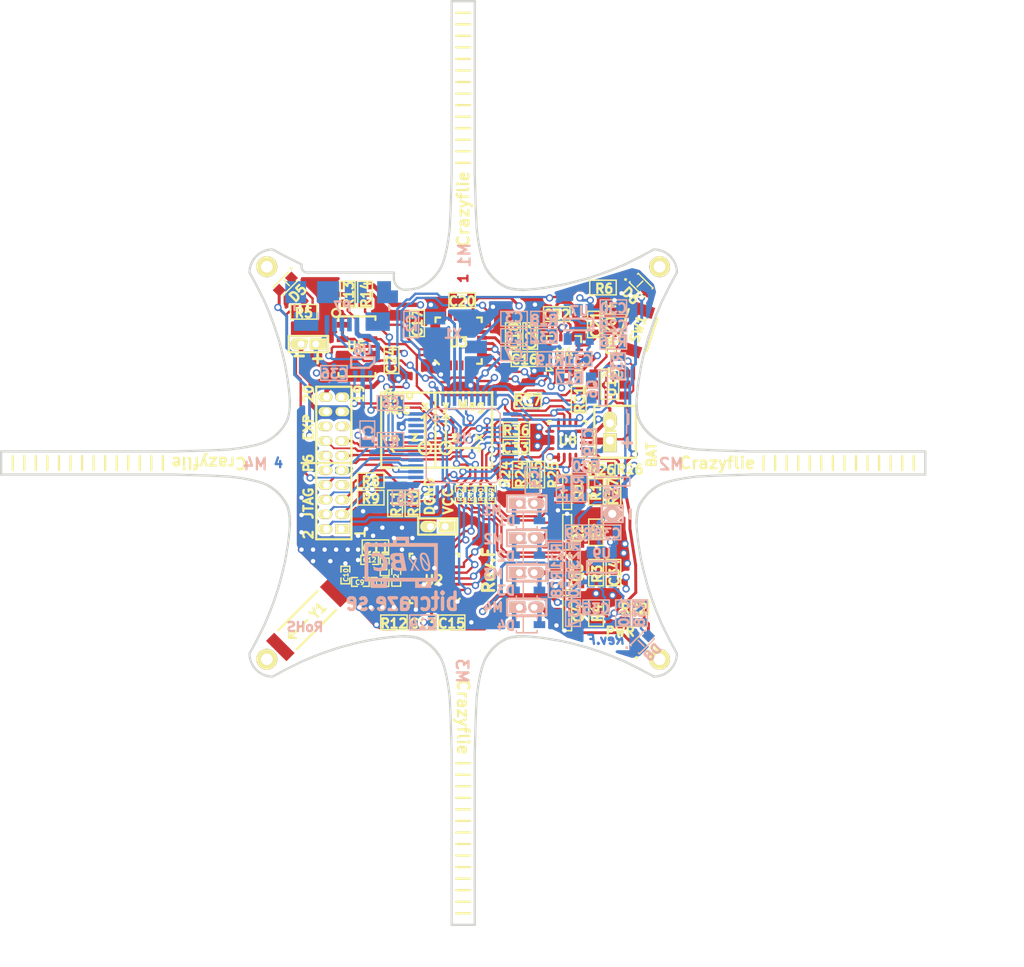
<source format=kicad_pcb>
(kicad_pcb (version 3) (host pcbnew "(2013-07-07 BZR 4022)-stable")
  (title_block (title "Crazyflie control board") (rev F) (company "Bitcraze AB (CC BY-NC-SA)"))
  (layers (15 Front_L1 signal) (2 Gnd_L2 power) (1 Vcc_L3 power) (0 Back_L4 signal) (18 B.Paste user) (19 F.Paste user) (20 B.SilkS user) (21 F.SilkS user) (22 B.Mask user) (23 F.Mask user) (28 Edge.Cuts user))
  (net 0 "")
  (net 1 +BATT)
  (net 2 /BOOT0)
  (net 3 /EXT_I2C_SCL/TX)
  (net 4 /EXT_I2C_SDA/RX)
  (net 5 /EXT_SPI_CS)
  (net 6 /EXT_SPI_MISO)
  (net 7 /EXT_SPI_MOSI)
  (net 8 /EXT_SPI_SCK)
  (net 9 /IMU/I2C_SCL_VCCA)
  (net 10 /IMU/I2C_SDA_VCCA)
  (net 11 /IMU/INT_GA)
  (net 12 /LED_GREEN)
  (net 13 /LED_RED)
  (net 14 /MOTOR1)
  (net 15 /MOTOR2)
  (net 16 /MOTOR3)
  (net 17 /MOTOR4)
  (net 18 /POWER/CHG)
  (net 19 /POWER/D+)
  (net 20 /POWER/D-)
  (net 21 /POWER/EN1)
  (net 22 /POWER/EN2)
  (net 23 /POWER/PGOOD)
  (net 24 /POWER/SYSOFF)
  (net 25 /POWER/USBD+)
  (net 26 /POWER/USBD-)
  (net 27 /POWER/USB_CON)
  (net 28 /POWER/VBAT)
  (net 29 /POWER/VUSB)
  (net 30 /SNRST)
  (net 31 /TCK)
  (net 32 /TDI)
  (net 33 /TDO)
  (net 34 /TMS)
  (net 35 /WIRELESS/SPI_MISO)
  (net 36 /WIRELESS/SPI_MOSI)
  (net 37 /WIRELESS/SPI_SCK)
  (net 38 /WIRELESS/W_CE)
  (net 39 /WIRELESS/W_CK)
  (net 40 /WIRELESS/W_CS)
  (net 41 /WIRELESS/W_INT)
  (net 42 AGND)
  (net 43 DGND)
  (net 44 GND)
  (net 45 N-000005)
  (net 46 N-000010)
  (net 47 N-000011)
  (net 48 N-000015)
  (net 49 N-000028)
  (net 50 N-000029)
  (net 51 N-000032)
  (net 52 N-000033)
  (net 53 N-000046)
  (net 54 N-000051)
  (net 55 N-000052)
  (net 56 N-000053)
  (net 57 N-000063)
  (net 58 N-000066)
  (net 59 N-000067)
  (net 60 N-000068)
  (net 61 N-000069)
  (net 62 N-000073)
  (net 63 N-000074)
  (net 64 N-000075)
  (net 65 N-000076)
  (net 66 N-000077)
  (net 67 N-000078)
  (net 68 N-000079)
  (net 69 N-000080)
  (net 70 N-000081)
  (net 71 N-000083)
  (net 72 N-000084)
  (net 73 N-000085)
  (net 74 N-000087)
  (net 75 N-000089)
  (net 76 N-000090)
  (net 77 N-000091)
  (net 78 N-000093)
  (net 79 N-000095)
  (net 80 N-000096)
  (net 81 N-000099)
  (net 82 N-000100)
  (net 83 N-000101)
  (net 84 N-000102)
  (net 85 N-000103)
  (net 86 VCC)
  (net 87 VCCA)
  (net 88 VCOM)
  (module EDGE_S_LONG_USB (layer Front_L1) (at 139.99972 101.0031)
    (fp_text reference PCB_EDGE1 hide)
    (fp_text value VAL** hide)
    (fp_line (start -21.97 -1.09) (end -25 -1) (layer Edge.Cuts) (width 0.2))
    (fp_line (start -20.26 -1.17) (end -21.97 -1.09) (layer Edge.Cuts) (width 0.2))
    (fp_line (start -1.17 -20.26) (end -1.09 -21.97) (layer Edge.Cuts) (width 0.2))
    (fp_line (start -1.09 -21.97) (end -1 -25) (layer Edge.Cuts) (width 0.2))
    (fp_line (start -17.84 -1.59) (end -18.59 -1.42) (layer Edge.Cuts) (width 0.2))
    (fp_line (start -17.42 -1.72) (end -17.84 -1.59) (layer Edge.Cuts) (width 0.2))
    (fp_line (start -17.07 -1.86) (end -17.42 -1.72) (layer Edge.Cuts) (width 0.2))
    (fp_line (start -16.87 -1.96) (end -17.07 -1.86) (layer Edge.Cuts) (width 0.2))
    (fp_line (start -19.26 -1.3) (end -20.25 -1.17) (layer Edge.Cuts) (width 0.2))
    (fp_line (start -18.6 -1.42) (end -19.26 -1.3) (layer Edge.Cuts) (width 0.2))
    (fp_line (start -1.42 -18.6) (end -1.3 -19.26) (layer Edge.Cuts) (width 0.2))
    (fp_line (start -1.3 -19.26) (end -1.17 -20.25) (layer Edge.Cuts) (width 0.2))
    (fp_line (start -1.96 -16.87) (end -1.86 -17.07) (layer Edge.Cuts) (width 0.2))
    (fp_line (start -1.86 -17.07) (end -1.72 -17.42) (layer Edge.Cuts) (width 0.2))
    (fp_line (start -1.72 -17.42) (end -1.59 -17.84) (layer Edge.Cuts) (width 0.2))
    (fp_line (start -1.59 -17.84) (end -1.42 -18.59) (layer Edge.Cuts) (width 0.2))
    (fp_line (start -5.00126 -15.00124) (end -4.85902 -15.00886) (layer Edge.Cuts) (width 0.20066))
    (fp_line (start -14.00048 -17.00022) (end -14.00048 -17.20088) (layer Edge.Cuts) (width 0.20066))
    (fp_arc (start -13.5001 -17.00022) (end -13.5001 -16.49984) (angle 90) (layer Edge.Cuts) (width 0.20066))
    (fp_line (start -5.99948 -15.99946) (end -5.99948 -16.49984) (layer Edge.Cuts) (width 0.20066))
    (fp_line (start -5.99948 -16.49984) (end -13.5001 -16.49984) (layer Edge.Cuts) (width 0.20066))
    (fp_arc (start -5.00126 -15.99946) (end -5.00126 -15.00124) (angle 90) (layer Edge.Cuts) (width 0.20066))
    (fp_line (start -15.00124 -5.2197) (end -15.00124 -5.38988) (layer Edge.Cuts) (width 0.20066))
    (fp_line (start -16.16964 -2.46888) (end -16.02994 -2.60096) (layer Edge.Cuts) (width 0.20066))
    (fp_line (start -16.93926 -1.92024) (end -16.65986 -2.09042) (layer Edge.Cuts) (width 0.20066))
    (fp_line (start -16.65986 -2.09042) (end -16.38046 -2.29108) (layer Edge.Cuts) (width 0.20066))
    (fp_line (start -16.38046 -2.29108) (end -16.16964 -2.46888) (layer Edge.Cuts) (width 0.20066))
    (fp_line (start -16.16964 -2.46888) (end -16.02994 -2.60096) (layer Edge.Cuts) (width 0.20066))
    (fp_line (start -16.02994 -2.60096) (end -15.85976 -2.77876) (layer Edge.Cuts) (width 0.20066))
    (fp_line (start -15.85976 -2.77876) (end -15.73022 -2.93116) (layer Edge.Cuts) (width 0.20066))
    (fp_line (start -15.73022 -2.93116) (end -15.60068 -3.0988) (layer Edge.Cuts) (width 0.20066))
    (fp_line (start -15.60068 -3.0988) (end -15.45082 -3.31978) (layer Edge.Cuts) (width 0.20066))
    (fp_line (start -15.45082 -3.31978) (end -15.33906 -3.50012) (layer Edge.Cuts) (width 0.20066))
    (fp_line (start -15.33906 -3.50012) (end -15.25016 -3.68046) (layer Edge.Cuts) (width 0.20066))
    (fp_line (start -15.25016 -3.68046) (end -15.17904 -3.85064) (layer Edge.Cuts) (width 0.20066))
    (fp_line (start -15.17904 -3.8608) (end -15.1003 -4.15036) (layer Edge.Cuts) (width 0.20066))
    (fp_line (start -15.1003 -4.15036) (end -15.05966 -4.38912) (layer Edge.Cuts) (width 0.20066))
    (fp_line (start -15.05966 -4.38912) (end -15.00886 -4.86918) (layer Edge.Cuts) (width 0.20066))
    (fp_line (start -15.00886 -4.86918) (end -15.00124 -5.20954) (layer Edge.Cuts) (width 0.20066))
    (fp_line (start -3.0988 -15.60068) (end -3.31978 -15.45082) (layer Edge.Cuts) (width 0.20066))
    (fp_line (start -3.31978 -15.45082) (end -3.50012 -15.33906) (layer Edge.Cuts) (width 0.20066))
    (fp_line (start -1.92024 -16.93926) (end -2.09042 -16.65986) (layer Edge.Cuts) (width 0.20066))
    (fp_line (start -2.09042 -16.65986) (end -2.29108 -16.38046) (layer Edge.Cuts) (width 0.20066))
    (fp_line (start -2.29108 -16.38046) (end -2.46888 -16.16964) (layer Edge.Cuts) (width 0.20066))
    (fp_line (start -2.46888 -16.16964) (end -2.60096 -16.02994) (layer Edge.Cuts) (width 0.20066))
    (fp_line (start -2.60096 -16.02994) (end -2.77876 -15.85976) (layer Edge.Cuts) (width 0.20066))
    (fp_line (start -2.77876 -15.85976) (end -2.93116 -15.73022) (layer Edge.Cuts) (width 0.20066))
    (fp_line (start -2.93116 -15.73022) (end -3.0988 -15.60068) (layer Edge.Cuts) (width 0.20066))
    (fp_line (start -3.50012 -15.33906) (end -3.68046 -15.25016) (layer Edge.Cuts) (width 0.20066))
    (fp_line (start -3.68046 -15.25016) (end -3.85064 -15.17904) (layer Edge.Cuts) (width 0.20066))
    (fp_line (start -3.8608 -15.17904) (end -4.15036 -15.1003) (layer Edge.Cuts) (width 0.20066))
    (fp_line (start -4.15036 -15.1003) (end -4.38912 -15.05966) (layer Edge.Cuts) (width 0.20066))
    (fp_line (start -4.38912 -15.05966) (end -4.86918 -15.00886) (layer Edge.Cuts) (width 0.20066))
    (fp_line (start -17.90192 -15.40256) (end -18.50136 -16.50238) (layer Edge.Cuts) (width 0.20066))
    (fp_line (start -17.20342 -14.00302) (end -17.90192 -15.40256) (layer Edge.Cuts) (width 0.20066))
    (fp_line (start -16.70304 -12.8016) (end -17.20342 -14.00302) (layer Edge.Cuts) (width 0.20066))
    (fp_line (start -16.40332 -12.0015) (end -16.70304 -12.8016) (layer Edge.Cuts) (width 0.20066))
    (fp_line (start -16.002 -10.80262) (end -16.40332 -12.0015) (layer Edge.Cuts) (width 0.20066))
    (fp_line (start -15.60322 -9.30148) (end -16.002 -10.80262) (layer Edge.Cuts) (width 0.20066))
    (fp_line (start -15.40256 -8.40232) (end -15.60322 -9.30148) (layer Edge.Cuts) (width 0.20066))
    (fp_line (start -15.2019 -7.20344) (end -15.40256 -8.40232) (layer Edge.Cuts) (width 0.20066))
    (fp_line (start -15.10284 -6.5024) (end -15.2019 -7.20344) (layer Edge.Cuts) (width 0.20066))
    (fp_line (start -15.00378 -5.40258) (end -15.10284 -6.5024) (layer Edge.Cuts) (width 0.20066))
    (fp_line (start -14.00048 -17.20088) (end -15.40002 -17.89938) (layer Edge.Cuts) (width 0.20066))
    (fp_line (start -15.40002 -17.89938) (end -16.49984 -18.49882) (layer Edge.Cuts) (width 0.20066))
    (fp_arc (start -16.49984 -16.49984) (end -18.49882 -16.49984) (angle 90) (layer Edge.Cuts) (width 0.20066))
    (pad 1 thru_hole circle (at -17.00022 -17.00022) (size 1.80086 1.80086) (drill 1.00076) (layers *.Cu *.Mask F.SilkS))
  )
  (module SOT23_6 (layer Back_L4) (at 151.99868 110.00486)
    (fp_text reference U9 (at 0.00254 -1.1557) (layer B.SilkS) (effects (font (size 0.8001 0.8001) (thickness 0.20066)) (justify mirror)))
    (fp_text value TPS79301 hide)
    (pad 6 smd rect (at -0.9525 1.27) (size 0.70104 1.00076) (layers Back_L4 B.Paste B.Mask) (net 86 VCC))
    (pad 5 smd rect (at 0 1.27) (size 0.70104 1.00076) (layers Back_L4 B.Paste B.Mask) (net 67 N-000078))
    (pad 4 smd rect (at 0.9525 1.27) (size 0.70104 1.00076) (layers Back_L4 B.Paste B.Mask) (net 74 N-000087))
    (pad 3 smd rect (at 0.9525 -1.27) (size 0.70104 1.00076) (layers Back_L4 B.Paste B.Mask) (net 88 VCOM))
    (pad 2 smd rect (at 0 -1.27) (size 0.70104 1.00076) (layers Back_L4 B.Paste B.Mask) (net 44 GND))
    (pad 1 smd rect (at -0.9525 -1.27) (size 0.70104 1.00076) (layers Back_L4 B.Paste B.Mask) (net 88 VCOM))
  )
  (module SOT23_6 (layer Back_L4) (at 149.99462 89.0016 180)
    (fp_text reference U7 (at -0.05588 1.15062 180) (layer B.SilkS) (effects (font (size 0.8001 0.8001) (thickness 0.20066)) (justify mirror)))
    (fp_text value TPS79301 hide)
    (pad 6 smd rect (at -0.9525 1.27 180) (size 0.70104 1.00076) (layers Back_L4 B.Paste B.Mask) (net 87 VCCA))
    (pad 5 smd rect (at 0 1.27 180) (size 0.70104 1.00076) (layers Back_L4 B.Paste B.Mask) (net 69 N-000080))
    (pad 4 smd rect (at 0.9525 1.27 180) (size 0.70104 1.00076) (layers Back_L4 B.Paste B.Mask) (net 68 N-000079))
    (pad 3 smd rect (at 0.9525 -1.27 180) (size 0.70104 1.00076) (layers Back_L4 B.Paste B.Mask) (net 78 N-000093))
    (pad 2 smd rect (at 0 -1.27 180) (size 0.70104 1.00076) (layers Back_L4 B.Paste B.Mask) (net 44 GND))
    (pad 1 smd rect (at -0.9525 -1.27 180) (size 0.70104 1.00076) (layers Back_L4 B.Paste B.Mask) (net 78 N-000093))
  )
  (module MS5611 (layer Front_L1) (at 130.79984 90.90406)
    (fp_text reference U5 (at -0.0508 -0.00508) (layer F.SilkS) (effects (font (size 0.8001 0.8001) (thickness 0.20066))))
    (fp_text value MS5611-01BA03 hide)
    (pad 1 smd rect (at -1.24968 -1.87452 90) (size 0.50038 1.00076) (layers Front_L1 F.Paste F.Mask) (net 87 VCCA))
    (pad 2 smd rect (at -1.24968 -0.62484 90) (size 0.50038 1.00076) (layers Front_L1 F.Paste F.Mask) (net 87 VCCA))
    (pad 3 smd rect (at -1.24968 0.62484 90) (size 0.50038 1.00076) (layers Front_L1 F.Paste F.Mask) (net 42 AGND))
    (pad 4 smd rect (at -1.24968 1.87452 90) (size 0.50038 1.00076) (layers Front_L1 F.Paste F.Mask) (net 42 AGND))
    (pad 5 smd rect (at 1.24968 1.87452 90) (size 0.50038 1.00076) (layers Front_L1 F.Paste F.Mask) (net 42 AGND))
    (pad 6 smd rect (at 1.24968 0.62484 90) (size 0.50038 1.00076) (layers Front_L1 F.Paste F.Mask))
    (pad 7 smd rect (at 1.25984 -0.62484 90) (size 0.50038 1.00076) (layers Front_L1 F.Paste F.Mask) (net 10 /IMU/I2C_SDA_VCCA))
    (pad 8 smd rect (at 1.24968 -1.87452 90) (size 0.50038 1.00076) (layers Front_L1 F.Paste F.Mask) (net 9 /IMU/I2C_SCL_VCCA))
  )
  (module SM0603_Capa (layer Front_L1) (at 133.79958 92.10294 270)
    (fp_text reference C24 (at 0 0 270) (layer F.SilkS) (effects (font (size 0.8001 0.8001) (thickness 0.20066))))
    (fp_text value 100nF hide)
    (pad 1 smd rect (at -0.762 0 270) (size 0.635 1.143) (layers Front_L1 F.Paste F.Mask) (net 87 VCCA))
    (pad 2 smd rect (at 0.762 0 270) (size 0.635 1.143) (layers Front_L1 F.Paste F.Mask) (net 42 AGND))
  )
  (module SM0603_Capa (layer Front_L1) (at 145.79854 90.00236 90)
    (fp_text reference C23 (at 0.00254 0.1016 90) (layer F.SilkS) (effects (font (size 0.8001 0.8001) (thickness 0.20066))))
    (fp_text value 100nF hide)
    (pad 1 smd rect (at -0.762 0 90) (size 0.635 1.143) (layers Front_L1 F.Paste F.Mask) (net 87 VCCA))
    (pad 2 smd rect (at 0.762 0 90) (size 0.635 1.143) (layers Front_L1 F.Paste F.Mask) (net 42 AGND))
  )
  (module SM0603_Capa (layer Front_L1) (at 148.09978 88.10244 180)
    (fp_text reference C22 (at 0 -0.04826 180) (layer F.SilkS) (effects (font (size 0.8001 0.8001) (thickness 0.20066))))
    (fp_text value 4.7uF hide)
    (pad 1 smd rect (at -0.762 0 180) (size 0.635 1.143) (layers Front_L1 F.Paste F.Mask) (net 58 N-000066))
    (pad 2 smd rect (at 0.762 0 180) (size 0.635 1.143) (layers Front_L1 F.Paste F.Mask) (net 42 AGND))
  )
  (module SM0603_Capa (layer Front_L1) (at 151.39924 89.00414 90)
    (fp_text reference C21 (at 0.00508 0.1016 90) (layer F.SilkS) (effects (font (size 0.8001 0.8001) (thickness 0.20066))))
    (fp_text value 0.22uF hide)
    (pad 1 smd rect (at -0.762 0 90) (size 0.635 1.143) (layers Front_L1 F.Paste F.Mask) (net 59 N-000067))
    (pad 2 smd rect (at 0.762 0 90) (size 0.635 1.143) (layers Front_L1 F.Paste F.Mask) (net 57 N-000063))
  )
  (module SM0603 (layer Back_L4) (at 155.30068 114.00282 90)
    (fp_text reference R38 (at 0 0 90) (layer B.SilkS) (effects (font (size 0.8001 0.8001) (thickness 0.20066)) (justify mirror)))
    (fp_text value 1k hide)
    (pad 1 smd rect (at -0.762 0 90) (size 0.635 1.143) (layers Back_L4 B.Paste B.Mask) (net 65 N-000076))
    (pad 2 smd rect (at 0.762 0 90) (size 0.635 1.143) (layers Back_L4 B.Paste B.Mask) (net 86 VCC))
  )
  (module SM0603 (layer Front_L1) (at 145.60042 95.60306)
    (fp_text reference R37 (at 0 0) (layer F.SilkS) (effects (font (size 0.8001 0.8001) (thickness 0.20066))))
    (fp_text value 10k hide)
    (pad 1 smd rect (at -0.762 0) (size 0.635 1.143) (layers Front_L1 F.Paste F.Mask) (net 44 GND))
    (pad 2 smd rect (at 0.762 0) (size 0.635 1.143) (layers Front_L1 F.Paste F.Mask) (net 29 /POWER/VUSB))
  )
  (module SOT23GDS (layer Back_L4) (at 152.10028 94.50324 270)
    (fp_text reference Q6 (at 0.09652 0.94996 270) (layer B.SilkS) (effects (font (size 0.8001 0.8001) (thickness 0.20066)) (justify mirror)))
    (fp_text value 2N7002 hide)
    (pad S smd rect (at -0.889 1.016 270) (size 0.9144 0.9144) (layers Back_L4 B.Paste B.Mask) (net 44 GND))
    (pad G smd rect (at 0.889 1.016 270) (size 0.9144 0.9144) (layers Back_L4 B.Paste B.Mask) (net 29 /POWER/VUSB))
    (pad D smd rect (at 0 -1.016 270) (size 0.9144 0.9144) (layers Back_L4 B.Paste B.Mask) (net 66 N-000077))
  )
  (module SM0603 (layer Front_L1) (at 144.59966 98.10242)
    (fp_text reference R36 (at 0 0.09144) (layer F.SilkS) (effects (font (size 0.8001 0.8001) (thickness 0.20066))))
    (fp_text value 10k hide)
    (pad 1 smd rect (at -0.762 0) (size 0.635 1.143) (layers Front_L1 F.Paste F.Mask) (net 44 GND))
    (pad 2 smd rect (at 0.762 0) (size 0.635 1.143) (layers Front_L1 F.Paste F.Mask) (net 88 VCOM))
  )
  (module SOT23GDS (layer Back_L4) (at 152.90038 102.6033)
    (fp_text reference Q5 (at -0.0508 1.04648) (layer B.SilkS) (effects (font (size 0.8001 0.8001) (thickness 0.20066)) (justify mirror)))
    (fp_text value 2N7002 hide)
    (pad S smd rect (at -0.889 1.016) (size 0.9144 0.9144) (layers Back_L4 B.Paste B.Mask) (net 28 /POWER/VBAT))
    (pad G smd rect (at 0.889 1.016) (size 0.9144 0.9144) (layers Back_L4 B.Paste B.Mask) (net 88 VCOM))
    (pad D smd rect (at 0 -1.016) (size 0.9144 0.9144) (layers Back_L4 B.Paste B.Mask) (net 75 N-000089))
  )
  (module PINHEADER_127_1X1 (layer Back_L4) (at 152.90038 105.40238)
    (fp_text reference P9 (at 0 0.04826) (layer B.SilkS) (effects (font (size 0.8001 0.8001) (thickness 0.20066)) (justify mirror)))
    (fp_text value CONN_1 hide)
    (pad 1 thru_hole oval (at 0 0) (size 1.6002 1.19888) (drill 0.70104) (layers *.Cu *.Mask B.SilkS) (net 44 GND))
  )
  (module CHIP-ANT-6.5x2.2 (layer Front_L1) (at 126.49962 114.60226 225)
    (fp_text reference Y1 (at -1.23698 -0.09144 225) (layer F.SilkS) (effects (font (size 0.8001 0.8001) (thickness 0.20066))))
    (fp_text value CHIP_ANTENNA hide)
    (pad 2 smd rect (at 3.29946 0 315) (size 2.49936 1.00076) (layers Front_L1 F.Paste F.Mask))
    (pad 1 smd rect (at -3.29946 0 315) (size 2.49936 1.00076) (layers Front_L1 F.Paste F.Mask) (net 81 N-000099))
  )
  (module PINHEADER_127_2X1 (layer Front_L1) (at 126.60122 90.70086 90)
    (fp_text reference P8 (at -0.04826 0.00254 180) (layer F.SilkS) (effects (font (size 0.8001 0.8001) (thickness 0.20066))))
    (fp_text value CONN_2 hide)
    (pad 1 thru_hole rect (at 0 0.635 90) (size 1.00076 1.39954) (drill 0.59944 (offset 0 0.20066)) (layers *.Cu *.Mask F.SilkS) (net 29 /POWER/VUSB))
    (pad 2 thru_hole oval (at 0 -0.635 90) (size 1.00076 1.39954) (drill 0.59944 (offset 0 -0.20066)) (layers *.Cu *.Mask F.SilkS) (net 43 DGND))
  )
  (module SM0603 (layer Back_L4) (at 153.40076 92.60332 270)
    (fp_text reference R33 (at 0 0 270) (layer B.SilkS) (effects (font (size 0.8001 0.8001) (thickness 0.20066)) (justify mirror)))
    (fp_text value 10k hide)
    (pad 1 smd rect (at -0.762 0 270) (size 0.635 1.143) (layers Back_L4 B.Paste B.Mask) (net 70 N-000081))
    (pad 2 smd rect (at 0.762 0 270) (size 0.635 1.143) (layers Back_L4 B.Paste B.Mask) (net 66 N-000077))
  )
  (module SM0603 (layer Front_L1) (at 146.40052 102.00386 90)
    (fp_text reference R25 (at 0 0 90) (layer F.SilkS) (effects (font (size 0.8001 0.8001) (thickness 0.20066))))
    (fp_text value 10k hide)
    (pad 1 smd rect (at -0.762 0 90) (size 0.635 1.143) (layers Front_L1 F.Paste F.Mask) (net 44 GND))
    (pad 2 smd rect (at 0.762 0 90) (size 0.635 1.143) (layers Front_L1 F.Paste F.Mask) (net 64 N-000075))
  )
  (module PINHEADER_127_2X1 (layer Back_L4) (at 145.49882 107.50296 90)
    (fp_text reference P2 (at -0.04826 0.0508 180) (layer B.SilkS) (effects (font (size 0.8001 0.8001) (thickness 0.20066)) (justify mirror)))
    (fp_text value CONN_2 hide)
    (pad 1 thru_hole rect (at 0 -0.635 90) (size 1.00076 1.39954) (drill 0.59944 (offset 0 -0.20066)) (layers *.Cu *.Mask B.SilkS) (net 1 +BATT))
    (pad 2 thru_hole oval (at 0 0.635 90) (size 1.00076 1.39954) (drill 0.59944 (offset 0 0.20066)) (layers *.Cu *.Mask B.SilkS) (net 55 N-000052))
  )
  (module PINHEADER_127_2X1 (layer Front_L1) (at 137.80008 106.5022 90)
    (fp_text reference P5 (at -0.06096 -0.03048 180) (layer F.SilkS) (effects (font (size 0.8001 0.8001) (thickness 0.20066))))
    (fp_text value CONN_2 hide)
    (pad 1 thru_hole rect (at 0 0.635 90) (size 1.00076 1.39954) (drill 0.59944 (offset 0 0.20066)) (layers *.Cu *.Mask F.SilkS) (net 86 VCC))
    (pad 2 thru_hole oval (at 0 -0.635 90) (size 1.00076 1.39954) (drill 0.59944 (offset 0 -0.20066)) (layers *.Cu *.Mask F.SilkS) (net 43 DGND))
  )
  (module PINHEADER_127_2X1 (layer Back_L4) (at 145.49882 113.50244 90)
    (fp_text reference P4 (at -0.09652 0.1016 180) (layer B.SilkS) (effects (font (size 0.8001 0.8001) (thickness 0.20066)) (justify mirror)))
    (fp_text value CONN_2 hide)
    (pad 1 thru_hole rect (at 0 -0.635 90) (size 1.00076 1.39954) (drill 0.59944 (offset 0 -0.20066)) (layers *.Cu *.Mask B.SilkS) (net 1 +BATT))
    (pad 2 thru_hole oval (at 0 0.635 90) (size 1.00076 1.39954) (drill 0.59944 (offset 0 0.20066)) (layers *.Cu *.Mask B.SilkS) (net 56 N-000053))
  )
  (module PINHEADER_127_2X1 (layer Back_L4) (at 145.49882 104.50322 90)
    (fp_text reference P1 (at -0.04572 0.0508 180) (layer B.SilkS) (effects (font (size 0.8001 0.8001) (thickness 0.20066)) (justify mirror)))
    (fp_text value CONN_2 hide)
    (pad 1 thru_hole rect (at 0 -0.635 90) (size 1.00076 1.39954) (drill 0.59944 (offset 0 -0.20066)) (layers *.Cu *.Mask B.SilkS) (net 1 +BATT))
    (pad 2 thru_hole oval (at 0 0.635 90) (size 1.00076 1.39954) (drill 0.59944 (offset 0 0.20066)) (layers *.Cu *.Mask B.SilkS) (net 54 N-000051))
  )
  (module PINHEADER_127_2X1 (layer Back_L4) (at 145.49882 110.5027 90)
    (fp_text reference P3 (at -0.04826 0.0508 180) (layer B.SilkS) (effects (font (size 0.8001 0.8001) (thickness 0.20066)) (justify mirror)))
    (fp_text value CONN_2 hide)
    (pad 1 thru_hole rect (at 0 -0.635 90) (size 1.00076 1.39954) (drill 0.59944 (offset 0 -0.20066)) (layers *.Cu *.Mask B.SilkS) (net 1 +BATT))
    (pad 2 thru_hole oval (at 0 0.635 90) (size 1.00076 1.39954) (drill 0.59944 (offset 0 0.20066)) (layers *.Cu *.Mask B.SilkS) (net 47 N-000011))
  )
  (module SM0603_Capa (layer Front_L1) (at 144.59966 99.60356 180)
    (fp_text reference C33 (at 0.0508 -0.10922 180) (layer F.SilkS) (effects (font (size 0.8001 0.8001) (thickness 0.20066))))
    (fp_text value 100nF hide)
    (pad 1 smd rect (at -0.762 0 180) (size 0.635 1.143) (layers Front_L1 F.Paste F.Mask) (net 88 VCOM))
    (pad 2 smd rect (at 0.762 0 180) (size 0.635 1.143) (layers Front_L1 F.Paste F.Mask) (net 44 GND))
  )
  (module PINHEADER_127_2X10 (layer Front_L1) (at 128.80086 101.0031 90)
    (fp_text reference P6 (at 0 -2.20218 90) (layer F.SilkS) (effects (font (size 0.8001 0.8001) (thickness 0.20066))))
    (fp_text value CONN_10X2 hide)
    (pad 19 thru_hole oval (at 5.715 0.635 90) (size 0.8001 1.19888) (drill 0.59944 (offset 0 0.09906)) (layers *.Cu *.Mask F.SilkS) (net 42 AGND))
    (pad 17 thru_hole oval (at 4.445 0.635 90) (size 0.8001 1.19888) (drill 0.59944 (offset 0 0.09906)) (layers *.Cu *.Mask F.SilkS) (net 43 DGND))
    (pad 20 thru_hole oval (at 5.715 -0.635 90) (size 0.8001 1.19888) (drill 0.59944 (offset 0 -0.09906)) (layers *.Cu *.Mask F.SilkS) (net 87 VCCA))
    (pad 18 thru_hole oval (at 4.445 -0.635 90) (size 0.8001 1.19888) (drill 0.59944 (offset 0 -0.09906)) (layers *.Cu *.Mask F.SilkS) (net 43 DGND))
    (pad 1 thru_hole rect (at -5.715 0.635 90) (size 0.8001 1.19888) (drill 0.59944 (offset 0 0.09906)) (layers *.Cu *.Mask F.SilkS) (net 86 VCC))
    (pad 2 thru_hole oval (at -5.715 -0.635 90) (size 0.8001 1.19888) (drill 0.59944 (offset 0 -0.09906)) (layers *.Cu *.Mask F.SilkS) (net 34 /TMS))
    (pad 4 thru_hole oval (at -4.445 -0.635 90) (size 0.8001 1.19888) (drill 0.59944 (offset 0 -0.09906)) (layers *.Cu *.Mask F.SilkS) (net 31 /TCK))
    (pad 6 thru_hole oval (at -3.175 -0.635 90) (size 0.8001 1.19888) (drill 0.59944 (offset 0 -0.09906)) (layers *.Cu *.Mask F.SilkS) (net 33 /TDO))
    (pad 8 thru_hole oval (at -1.905 -0.635 90) (size 0.8001 1.19888) (drill 0.59944 (offset 0 -0.09906)) (layers *.Cu *.Mask F.SilkS) (net 32 /TDI))
    (pad 10 thru_hole oval (at -0.635 -0.635 90) (size 0.8001 1.19888) (drill 0.59944 (offset 0 -0.09906)) (layers *.Cu *.Mask F.SilkS) (net 30 /SNRST))
    (pad 12 thru_hole oval (at 0.635 -0.635 90) (size 0.8001 1.19888) (drill 0.59944 (offset 0 -0.09906)) (layers *.Cu *.Mask F.SilkS) (net 7 /EXT_SPI_MOSI))
    (pad 14 thru_hole oval (at 1.905 -0.635 90) (size 0.8001 1.19888) (drill 0.59944 (offset 0 -0.09906)) (layers *.Cu *.Mask F.SilkS) (net 6 /EXT_SPI_MISO))
    (pad 16 thru_hole oval (at 3.175 -0.635 90) (size 0.8001 1.19888) (drill 0.59944 (offset 0 -0.09906)) (layers *.Cu *.Mask F.SilkS) (net 88 VCOM))
    (pad 3 thru_hole oval (at -4.445 0.635 90) (size 0.8001 1.19888) (drill 0.59944 (offset 0 0.09906)) (layers *.Cu *.Mask F.SilkS) (net 3 /EXT_I2C_SCL/TX))
    (pad 5 thru_hole oval (at -3.175 0.635 90) (size 0.8001 1.19888) (drill 0.59944 (offset 0 0.09906)) (layers *.Cu *.Mask F.SilkS) (net 4 /EXT_I2C_SDA/RX))
    (pad 7 thru_hole oval (at -1.905 0.635 90) (size 0.8001 1.19888) (drill 0.59944 (offset 0 0.09906)) (layers *.Cu *.Mask F.SilkS))
    (pad 9 thru_hole oval (at -0.635 0.635 90) (size 0.8001 1.19888) (drill 0.59944 (offset 0 0.09906)) (layers *.Cu *.Mask F.SilkS) (net 43 DGND))
    (pad 11 thru_hole oval (at 0.635 0.635 90) (size 0.8001 1.19888) (drill 0.59944 (offset 0 0.09906)) (layers *.Cu *.Mask F.SilkS) (net 5 /EXT_SPI_CS))
    (pad 13 thru_hole oval (at 1.905 0.635 90) (size 0.8001 1.19888) (drill 0.59944 (offset 0 0.09906)) (layers *.Cu *.Mask F.SilkS) (net 8 /EXT_SPI_SCK))
    (pad 15 thru_hole oval (at 3.175 0.635 90) (size 0.8001 1.19888) (drill 0.59944 (offset 0 0.09906)) (layers *.Cu *.Mask F.SilkS) (net 86 VCC))
  )
  (module SMDLED-0603 (layer Front_L1) (at 155.39974 85.60308 135)
    (fp_text reference D6 (at 0 -1.30048 135) (layer F.SilkS) (effects (font (size 0.8001 0.8001) (thickness 0.20066))))
    (fp_text value GREEN_LED hide)
    (pad 1 smd rect (at -0.7493 0 135) (size 0.79756 0.79756) (layers Front_L1 F.Paste F.Mask) (net 86 VCC))
    (pad 2 smd rect (at 0.7493 0 135) (size 0.79756 0.79756) (layers Front_L1 F.Paste F.Mask) (net 51 N-000032))
  )
  (module SMDLED-0603 (layer Front_L1) (at 124.5997 85.50402 45)
    (fp_text reference D5 (at 0.2159 1.34112 45) (layer F.SilkS) (effects (font (size 0.8001 0.8001) (thickness 0.20066))))
    (fp_text value RED_LED hide)
    (pad 1 smd rect (at -0.7493 0 45) (size 0.79756 0.79756) (layers Front_L1 F.Paste F.Mask) (net 86 VCC))
    (pad 2 smd rect (at 0.7493 0 45) (size 0.79756 0.79756) (layers Front_L1 F.Paste F.Mask) (net 52 N-000033))
  )
  (module LQFP-48 (layer Back_L4) (at 139.99972 99.50196)
    (fp_text reference U1 (at -0.0508 -0.6477) (layer B.SilkS) (effects (font (size 0.8001 0.8001) (thickness 0.20066)) (justify mirror)))
    (fp_text value STM32F103CB hide)
    (pad 4 smd rect (at -1.24968 -4.09956) (size 0.29972 1.30048) (layers Back_L4 B.Paste B.Mask) (net 23 /POWER/PGOOD))
    (pad 5 smd rect (at -0.7493 -4.09956) (size 0.29972 1.30048) (layers Back_L4 B.Paste B.Mask) (net 49 N-000028))
    (pad 6 smd rect (at -0.24892 -4.09956) (size 0.29972 1.30048) (layers Back_L4 B.Paste B.Mask) (net 50 N-000029))
    (pad 7 smd rect (at 0.24892 -4.09956) (size 0.29972 1.30048) (layers Back_L4 B.Paste B.Mask) (net 30 /SNRST))
    (pad 8 smd rect (at 0.7493 -4.09956) (size 0.29972 1.30048) (layers Back_L4 B.Paste B.Mask) (net 42 AGND))
    (pad 1 smd rect (at -2.75082 -4.09956) (size 0.29972 1.30048) (layers Back_L4 B.Paste B.Mask) (net 86 VCC))
    (pad 2 smd rect (at -2.25044 -4.09956) (size 0.29972 1.30048) (layers Back_L4 B.Paste B.Mask) (net 21 /POWER/EN1))
    (pad 3 smd rect (at -1.75006 -4.09956) (size 0.29972 1.30048) (layers Back_L4 B.Paste B.Mask) (net 11 /IMU/INT_GA))
    (pad 13 smd rect (at 4.09956 -2.75082) (size 1.30048 0.29972) (layers Back_L4 B.Paste B.Mask) (net 28 /POWER/VBAT))
    (pad 14 smd rect (at 4.09956 -2.25044) (size 1.30048 0.29972) (layers Back_L4 B.Paste B.Mask) (net 5 /EXT_SPI_CS))
    (pad 15 smd rect (at 4.09956 -1.75006) (size 1.30048 0.29972) (layers Back_L4 B.Paste B.Mask) (net 8 /EXT_SPI_SCK))
    (pad 16 smd rect (at 4.09956 -1.24968) (size 1.30048 0.29972) (layers Back_L4 B.Paste B.Mask) (net 6 /EXT_SPI_MISO))
    (pad 17 smd rect (at 4.09956 -0.7493) (size 1.30048 0.29972) (layers Back_L4 B.Paste B.Mask) (net 7 /EXT_SPI_MOSI))
    (pad 18 smd rect (at 4.09956 -0.24892) (size 1.30048 0.29972) (layers Back_L4 B.Paste B.Mask) (net 15 /MOTOR2))
    (pad 19 smd rect (at 4.09956 0.24892) (size 1.30048 0.29972) (layers Back_L4 B.Paste B.Mask) (net 14 /MOTOR1))
    (pad 20 smd rect (at 4.09956 0.7493) (size 1.30048 0.29972) (layers Back_L4 B.Paste B.Mask) (net 18 /POWER/CHG))
    (pad 25 smd rect (at 2.75082 4.09956) (size 0.29972 1.30048) (layers Back_L4 B.Paste B.Mask) (net 40 /WIRELESS/W_CS))
    (pad 26 smd rect (at 2.25044 4.09956) (size 0.29972 1.30048) (layers Back_L4 B.Paste B.Mask) (net 37 /WIRELESS/SPI_SCK))
    (pad 27 smd rect (at 1.75006 4.09956) (size 0.29972 1.30048) (layers Back_L4 B.Paste B.Mask) (net 35 /WIRELESS/SPI_MISO))
    (pad 28 smd rect (at 1.24968 4.09956) (size 0.29972 1.30048) (layers Back_L4 B.Paste B.Mask) (net 36 /WIRELESS/SPI_MOSI))
    (pad 29 smd rect (at 0.7493 4.09956) (size 0.29972 1.30048) (layers Back_L4 B.Paste B.Mask) (net 39 /WIRELESS/W_CK))
    (pad 30 smd rect (at 0.24892 4.09956) (size 0.29972 1.30048) (layers Back_L4 B.Paste B.Mask) (net 41 /WIRELESS/W_INT))
    (pad 31 smd rect (at -0.24892 4.09956) (size 0.29972 1.30048) (layers Back_L4 B.Paste B.Mask) (net 38 /WIRELESS/W_CE))
    (pad 32 smd rect (at -0.7493 4.09956) (size 0.29972 1.30048) (layers Back_L4 B.Paste B.Mask) (net 26 /POWER/USBD-))
    (pad 37 smd rect (at -4.09956 2.75082) (size 1.30048 0.29972) (layers Back_L4 B.Paste B.Mask) (net 31 /TCK))
    (pad 38 smd rect (at -4.09956 2.25044) (size 1.30048 0.29972) (layers Back_L4 B.Paste B.Mask) (net 32 /TDI))
    (pad 39 smd rect (at -4.09956 1.75006) (size 1.30048 0.29972) (layers Back_L4 B.Paste B.Mask) (net 33 /TDO))
    (pad 40 smd rect (at -4.09956 1.24968) (size 1.30048 0.29972) (layers Back_L4 B.Paste B.Mask) (net 13 /LED_RED))
    (pad 41 smd rect (at -4.09956 0.7493) (size 1.30048 0.29972) (layers Back_L4 B.Paste B.Mask) (net 12 /LED_GREEN))
    (pad 42 smd rect (at -4.09956 0.24892) (size 1.30048 0.29972) (layers Back_L4 B.Paste B.Mask) (net 9 /IMU/I2C_SCL_VCCA))
    (pad 43 smd rect (at -4.09956 -0.24892) (size 1.30048 0.29972) (layers Back_L4 B.Paste B.Mask) (net 10 /IMU/I2C_SDA_VCCA))
    (pad 44 smd rect (at -4.09956 -0.7493) (size 1.30048 0.29972) (layers Back_L4 B.Paste B.Mask) (net 2 /BOOT0))
    (pad 9 smd rect (at 1.24968 -4.09956) (size 0.29972 1.30048) (layers Back_L4 B.Paste B.Mask) (net 87 VCCA))
    (pad 10 smd rect (at 1.75006 -4.09956) (size 0.29972 1.30048) (layers Back_L4 B.Paste B.Mask) (net 27 /POWER/USB_CON))
    (pad 11 smd rect (at 2.25044 -4.09956) (size 0.29972 1.30048) (layers Back_L4 B.Paste B.Mask) (net 24 /POWER/SYSOFF))
    (pad 12 smd rect (at 2.75082 -4.09956) (size 0.29972 1.30048) (layers Back_L4 B.Paste B.Mask) (net 22 /POWER/EN2))
    (pad 21 smd rect (at 4.09956 1.24968) (size 1.30048 0.29972) (layers Back_L4 B.Paste B.Mask) (net 3 /EXT_I2C_SCL/TX))
    (pad 22 smd rect (at 4.09956 1.75006) (size 1.30048 0.29972) (layers Back_L4 B.Paste B.Mask) (net 4 /EXT_I2C_SDA/RX))
    (pad 23 smd rect (at 4.09956 2.25044) (size 1.30048 0.29972) (layers Back_L4 B.Paste B.Mask) (net 43 DGND))
    (pad 24 smd rect (at 4.09956 2.75082) (size 1.30048 0.29972) (layers Back_L4 B.Paste B.Mask) (net 86 VCC))
    (pad 33 smd rect (at -1.24968 4.09956) (size 0.29972 1.30048) (layers Back_L4 B.Paste B.Mask) (net 25 /POWER/USBD+))
    (pad 34 smd rect (at -1.75006 4.09956) (size 0.29972 1.30048) (layers Back_L4 B.Paste B.Mask) (net 34 /TMS))
    (pad 35 smd rect (at -2.25044 4.09956) (size 0.29972 1.30048) (layers Back_L4 B.Paste B.Mask) (net 43 DGND))
    (pad 36 smd rect (at -2.75082 4.09956) (size 0.29972 1.30048) (layers Back_L4 B.Paste B.Mask) (net 86 VCC))
    (pad 45 smd rect (at -4.09956 -1.24968) (size 1.30048 0.29972) (layers Back_L4 B.Paste B.Mask) (net 17 /MOTOR4))
    (pad 46 smd rect (at -4.09956 -1.75006) (size 1.30048 0.29972) (layers Back_L4 B.Paste B.Mask) (net 16 /MOTOR3))
    (pad 47 smd rect (at -4.09956 -2.25044) (size 1.30048 0.29972) (layers Back_L4 B.Paste B.Mask) (net 43 DGND))
    (pad 48 smd rect (at -4.09956 -2.75082) (size 1.30048 0.29972) (layers Back_L4 B.Paste B.Mask) (net 86 VCC))
  )
  (module sod323 (layer Back_L4) (at 145.49882 115.00358 180)
    (fp_text reference D4 (at 1.79832 -0.09652 180) (layer B.SilkS) (effects (font (size 0.8001 0.8001) (thickness 0.20066)) (justify mirror)))
    (fp_text value BAT54 hide)
    (pad 2 smd rect (at 1.09982 0 180) (size 1.00076 0.59944) (layers Back_L4 B.Paste B.Mask) (net 1 +BATT))
    (pad 1 smd rect (at -1.09982 0 180) (size 1.00076 0.59944) (layers Back_L4 B.Paste B.Mask) (net 56 N-000053))
  )
  (module sod323 (layer Back_L4) (at 145.49882 112.00384 180)
    (fp_text reference D3 (at 1.79832 -0.04572 180) (layer B.SilkS) (effects (font (size 0.8001 0.8001) (thickness 0.20066)) (justify mirror)))
    (fp_text value BAT54 hide)
    (pad 2 smd rect (at 1.09982 0 180) (size 1.00076 0.59944) (layers Back_L4 B.Paste B.Mask) (net 1 +BATT))
    (pad 1 smd rect (at -1.09982 0 180) (size 1.00076 0.59944) (layers Back_L4 B.Paste B.Mask) (net 47 N-000011))
  )
  (module sod323 (layer Back_L4) (at 145.49882 109.0041 180)
    (fp_text reference D2 (at 1.79832 -0.09652 180) (layer B.SilkS) (effects (font (size 0.8001 0.8001) (thickness 0.20066)) (justify mirror)))
    (fp_text value BAT54 hide)
    (pad 2 smd rect (at 1.09982 0 180) (size 1.00076 0.59944) (layers Back_L4 B.Paste B.Mask) (net 1 +BATT))
    (pad 1 smd rect (at -1.09982 0 180) (size 1.00076 0.59944) (layers Back_L4 B.Paste B.Mask) (net 55 N-000052))
  )
  (module sod323 (layer Back_L4) (at 145.49882 106.00436 180)
    (fp_text reference D1 (at 1.75006 0.00508 180) (layer B.SilkS) (effects (font (size 0.8001 0.8001) (thickness 0.20066)) (justify mirror)))
    (fp_text value BAT54 hide)
    (pad 2 smd rect (at 1.09982 0 180) (size 1.00076 0.59944) (layers Back_L4 B.Paste B.Mask) (net 1 +BATT))
    (pad 1 smd rect (at -1.09982 0 180) (size 1.00076 0.59944) (layers Back_L4 B.Paste B.Mask) (net 54 N-000051))
  )
  (module SM0603 (layer Front_L1) (at 134.0993 104.50322 270)
    (fp_text reference R11 (at 0 -0.1016 270) (layer F.SilkS) (effects (font (size 0.8001 0.8001) (thickness 0.20066))))
    (fp_text value NM hide)
    (pad 1 smd rect (at -0.762 0 270) (size 0.635 1.143) (layers Front_L1 F.Paste F.Mask) (net 3 /EXT_I2C_SCL/TX))
    (pad 2 smd rect (at 0.762 0 270) (size 0.635 1.143) (layers Front_L1 F.Paste F.Mask) (net 43 DGND))
  )
  (module SM0603 (layer Front_L1) (at 135.60044 104.50322 270)
    (fp_text reference R10 (at 0 -0.09906 270) (layer F.SilkS) (effects (font (size 0.8001 0.8001) (thickness 0.20066))))
    (fp_text value NM hide)
    (pad 1 smd rect (at -0.762 0 270) (size 0.635 1.143) (layers Front_L1 F.Paste F.Mask) (net 4 /EXT_I2C_SDA/RX))
    (pad 2 smd rect (at 0.762 0 270) (size 0.635 1.143) (layers Front_L1 F.Paste F.Mask) (net 43 DGND))
  )
  (module SM0603 (layer Back_L4) (at 150.09876 103.20274 90)
    (fp_text reference R32 (at 0 -0.1016 90) (layer B.SilkS) (effects (font (size 0.8001 0.8001) (thickness 0.20066)) (justify mirror)))
    (fp_text value 10k hide)
    (pad 1 smd rect (at -0.762 0 90) (size 0.635 1.143) (layers Back_L4 B.Paste B.Mask) (net 44 GND))
    (pad 2 smd rect (at 0.762 0 90) (size 0.635 1.143) (layers Back_L4 B.Paste B.Mask) (net 28 /POWER/VBAT))
  )
  (module SM0603 (layer Front_L1) (at 149.9997 95.504 270)
    (fp_text reference R31 (at 0 -0.09906 270) (layer F.SilkS) (effects (font (size 0.8001 0.8001) (thickness 0.20066))))
    (fp_text value 100k hide)
    (pad 1 smd rect (at -0.762 0 270) (size 0.635 1.143) (layers Front_L1 F.Paste F.Mask) (net 44 GND))
    (pad 2 smd rect (at 0.762 0 270) (size 0.635 1.143) (layers Front_L1 F.Paste F.Mask) (net 24 /POWER/SYSOFF))
  )
  (module QFN20-4x4mm (layer Front_L1) (at 137.50036 111.00308 180)
    (fp_text reference U2 (at 0.0508 -0.14732 180) (layer F.SilkS) (effects (font (size 0.8001 0.8001) (thickness 0.20066))))
    (fp_text value NRF24L01+ hide)
    (pad 1 smd oval (at -1.89992 -1.00076 180) (size 0.8001 0.24892) (layers Front_L1 F.Paste F.Mask) (net 38 /WIRELESS/W_CE))
    (pad 2 smd oval (at -1.89738 -0.49784 180) (size 0.8001 0.24892) (layers Front_L1 F.Paste F.Mask) (net 40 /WIRELESS/W_CS))
    (pad 3 smd oval (at -1.89738 0.00254 180) (size 0.8001 0.24892) (layers Front_L1 F.Paste F.Mask) (net 37 /WIRELESS/SPI_SCK))
    (pad 4 smd oval (at -1.89738 0.50038 180) (size 0.8001 0.24892) (layers Front_L1 F.Paste F.Mask) (net 36 /WIRELESS/SPI_MOSI))
    (pad 5 smd oval (at -1.89738 1.00076 180) (size 0.8001 0.24892) (layers Front_L1 F.Paste F.Mask) (net 35 /WIRELESS/SPI_MISO))
    (pad 6 smd oval (at -0.99822 1.89992 270) (size 0.8001 0.24892) (layers Front_L1 F.Paste F.Mask) (net 41 /WIRELESS/W_INT))
    (pad 7 smd oval (at -0.49784 1.89992 270) (size 0.8001 0.24892) (layers Front_L1 F.Paste F.Mask) (net 86 VCC))
    (pad 8 smd oval (at 0.00254 1.89992 270) (size 0.8001 0.24892) (layers Front_L1 F.Paste F.Mask) (net 43 DGND))
    (pad 9 smd oval (at 0.50292 1.89992 270) (size 0.8001 0.24892) (layers Front_L1 F.Paste F.Mask))
    (pad 10 smd oval (at 1.00076 1.89992 270) (size 0.8001 0.24892) (layers Front_L1 F.Paste F.Mask) (net 39 /WIRELESS/W_CK))
    (pad 11 smd oval (at 1.89992 1.00076) (size 0.8001 0.24892) (layers Front_L1 F.Paste F.Mask) (net 82 N-000100))
    (pad 12 smd oval (at 1.89992 0.50038) (size 0.8001 0.24892) (layers Front_L1 F.Paste F.Mask) (net 84 N-000102))
    (pad 13 smd oval (at 1.89992 -0.00254) (size 0.8001 0.24892) (layers Front_L1 F.Paste F.Mask) (net 85 N-000103))
    (pad 14 smd oval (at 1.89992 -0.50038) (size 0.8001 0.24892) (layers Front_L1 F.Paste F.Mask) (net 43 DGND))
    (pad 15 smd oval (at 1.89992 -1.0033) (size 0.8001 0.24892) (layers Front_L1 F.Paste F.Mask) (net 86 VCC))
    (pad 16 smd oval (at 1.00076 -1.89992 90) (size 0.8001 0.24892) (layers Front_L1 F.Paste F.Mask) (net 79 N-000095))
    (pad 17 smd oval (at 0.50038 -1.89992 90) (size 0.8001 0.24892) (layers Front_L1 F.Paste F.Mask) (net 43 DGND))
    (pad 18 smd oval (at 0 -1.89992 90) (size 0.8001 0.24892) (layers Front_L1 F.Paste F.Mask) (net 86 VCC))
    (pad 19 smd oval (at -0.50038 -1.89992 90) (size 0.8001 0.24892) (layers Front_L1 F.Paste F.Mask) (net 83 N-000101))
    (pad 20 smd oval (at -1.00076 -1.89992 90) (size 0.8001 0.24892) (layers Front_L1 F.Paste F.Mask) (net 43 DGND))
  )
  (module SM0603 (layer Back_L4) (at 150.59914 101.20122 180)
    (fp_text reference R30 (at 0 -0.1016 180) (layer B.SilkS) (effects (font (size 0.8001 0.8001) (thickness 0.20066)) (justify mirror)))
    (fp_text value 20k hide)
    (pad 1 smd rect (at -0.762 0 180) (size 0.635 1.143) (layers Back_L4 B.Paste B.Mask) (net 75 N-000089))
    (pad 2 smd rect (at 0.762 0 180) (size 0.635 1.143) (layers Back_L4 B.Paste B.Mask) (net 1 +BATT))
  )
  (module SM0603 (layer Back_L4) (at 149.9997 107.00512)
    (fp_text reference R29 (at 0 0.09906) (layer B.SilkS) (effects (font (size 0.8001 0.8001) (thickness 0.20066)) (justify mirror)))
    (fp_text value 0R hide)
    (pad 1 smd rect (at -0.762 0) (size 0.635 1.143) (layers Back_L4 B.Paste B.Mask) (net 43 DGND))
    (pad 2 smd rect (at 0.762 0) (size 0.635 1.143) (layers Back_L4 B.Paste B.Mask) (net 44 GND))
  )
  (module SM0603 (layer Front_L1) (at 151.50084 103.50246 90)
    (fp_text reference R1 (at 0 0 90) (layer F.SilkS) (effects (font (size 0.8001 0.8001) (thickness 0.20066))))
    (fp_text value 10k hide)
    (pad 1 smd rect (at -0.762 0 90) (size 0.635 1.143) (layers Front_L1 F.Paste F.Mask) (net 53 N-000046))
    (pad 2 smd rect (at 0.762 0 90) (size 0.635 1.143) (layers Front_L1 F.Paste F.Mask) (net 44 GND))
  )
  (module SM0603 (layer Front_L1) (at 151.50084 107.00258 90)
    (fp_text reference R2 (at 0 0.09906 90) (layer F.SilkS) (effects (font (size 0.8001 0.8001) (thickness 0.20066))))
    (fp_text value 10k hide)
    (pad 1 smd rect (at -0.762 0 90) (size 0.635 1.143) (layers Front_L1 F.Paste F.Mask) (net 45 N-000005))
    (pad 2 smd rect (at 0.762 0 90) (size 0.635 1.143) (layers Front_L1 F.Paste F.Mask) (net 44 GND))
  )
  (module SM0603 (layer Front_L1) (at 151.50084 110.5027 90)
    (fp_text reference R3 (at -0.1016 0.09906 90) (layer F.SilkS) (effects (font (size 0.8001 0.8001) (thickness 0.20066))))
    (fp_text value 10k hide)
    (pad 1 smd rect (at -0.762 0 90) (size 0.635 1.143) (layers Front_L1 F.Paste F.Mask) (net 46 N-000010))
    (pad 2 smd rect (at 0.762 0 90) (size 0.635 1.143) (layers Front_L1 F.Paste F.Mask) (net 44 GND))
  )
  (module SM0603 (layer Front_L1) (at 151.50084 114.00282 90)
    (fp_text reference R4 (at 0 0.09906 90) (layer F.SilkS) (effects (font (size 0.8001 0.8001) (thickness 0.20066))))
    (fp_text value 10k hide)
    (pad 1 smd rect (at -0.762 0 90) (size 0.635 1.143) (layers Front_L1 F.Paste F.Mask) (net 48 N-000015))
    (pad 2 smd rect (at 0.762 0 90) (size 0.635 1.143) (layers Front_L1 F.Paste F.Mask) (net 44 GND))
  )
  (module SM0603 (layer Front_L1) (at 126.1999 87.90432)
    (fp_text reference R5 (at 0 0.1016) (layer F.SilkS) (effects (font (size 0.8001 0.8001) (thickness 0.20066))))
    (fp_text value 330R hide)
    (pad 1 smd rect (at -0.762 0) (size 0.635 1.143) (layers Front_L1 F.Paste F.Mask) (net 13 /LED_RED))
    (pad 2 smd rect (at 0.762 0) (size 0.635 1.143) (layers Front_L1 F.Paste F.Mask) (net 52 N-000033))
  )
  (module SM0603 (layer Front_L1) (at 152.10028 85.80374)
    (fp_text reference R6 (at 0.1016 0.09906) (layer F.SilkS) (effects (font (size 0.8001 0.8001) (thickness 0.20066))))
    (fp_text value 220R hide)
    (pad 1 smd rect (at -0.762 0) (size 0.635 1.143) (layers Front_L1 F.Paste F.Mask) (net 12 /LED_GREEN))
    (pad 2 smd rect (at 0.762 0) (size 0.635 1.143) (layers Front_L1 F.Paste F.Mask) (net 51 N-000032))
  )
  (module SM0603 (layer Back_L4) (at 133.70052 99.00412 180)
    (fp_text reference R7 (at 0 -0.09906 180) (layer B.SilkS) (effects (font (size 0.8001 0.8001) (thickness 0.20066)) (justify mirror)))
    (fp_text value 100k hide)
    (pad 1 smd rect (at -0.762 0 180) (size 0.635 1.143) (layers Back_L4 B.Paste B.Mask) (net 2 /BOOT0))
    (pad 2 smd rect (at 0.762 0 180) (size 0.635 1.143) (layers Back_L4 B.Paste B.Mask) (net 43 DGND))
  )
  (module SM0603 (layer Front_L1) (at 131.99872 102.50424 180)
    (fp_text reference R8 (at 0 -0.09906 180) (layer F.SilkS) (effects (font (size 0.8001 0.8001) (thickness 0.20066))))
    (fp_text value 10k hide)
    (pad 1 smd rect (at -0.762 0 180) (size 0.635 1.143) (layers Front_L1 F.Paste F.Mask) (net 86 VCC))
    (pad 2 smd rect (at 0.762 0 180) (size 0.635 1.143) (layers Front_L1 F.Paste F.Mask) (net 4 /EXT_I2C_SDA/RX))
  )
  (module SM0603 (layer Front_L1) (at 131.99872 104.00284 180)
    (fp_text reference R9 (at 0 -0.09906 180) (layer F.SilkS) (effects (font (size 0.8001 0.8001) (thickness 0.20066))))
    (fp_text value 10k hide)
    (pad 1 smd rect (at -0.762 0 180) (size 0.635 1.143) (layers Front_L1 F.Paste F.Mask) (net 86 VCC))
    (pad 2 smd rect (at 0.762 0 180) (size 0.635 1.143) (layers Front_L1 F.Paste F.Mask) (net 3 /EXT_I2C_SCL/TX))
  )
  (module SM0603 (layer Back_L4) (at 147.99818 111.506 90)
    (fp_text reference R28 (at 0.00254 0.1016 90) (layer B.SilkS) (effects (font (size 0.8001 0.8001) (thickness 0.20066)) (justify mirror)))
    (fp_text value 30k hide)
    (pad 1 smd rect (at -0.762 0 90) (size 0.635 1.143) (layers Back_L4 B.Paste B.Mask) (net 43 DGND))
    (pad 2 smd rect (at 0.762 0 90) (size 0.635 1.143) (layers Back_L4 B.Paste B.Mask) (net 67 N-000078))
  )
  (module SM0603 (layer Front_L1) (at 152.99944 103.50246 90)
    (fp_text reference R27 (at 0 0 90) (layer F.SilkS) (effects (font (size 0.8001 0.8001) (thickness 0.20066))))
    (fp_text value 10k hide)
    (pad 1 smd rect (at -0.762 0 90) (size 0.635 1.143) (layers Front_L1 F.Paste F.Mask) (net 44 GND))
    (pad 2 smd rect (at 0.762 0 90) (size 0.635 1.143) (layers Front_L1 F.Paste F.Mask) (net 71 N-000083))
  )
  (module SM0603 (layer Front_L1) (at 151.99868 101.50348 180)
    (fp_text reference R26 (at 0 -0.09906 180) (layer F.SilkS) (effects (font (size 0.8001 0.8001) (thickness 0.20066))))
    (fp_text value 1.2K hide)
    (pad 1 smd rect (at -0.762 0 180) (size 0.635 1.143) (layers Front_L1 F.Paste F.Mask) (net 44 GND))
    (pad 2 smd rect (at 0.762 0 180) (size 0.635 1.143) (layers Front_L1 F.Paste F.Mask) (net 72 N-000084))
  )
  (module SM0603 (layer Front_L1) (at 144.89938 102.00386 90)
    (fp_text reference R24 (at 0 0.1016 90) (layer F.SilkS) (effects (font (size 0.8001 0.8001) (thickness 0.20066))))
    (fp_text value 1.2k hide)
    (pad 1 smd rect (at -0.762 0 90) (size 0.635 1.143) (layers Front_L1 F.Paste F.Mask) (net 44 GND))
    (pad 2 smd rect (at 0.762 0 90) (size 0.635 1.143) (layers Front_L1 F.Paste F.Mask) (net 73 N-000085))
  )
  (module SM0603 (layer Back_L4) (at 149.49932 109.0041 90)
    (fp_text reference R23 (at 0 0.1016 90) (layer B.SilkS) (effects (font (size 0.8001 0.8001) (thickness 0.20066)) (justify mirror)))
    (fp_text value 150k hide)
    (pad 1 smd rect (at -0.762 0 90) (size 0.635 1.143) (layers Back_L4 B.Paste B.Mask) (net 67 N-000078))
    (pad 2 smd rect (at 0.762 0 90) (size 0.635 1.143) (layers Back_L4 B.Paste B.Mask) (net 23 /POWER/PGOOD))
  )
  (module SM0603 (layer Front_L1) (at 154.89936 113.50244 180)
    (fp_text reference R22 (at 0.09906 -0.09906 180) (layer F.SilkS) (effects (font (size 0.8001 0.8001) (thickness 0.20066))))
    (fp_text value 1k hide)
    (pad 1 smd rect (at -0.762 0 180) (size 0.635 1.143) (layers Front_L1 F.Paste F.Mask) (net 76 N-000090))
    (pad 2 smd rect (at 0.762 0 180) (size 0.635 1.143) (layers Front_L1 F.Paste F.Mask) (net 86 VCC))
  )
  (module SM0603 (layer Back_L4) (at 148.00072 109.0041 270)
    (fp_text reference R21 (at 0.09906 -0.09906 270) (layer B.SilkS) (effects (font (size 0.8001 0.8001) (thickness 0.20066)) (justify mirror)))
    (fp_text value 300k hide)
    (pad 1 smd rect (at -0.762 0 270) (size 0.635 1.143) (layers Back_L4 B.Paste B.Mask) (net 23 /POWER/PGOOD))
    (pad 2 smd rect (at 0.762 0 270) (size 0.635 1.143) (layers Back_L4 B.Paste B.Mask) (net 86 VCC))
  )
  (module SM0603 (layer Back_L4) (at 149.49932 111.506 270)
    (fp_text reference R20 (at -0.00254 -0.1016 270) (layer B.SilkS) (effects (font (size 0.8001 0.8001) (thickness 0.20066)) (justify mirror)))
    (fp_text value 42.2k hide)
    (pad 1 smd rect (at -0.762 0 270) (size 0.635 1.143) (layers Back_L4 B.Paste B.Mask) (net 67 N-000078))
    (pad 2 smd rect (at 0.762 0 270) (size 0.635 1.143) (layers Back_L4 B.Paste B.Mask) (net 86 VCC))
  )
  (module SM0603 (layer Front_L1) (at 134.00024 114.80292 180)
    (fp_text reference R12 (at 0 -0.09906 180) (layer F.SilkS) (effects (font (size 0.8001 0.8001) (thickness 0.20066))))
    (fp_text value 22k hide)
    (pad 1 smd rect (at -0.762 0 180) (size 0.635 1.143) (layers Front_L1 F.Paste F.Mask) (net 79 N-000095))
    (pad 2 smd rect (at 0.762 0 180) (size 0.635 1.143) (layers Front_L1 F.Paste F.Mask) (net 43 DGND))
  )
  (module SM0603 (layer Front_L1) (at 129.99974 86.40318 270)
    (fp_text reference R13 (at 0 -0.1016 270) (layer F.SilkS) (effects (font (size 0.8001 0.8001) (thickness 0.20066))))
    (fp_text value 2.2k hide)
    (pad 1 smd rect (at -0.762 0 270) (size 0.635 1.143) (layers Front_L1 F.Paste F.Mask) (net 87 VCCA))
    (pad 2 smd rect (at 0.762 0 270) (size 0.635 1.143) (layers Front_L1 F.Paste F.Mask) (net 10 /IMU/I2C_SDA_VCCA))
  )
  (module SM0603 (layer Front_L1) (at 131.50088 86.40318 270)
    (fp_text reference R14 (at 0 -0.09906 270) (layer F.SilkS) (effects (font (size 0.8001 0.8001) (thickness 0.20066))))
    (fp_text value 2.2k hide)
    (pad 1 smd rect (at -0.762 0 270) (size 0.635 1.143) (layers Front_L1 F.Paste F.Mask) (net 87 VCCA))
    (pad 2 smd rect (at 0.762 0 270) (size 0.635 1.143) (layers Front_L1 F.Paste F.Mask) (net 9 /IMU/I2C_SCL_VCCA))
  )
  (module SM0603 (layer Back_L4) (at 152.99944 90.50274)
    (fp_text reference R16 (at 0 0) (layer B.SilkS) (effects (font (size 0.8001 0.8001) (thickness 0.20066)) (justify mirror)))
    (fp_text value 39k hide)
    (pad 1 smd rect (at -0.762 0) (size 0.635 1.143) (layers Back_L4 B.Paste B.Mask) (net 69 N-000080))
    (pad 2 smd rect (at 0.762 0) (size 0.635 1.143) (layers Back_L4 B.Paste B.Mask) (net 87 VCCA))
  )
  (module SM0603 (layer Back_L4) (at 149.1996 93.50248 180)
    (fp_text reference R17 (at 0 -0.1016 180) (layer B.SilkS) (effects (font (size 0.8001 0.8001) (thickness 0.20066)) (justify mirror)))
    (fp_text value 10R hide)
    (pad 1 smd rect (at -0.762 0 180) (size 0.635 1.143) (layers Back_L4 B.Paste B.Mask) (net 78 N-000093))
    (pad 2 smd rect (at 0.762 0 180) (size 0.635 1.143) (layers Back_L4 B.Paste B.Mask) (net 88 VCOM))
  )
  (module SM0603 (layer Back_L4) (at 146.99996 88.50376)
    (fp_text reference R18 (at 0 0.09906) (layer B.SilkS) (effects (font (size 0.8001 0.8001) (thickness 0.20066)) (justify mirror)))
    (fp_text value 30k hide)
    (pad 1 smd rect (at -0.762 0) (size 0.635 1.143) (layers Back_L4 B.Paste B.Mask) (net 42 AGND))
    (pad 2 smd rect (at 0.762 0) (size 0.635 1.143) (layers Back_L4 B.Paste B.Mask) (net 69 N-000080))
  )
  (module SM0603 (layer Back_L4) (at 147.50034 92.00388)
    (fp_text reference R19 (at -0.01016 0.0889) (layer B.SilkS) (effects (font (size 0.8001 0.8001) (thickness 0.20066)) (justify mirror)))
    (fp_text value 0R hide)
    (pad 1 smd rect (at -0.762 0) (size 0.635 1.143) (layers Back_L4 B.Paste B.Mask) (net 42 AGND))
    (pad 2 smd rect (at 0.762 0) (size 0.635 1.143) (layers Back_L4 B.Paste B.Mask) (net 44 GND))
  )
  (module SM0603_Capa (layer Front_L1) (at 139.90066 86.90356 180)
    (fp_text reference C20 (at 0 -0.09906 180) (layer F.SilkS) (effects (font (size 0.8001 0.8001) (thickness 0.20066))))
    (fp_text value 100nF hide)
    (pad 1 smd rect (at -0.762 0 180) (size 0.635 1.143) (layers Front_L1 F.Paste F.Mask) (net 87 VCCA))
    (pad 2 smd rect (at 0.762 0 180) (size 0.635 1.143) (layers Front_L1 F.Paste F.Mask) (net 42 AGND))
  )
  (module SM0603_Capa (layer Front_L1) (at 144.29994 90.00236 90)
    (fp_text reference C18 (at 0 0.09906 90) (layer F.SilkS) (effects (font (size 0.8001 0.8001) (thickness 0.20066))))
    (fp_text value 100nF hide)
    (pad 1 smd rect (at -0.762 0 90) (size 0.635 1.143) (layers Front_L1 F.Paste F.Mask) (net 60 N-000068))
    (pad 2 smd rect (at 0.762 0 90) (size 0.635 1.143) (layers Front_L1 F.Paste F.Mask) (net 42 AGND))
  )
  (module SM0603_Capa (layer Front_L1) (at 135.99922 88.90254 90)
    (fp_text reference C17 (at 0.00254 0.0508 90) (layer F.SilkS) (effects (font (size 0.8001 0.8001) (thickness 0.20066))))
    (fp_text value 2.2nF hide)
    (pad 1 smd rect (at -0.762 0 90) (size 0.635 1.143) (layers Front_L1 F.Paste F.Mask) (net 63 N-000074))
    (pad 2 smd rect (at 0.762 0 90) (size 0.635 1.143) (layers Front_L1 F.Paste F.Mask) (net 42 AGND))
  )
  (module SM0603_Capa (layer Front_L1) (at 145.3007 92.00388)
    (fp_text reference C16 (at 0 0.04572) (layer F.SilkS) (effects (font (size 0.8001 0.8001) (thickness 0.20066))))
    (fp_text value 10nF hide)
    (pad 1 smd rect (at -0.762 0) (size 0.635 1.143) (layers Front_L1 F.Paste F.Mask) (net 87 VCCA))
    (pad 2 smd rect (at 0.762 0) (size 0.635 1.143) (layers Front_L1 F.Paste F.Mask) (net 42 AGND))
  )
  (module SM0603_Capa (layer Front_L1) (at 138.99896 114.80292)
    (fp_text reference C15 (at 0 0.09906) (layer F.SilkS) (effects (font (size 0.8001 0.8001) (thickness 0.20066))))
    (fp_text value 33nF hide)
    (pad 1 smd rect (at -0.762 0) (size 0.635 1.143) (layers Front_L1 F.Paste F.Mask) (net 83 N-000101))
    (pad 2 smd rect (at 0.762 0) (size 0.635 1.143) (layers Front_L1 F.Paste F.Mask) (net 43 DGND))
  )
  (module SM0603_Capa (layer Back_L4) (at 136.4996 114.80292 180)
    (fp_text reference C14 (at 0 -0.09906 180) (layer B.SilkS) (effects (font (size 0.8001 0.8001) (thickness 0.20066)) (justify mirror)))
    (fp_text value 100nF hide)
    (pad 1 smd rect (at -0.762 0 180) (size 0.635 1.143) (layers Back_L4 B.Paste B.Mask) (net 86 VCC))
    (pad 2 smd rect (at 0.762 0 180) (size 0.635 1.143) (layers Back_L4 B.Paste B.Mask) (net 43 DGND))
  )
  (module SM0603_Capa (layer Front_L1) (at 136.4996 114.80292 180)
    (fp_text reference C13 (at 0 -0.09906 180) (layer F.SilkS) (effects (font (size 0.8001 0.8001) (thickness 0.20066))))
    (fp_text value 10nF hide)
    (pad 1 smd rect (at -0.762 0 180) (size 0.635 1.143) (layers Front_L1 F.Paste F.Mask) (net 86 VCC))
    (pad 2 smd rect (at 0.762 0 180) (size 0.635 1.143) (layers Front_L1 F.Paste F.Mask) (net 43 DGND))
  )
  (module SM0603_Capa (layer Back_L4) (at 144.399 90.0049)
    (fp_text reference C8 (at 0 0.1016) (layer B.SilkS) (effects (font (size 0.8001 0.8001) (thickness 0.20066)) (justify mirror)))
    (fp_text value 10nF hide)
    (pad 1 smd rect (at -0.762 0) (size 0.635 1.143) (layers Back_L4 B.Paste B.Mask) (net 87 VCCA))
    (pad 2 smd rect (at 0.762 0) (size 0.635 1.143) (layers Back_L4 B.Paste B.Mask) (net 42 AGND))
  )
  (module SM0603_Capa (layer Back_L4) (at 144.399 91.50604)
    (fp_text reference C7 (at 0 0.09906) (layer B.SilkS) (effects (font (size 0.8001 0.8001) (thickness 0.20066)) (justify mirror)))
    (fp_text value 4.7uF hide)
    (pad 1 smd rect (at -0.762 0) (size 0.635 1.143) (layers Back_L4 B.Paste B.Mask) (net 87 VCCA))
    (pad 2 smd rect (at 0.762 0) (size 0.635 1.143) (layers Back_L4 B.Paste B.Mask) (net 42 AGND))
  )
  (module SM0603_Capa (layer Back_L4) (at 133.70052 95.80372 180)
    (fp_text reference C6 (at 0 0 180) (layer B.SilkS) (effects (font (size 0.8001 0.8001) (thickness 0.20066)) (justify mirror)))
    (fp_text value 4.7uF hide)
    (pad 1 smd rect (at -0.762 0 180) (size 0.635 1.143) (layers Back_L4 B.Paste B.Mask) (net 86 VCC))
    (pad 2 smd rect (at 0.762 0 180) (size 0.635 1.143) (layers Back_L4 B.Paste B.Mask) (net 43 DGND))
  )
  (module SM0603_Capa (layer Back_L4) (at 134.99846 104.00284 180)
    (fp_text reference C5 (at 0 -0.09906 180) (layer B.SilkS) (effects (font (size 0.8001 0.8001) (thickness 0.20066)) (justify mirror)))
    (fp_text value 100nF hide)
    (pad 1 smd rect (at -0.762 0 180) (size 0.635 1.143) (layers Back_L4 B.Paste B.Mask) (net 86 VCC))
    (pad 2 smd rect (at 0.762 0 180) (size 0.635 1.143) (layers Back_L4 B.Paste B.Mask) (net 43 DGND))
  )
  (module SM0603_Capa (layer Back_L4) (at 145.9992 102.50424 90)
    (fp_text reference C4 (at 0.1016 0.1016 90) (layer B.SilkS) (effects (font (size 0.8001 0.8001) (thickness 0.20066)) (justify mirror)))
    (fp_text value 100nF hide)
    (pad 1 smd rect (at -0.762 0 90) (size 0.635 1.143) (layers Back_L4 B.Paste B.Mask) (net 86 VCC))
    (pad 2 smd rect (at 0.762 0 90) (size 0.635 1.143) (layers Back_L4 B.Paste B.Mask) (net 43 DGND))
  )
  (module SM0603_Capa (layer Back_L4) (at 144.399 88.5063)
    (fp_text reference C3 (at 0.00254 -0.09652) (layer B.SilkS) (effects (font (size 0.8001 0.8001) (thickness 0.20066)) (justify mirror)))
    (fp_text value 15pF hide)
    (pad 1 smd rect (at -0.762 0) (size 0.635 1.143) (layers Back_L4 B.Paste B.Mask) (net 50 N-000029))
    (pad 2 smd rect (at 0.762 0) (size 0.635 1.143) (layers Back_L4 B.Paste B.Mask) (net 42 AGND))
  )
  (module SM0603_Capa (layer Back_L4) (at 135.49884 89.00414 270)
    (fp_text reference C2 (at -0.1016 -0.04064 270) (layer B.SilkS) (effects (font (size 0.8001 0.8001) (thickness 0.20066)) (justify mirror)))
    (fp_text value 15pF hide)
    (pad 1 smd rect (at -0.762 0 270) (size 0.635 1.143) (layers Back_L4 B.Paste B.Mask) (net 49 N-000028))
    (pad 2 smd rect (at 0.762 0 270) (size 0.635 1.143) (layers Back_L4 B.Paste B.Mask) (net 42 AGND))
  )
  (module SM0603_Capa (layer Back_L4) (at 131.699 98.50374 90)
    (fp_text reference C1 (at 0 0.09906 90) (layer B.SilkS) (effects (font (size 0.8001 0.8001) (thickness 0.20066)) (justify mirror)))
    (fp_text value 100nF hide)
    (pad 1 smd rect (at -0.762 0 90) (size 0.635 1.143) (layers Back_L4 B.Paste B.Mask) (net 30 /SNRST))
    (pad 2 smd rect (at 0.762 0 90) (size 0.635 1.143) (layers Back_L4 B.Paste B.Mask) (net 43 DGND))
  )
  (module SM0603_Capa (layer Back_L4) (at 148.69922 103.20274 270)
    (fp_text reference C41 (at 0 0.09398 270) (layer B.SilkS) (effects (font (size 0.8001 0.8001) (thickness 0.20066)) (justify mirror)))
    (fp_text value 100nF hide)
    (pad 1 smd rect (at -0.762 0 270) (size 0.635 1.143) (layers Back_L4 B.Paste B.Mask) (net 28 /POWER/VBAT))
    (pad 2 smd rect (at 0.762 0 270) (size 0.635 1.143) (layers Back_L4 B.Paste B.Mask) (net 44 GND))
  )
  (module SM0603_Capa (layer Back_L4) (at 153.83002 114.00282 270)
    (fp_text reference C40 (at 0 -0.09906 270) (layer B.SilkS) (effects (font (size 0.8001 0.8001) (thickness 0.20066)) (justify mirror)))
    (fp_text value 10nF hide)
    (pad 1 smd rect (at -0.762 0 270) (size 0.635 1.143) (layers Back_L4 B.Paste B.Mask) (net 74 N-000087))
    (pad 2 smd rect (at 0.762 0 270) (size 0.635 1.143) (layers Back_L4 B.Paste B.Mask) (net 43 DGND))
  )
  (module SM0603_Capa (layer Back_L4) (at 150.89886 99.1997 90)
    (fp_text reference C39 (at 0 0 90) (layer B.SilkS) (effects (font (size 0.8001 0.8001) (thickness 0.20066)) (justify mirror)))
    (fp_text value 10uF hide)
    (pad 1 smd rect (at -0.762 0 90) (size 0.635 1.143) (layers Back_L4 B.Paste B.Mask) (net 1 +BATT))
    (pad 2 smd rect (at 0.762 0 90) (size 0.635 1.143) (layers Back_L4 B.Paste B.Mask) (net 44 GND))
  )
  (module SM0603_Capa (layer Back_L4) (at 152.49906 107.00512 180)
    (fp_text reference C38 (at 0 -0.09906 180) (layer B.SilkS) (effects (font (size 0.8001 0.8001) (thickness 0.20066)) (justify mirror)))
    (fp_text value 100nF hide)
    (pad 1 smd rect (at -0.762 0 180) (size 0.635 1.143) (layers Back_L4 B.Paste B.Mask) (net 88 VCOM))
    (pad 2 smd rect (at 0.762 0 180) (size 0.635 1.143) (layers Back_L4 B.Paste B.Mask) (net 44 GND))
  )
  (module SM0603_Capa (layer Back_L4) (at 149.49932 114.00536 270)
    (fp_text reference C37 (at -0.00254 -0.1016 270) (layer B.SilkS) (effects (font (size 0.8001 0.8001) (thickness 0.20066)) (justify mirror)))
    (fp_text value 4.7uF hide)
    (pad 1 smd rect (at -0.762 0 270) (size 0.635 1.143) (layers Back_L4 B.Paste B.Mask) (net 86 VCC))
    (pad 2 smd rect (at 0.762 0 270) (size 0.635 1.143) (layers Back_L4 B.Paste B.Mask) (net 43 DGND))
  )
  (module SM0603_Capa (layer Back_L4) (at 128.80086 93.20276)
    (fp_text reference C36 (at 0.04826 0.07112) (layer B.SilkS) (effects (font (size 0.8001 0.8001) (thickness 0.20066)) (justify mirror)))
    (fp_text value 100nF hide)
    (pad 1 smd rect (at -0.762 0) (size 0.635 1.143) (layers Back_L4 B.Paste B.Mask) (net 29 /POWER/VUSB))
    (pad 2 smd rect (at 0.762 0) (size 0.635 1.143) (layers Back_L4 B.Paste B.Mask) (net 43 DGND))
  )
  (module SM0603_Capa (layer Back_L4) (at 151.50084 113.50244)
    (fp_text reference C35 (at 0 0.1016) (layer B.SilkS) (effects (font (size 0.8001 0.8001) (thickness 0.20066)) (justify mirror)))
    (fp_text value 15pF hide)
    (pad 1 smd rect (at -0.762 0) (size 0.635 1.143) (layers Back_L4 B.Paste B.Mask) (net 86 VCC))
    (pad 2 smd rect (at 0.762 0) (size 0.635 1.143) (layers Back_L4 B.Paste B.Mask) (net 67 N-000078))
  )
  (module SM0603_Capa (layer Front_L1) (at 152.99944 110.5027 90)
    (fp_text reference C34 (at 0 0.09906 90) (layer F.SilkS) (effects (font (size 0.8001 0.8001) (thickness 0.20066))))
    (fp_text value 4.7uF hide)
    (pad 1 smd rect (at -0.762 0 90) (size 0.635 1.143) (layers Front_L1 F.Paste F.Mask) (net 88 VCOM))
    (pad 2 smd rect (at 0.762 0 90) (size 0.635 1.143) (layers Front_L1 F.Paste F.Mask) (net 44 GND))
  )
  (module SM0603_Capa (layer Back_L4) (at 146.99996 90.00236 180)
    (fp_text reference C32 (at 0 -0.1016 180) (layer B.SilkS) (effects (font (size 0.8001 0.8001) (thickness 0.20066)) (justify mirror)))
    (fp_text value 10nF hide)
    (pad 1 smd rect (at -0.762 0 180) (size 0.635 1.143) (layers Back_L4 B.Paste B.Mask) (net 68 N-000079))
    (pad 2 smd rect (at 0.762 0 180) (size 0.635 1.143) (layers Back_L4 B.Paste B.Mask) (net 42 AGND))
  )
  (module SM0603_Capa (layer Back_L4) (at 149.99462 92.00134 180)
    (fp_text reference C31 (at 0.01524 -0.09144 180) (layer B.SilkS) (effects (font (size 0.8001 0.8001) (thickness 0.20066)) (justify mirror)))
    (fp_text value 4.7uF hide)
    (pad 1 smd rect (at -0.762 0 180) (size 0.635 1.143) (layers Back_L4 B.Paste B.Mask) (net 78 N-000093))
    (pad 2 smd rect (at 0.762 0 180) (size 0.635 1.143) (layers Back_L4 B.Paste B.Mask) (net 44 GND))
  )
  (module SM0603_Capa (layer Back_L4) (at 152.99944 87.503)
    (fp_text reference C30 (at 0 0.09906) (layer B.SilkS) (effects (font (size 0.8001 0.8001) (thickness 0.20066)) (justify mirror)))
    (fp_text value 4.7uF hide)
    (pad 1 smd rect (at -0.762 0) (size 0.635 1.143) (layers Back_L4 B.Paste B.Mask) (net 87 VCCA))
    (pad 2 smd rect (at 0.762 0) (size 0.635 1.143) (layers Back_L4 B.Paste B.Mask) (net 42 AGND))
  )
  (module SM0603_Capa (layer Back_L4) (at 152.99944 89.0016 180)
    (fp_text reference C29 (at 0 -0.1016 180) (layer B.SilkS) (effects (font (size 0.8001 0.8001) (thickness 0.20066)) (justify mirror)))
    (fp_text value 15pF hide)
    (pad 1 smd rect (at -0.762 0 180) (size 0.635 1.143) (layers Back_L4 B.Paste B.Mask) (net 87 VCCA))
    (pad 2 smd rect (at 0.762 0 180) (size 0.635 1.143) (layers Back_L4 B.Paste B.Mask) (net 69 N-000080))
  )
  (module SOT23_6 (layer Front_L1) (at 152.69972 94.20352 270)
    (fp_text reference U10 (at -0.09906 -0.09906 270) (layer F.SilkS) (effects (font (size 0.8001 0.8001) (thickness 0.20066))))
    (fp_text value MAX16054 hide)
    (pad 6 smd rect (at -0.9525 -1.27 270) (size 0.70104 1.00076) (layers Front_L1 F.Paste F.Mask) (net 1 +BATT))
    (pad 5 smd rect (at 0 -1.27 270) (size 0.70104 1.00076) (layers Front_L1 F.Paste F.Mask))
    (pad 4 smd rect (at 0.9525 -1.27 270) (size 0.70104 1.00076) (layers Front_L1 F.Paste F.Mask) (net 70 N-000081))
    (pad 3 smd rect (at 0.9525 1.27 270) (size 0.70104 1.00076) (layers Front_L1 F.Paste F.Mask) (net 24 /POWER/SYSOFF))
    (pad 2 smd rect (at 0 1.27 270) (size 0.70104 1.00076) (layers Front_L1 F.Paste F.Mask) (net 44 GND))
    (pad 1 smd rect (at -0.9525 1.27 270) (size 0.70104 1.00076) (layers Front_L1 F.Paste F.Mask) (net 77 N-000091))
  )
  (module SOT23GDS (layer Front_L1) (at 149.00148 114.00282 270)
    (fp_text reference Q4 (at -0.00254 -0.99822 270) (layer F.SilkS) (effects (font (size 0.8001 0.8001) (thickness 0.20066))))
    (fp_text value PMV31XN hide)
    (pad S smd rect (at -0.889 -1.016 270) (size 0.9144 0.9144) (layers Front_L1 F.Paste F.Mask) (net 44 GND))
    (pad G smd rect (at 0.889 -1.016 270) (size 0.9144 0.9144) (layers Front_L1 F.Paste F.Mask) (net 48 N-000015))
    (pad D smd rect (at 0 1.016 270) (size 0.9144 0.9144) (layers Front_L1 F.Paste F.Mask) (net 56 N-000053))
  )
  (module SOT23GDS (layer Front_L1) (at 149.00148 110.5027 270)
    (fp_text reference Q3 (at -0.00254 -0.94742 270) (layer F.SilkS) (effects (font (size 0.8001 0.8001) (thickness 0.20066))))
    (fp_text value PMV31XN hide)
    (pad S smd rect (at -0.889 -1.016 270) (size 0.9144 0.9144) (layers Front_L1 F.Paste F.Mask) (net 44 GND))
    (pad G smd rect (at 0.889 -1.016 270) (size 0.9144 0.9144) (layers Front_L1 F.Paste F.Mask) (net 46 N-000010))
    (pad D smd rect (at 0 1.016 270) (size 0.9144 0.9144) (layers Front_L1 F.Paste F.Mask) (net 47 N-000011))
  )
  (module SOT23GDS (layer Front_L1) (at 149.00148 107.00258 270)
    (fp_text reference Q2 (at 0.09652 -0.94742 270) (layer F.SilkS) (effects (font (size 0.8001 0.8001) (thickness 0.20066))))
    (fp_text value PMV31XN hide)
    (pad S smd rect (at -0.889 -1.016 270) (size 0.9144 0.9144) (layers Front_L1 F.Paste F.Mask) (net 44 GND))
    (pad G smd rect (at 0.889 -1.016 270) (size 0.9144 0.9144) (layers Front_L1 F.Paste F.Mask) (net 45 N-000005))
    (pad D smd rect (at 0 1.016 270) (size 0.9144 0.9144) (layers Front_L1 F.Paste F.Mask) (net 55 N-000052))
  )
  (module SOT23GDS (layer Front_L1) (at 149.00148 103.50246 270)
    (fp_text reference Q1 (at -0.1016 -0.89916 270) (layer F.SilkS) (effects (font (size 0.8001 0.8001) (thickness 0.20066))))
    (fp_text value PMV31XN hide)
    (pad S smd rect (at -0.889 -1.016 270) (size 0.9144 0.9144) (layers Front_L1 F.Paste F.Mask) (net 44 GND))
    (pad G smd rect (at 0.889 -1.016 270) (size 0.9144 0.9144) (layers Front_L1 F.Paste F.Mask) (net 53 N-000046))
    (pad D smd rect (at 0 1.016 270) (size 0.9144 0.9144) (layers Front_L1 F.Paste F.Mask) (net 54 N-000051))
  )
  (module XTAL-5.0x3.2 (layer Back_L4) (at 139.29868 89.70264)
    (fp_text reference X1 (at -0.20066 0.09652) (layer B.SilkS) (effects (font (size 0.8001 0.8001) (thickness 0.20066)) (justify mirror)))
    (fp_text value 16Mhz hide)
    (pad 4 smd rect (at -1.80086 1.24968) (size 1.89992 1.09982) (layers Back_L4 B.Paste B.Mask) (net 42 AGND))
    (pad 3 smd rect (at 1.80086 1.24968) (size 1.89992 1.09982) (layers Back_L4 B.Paste B.Mask) (net 50 N-000029))
    (pad 1 smd rect (at -1.80086 -1.24968) (size 1.89992 1.09982) (layers Back_L4 B.Paste B.Mask) (net 49 N-000028))
    (pad 2 smd rect (at 1.80086 -1.24968) (size 1.89992 1.09982) (layers Back_L4 B.Paste B.Mask) (net 42 AGND))
  )
  (module QFN16 (layer Front_L1) (at 148.99894 99.00412 180)
    (fp_text reference U8 (at -0.0508 -0.04572 180) (layer F.SilkS) (effects (font (size 0.8001 0.8001) (thickness 0.20066))))
    (fp_text value BQ24075 hide)
    (pad 17 smd rect (at 0 0 90) (size 1.69926 1.69926) (layers *.Cu F.Paste F.Mask) (net 44 GND))
    (pad 1 smd oval (at -1.50114 -0.75184 180) (size 0.8001 0.24892) (layers Front_L1 F.Paste F.Mask) (net 71 N-000083))
    (pad 2 smd oval (at -1.50114 -0.24892 180) (size 0.8001 0.24892) (layers Front_L1 F.Paste F.Mask) (net 1 +BATT))
    (pad 3 smd oval (at -1.50114 0.24892 180) (size 0.8001 0.24892) (layers Front_L1 F.Paste F.Mask) (net 1 +BATT))
    (pad 4 smd oval (at -1.50114 0.7493 180) (size 0.8001 0.24892) (layers Front_L1 F.Paste F.Mask) (net 44 GND))
    (pad 5 smd oval (at -0.7493 1.50114 270) (size 0.8001 0.24892) (layers Front_L1 F.Paste F.Mask) (net 22 /POWER/EN2))
    (pad 6 smd oval (at -0.24892 1.50114 270) (size 0.8001 0.24892) (layers Front_L1 F.Paste F.Mask) (net 21 /POWER/EN1))
    (pad 7 smd oval (at 0.25146 1.50114 270) (size 0.8001 0.24892) (layers Front_L1 F.Paste F.Mask) (net 23 /POWER/PGOOD))
    (pad 8 smd oval (at 0.7493 1.50114 270) (size 0.8001 0.24892) (layers Front_L1 F.Paste F.Mask) (net 44 GND))
    (pad 9 smd oval (at 1.50114 0.74676) (size 0.8001 0.24892) (layers Front_L1 F.Paste F.Mask) (net 18 /POWER/CHG))
    (pad 10 smd oval (at 1.50114 0.24892) (size 0.8001 0.24892) (layers Front_L1 F.Paste F.Mask) (net 88 VCOM))
    (pad 11 smd oval (at 1.50114 -0.25146) (size 0.8001 0.24892) (layers Front_L1 F.Paste F.Mask) (net 88 VCOM))
    (pad 12 smd oval (at 1.50114 -0.75184) (size 0.8001 0.24892) (layers Front_L1 F.Paste F.Mask) (net 73 N-000085))
    (pad 13 smd oval (at 0.7493 -1.50114 90) (size 0.8001 0.24892) (layers Front_L1 F.Paste F.Mask) (net 29 /POWER/VUSB))
    (pad 14 smd oval (at 0.25146 -1.50114 90) (size 0.8001 0.24892) (layers Front_L1 F.Paste F.Mask) (net 64 N-000075))
    (pad 15 smd oval (at -0.24892 -1.50114 90) (size 0.8001 0.24892) (layers Front_L1 F.Paste F.Mask) (net 66 N-000077))
    (pad 16 smd oval (at -0.7493 -1.50114 90) (size 0.8001 0.24892) (layers Front_L1 F.Paste F.Mask) (net 72 N-000084))
    (pad 17 thru_hole circle (at 0 0 90) (size 0.381 0.381) (drill 0.381) (layers *.Cu *.SilkS *.Mask) (net 44 GND))
    (pad 17 thru_hole circle (at 0.50038 -0.50038 90) (size 0.381 0.381) (drill 0.381) (layers *.Cu *.SilkS *.Mask) (net 44 GND))
    (pad 17 thru_hole circle (at -0.50038 -0.50038 90) (size 0.381 0.381) (drill 0.381) (layers *.Cu *.SilkS *.Mask) (net 44 GND))
    (pad 17 thru_hole circle (at 0.50038 0.50038 90) (size 0.381 0.381) (drill 0.381) (layers *.Cu *.SilkS *.Mask) (net 44 GND))
    (pad 17 thru_hole circle (at -0.50038 0.50038 90) (size 0.381 0.381) (drill 0.381) (layers *.Cu *.SilkS *.Mask) (net 44 GND))
  )
  (module SOT363 (layer Back_L4) (at 131.30022 92.3036 90)
    (fp_text reference U6 (at 1.12014 -0.01016 360) (layer B.SilkS) (effects (font (size 0.8001 0.8001) (thickness 0.20066)) (justify mirror)))
    (fp_text value NUF2221 hide)
    (pad 1 smd rect (at -0.94996 0.65024 90) (size 0.508 0.39878) (layers Back_L4 B.Paste B.Mask) (net 25 /POWER/USBD+))
    (pad 3 smd rect (at -0.94996 -0.65024 90) (size 0.508 0.39878) (layers Back_L4 B.Paste B.Mask) (net 26 /POWER/USBD-))
    (pad 5 smd rect (at 0.94996 0 90) (size 0.508 0.39878) (layers Back_L4 B.Paste B.Mask) (net 27 /POWER/USB_CON))
    (pad 2 smd rect (at -0.94996 0 90) (size 0.508 0.39878) (layers Back_L4 B.Paste B.Mask) (net 43 DGND))
    (pad 4 smd rect (at 0.94996 -0.65024 90) (size 0.508 0.39878) (layers Back_L4 B.Paste B.Mask) (net 20 /POWER/D-))
    (pad 6 smd rect (at 0.94996 0.65024 90) (size 0.508 0.39878) (layers Back_L4 B.Paste B.Mask) (net 19 /POWER/D+))
  )
  (module MPU60X0 (layer Front_L1) (at 139.60094 90.40368 90)
    (fp_text reference U3 (at -0.14732 0 180) (layer F.SilkS) (effects (font (size 0.8001 0.8001) (thickness 0.20066))))
    (fp_text value MPU60X0 hide)
    (pad 5 smd rect (at -2.1463 0.7493 90) (size 0.8509 0.35052) (layers Front_L1 F.Paste F.Mask) (clearance 0.12446))
    (pad 3 smd rect (at -2.1463 -0.24892 90) (size 0.8509 0.35052) (layers Front_L1 F.Paste F.Mask) (clearance 0.12446))
    (pad 4 smd rect (at -2.1463 0.24892 90) (size 0.8509 0.35052) (layers Front_L1 F.Paste F.Mask) (clearance 0.12446))
    (pad 6 smd rect (at -2.1463 1.24968 90) (size 0.8509 0.35052) (layers Front_L1 F.Paste F.Mask) (net 62 N-000073) (clearance 0.12446))
    (pad 2 smd rect (at -2.1463 -0.7493 90) (size 0.8509 0.35052) (layers Front_L1 F.Paste F.Mask) (clearance 0.12446))
    (pad 1 smd rect (at -2.1463 -1.24968 90) (size 0.8509 0.35052) (layers Front_L1 F.Paste F.Mask) (net 42 AGND) (clearance 0.12446))
    (pad 24 smd rect (at -1.24968 -2.02438 180) (size 0.8509 0.35052) (layers Front_L1 F.Paste F.Mask) (net 10 /IMU/I2C_SDA_VCCA) (clearance 0.12446))
    (pad 23 smd rect (at -0.7493 -2.02438 180) (size 0.8509 0.35052) (layers Front_L1 F.Paste F.Mask) (net 9 /IMU/I2C_SCL_VCCA) (clearance 0.12446))
    (pad 22 smd rect (at -0.24892 -2.02438 180) (size 0.8509 0.35052) (layers Front_L1 F.Paste F.Mask) (clearance 0.12446))
    (pad 20 smd rect (at 0.7493 -2.02438 180) (size 0.8509 0.35052) (layers Front_L1 F.Paste F.Mask) (net 63 N-000074) (clearance 0.12446))
    (pad 21 smd rect (at 0.24892 -2.02438 180) (size 0.8509 0.35052) (layers Front_L1 F.Paste F.Mask) (clearance 0.12446))
    (pad 19 smd rect (at 1.24968 -2.02438 180) (size 0.8509 0.35052) (layers Front_L1 F.Paste F.Mask) (clearance 0.12446))
    (pad 18 smd rect (at 2.1463 -1.24968 90) (size 0.8509 0.35052) (layers Front_L1 F.Paste F.Mask) (net 42 AGND) (clearance 0.12446))
    (pad 17 smd rect (at 2.1463 -0.7493 90) (size 0.8509 0.35052) (layers Front_L1 F.Paste F.Mask) (clearance 0.12446))
    (pad 13 smd rect (at 2.1463 1.24968 90) (size 0.8509 0.35052) (layers Front_L1 F.Paste F.Mask) (net 87 VCCA) (clearance 0.12446))
    (pad 15 smd rect (at 2.1463 0.24892 90) (size 0.8509 0.35052) (layers Front_L1 F.Paste F.Mask) (clearance 0.12446))
    (pad 16 smd rect (at 2.1463 -0.24892 90) (size 0.8509 0.35052) (layers Front_L1 F.Paste F.Mask) (clearance 0.12446))
    (pad 14 smd rect (at 2.1463 0.7493 90) (size 0.8509 0.35052) (layers Front_L1 F.Paste F.Mask) (clearance 0.12446))
    (pad 12 smd rect (at 1.24968 2.02184 180) (size 0.8509 0.35052) (layers Front_L1 F.Paste F.Mask) (net 11 /IMU/INT_GA) (clearance 0.12446))
    (pad 10 smd rect (at 0.24892 2.02184 180) (size 0.8509 0.35052) (layers Front_L1 F.Paste F.Mask) (net 60 N-000068) (clearance 0.12446))
    (pad 11 smd rect (at 0.7493 2.02184 180) (size 0.8509 0.35052) (layers Front_L1 F.Paste F.Mask) (clearance 0.12446))
    (pad 9 smd rect (at -0.24892 2.02184 180) (size 0.8509 0.35052) (layers Front_L1 F.Paste F.Mask) (net 87 VCCA) (clearance 0.12446))
    (pad 8 smd rect (at -0.7493 2.02184 180) (size 0.8509 0.35052) (layers Front_L1 F.Paste F.Mask) (net 87 VCCA) (clearance 0.12446))
    (pad 7 smd rect (at -1.24968 2.02184 180) (size 0.8509 0.35052) (layers Front_L1 F.Paste F.Mask) (net 61 N-000069) (clearance 0.12446))
  )
  (module QFN16_HMC5883L (layer Front_L1) (at 148.69922 91.5035 90)
    (fp_text reference U4 (at -0.04572 0.0508 180) (layer F.SilkS) (effects (font (size 0.8001 0.8001) (thickness 0.20066))))
    (fp_text value HMC5883L hide)
    (pad 2 smd rect (at -1.37414 -0.24892 90) (size 0.635 0.29972) (layers Front_L1 F.Paste F.Mask) (net 87 VCCA))
    (pad 1 smd rect (at -1.37414 -0.7239 90) (size 0.635 0.29972) (layers Front_L1 F.Paste F.Mask) (net 61 N-000069))
    (pad 3 smd rect (at -1.37414 0.24892 90) (size 0.635 0.29972) (layers Front_L1 F.Paste F.Mask))
    (pad 4 smd rect (at -1.37414 0.7493 90) (size 0.635 0.29972) (layers Front_L1 F.Paste F.Mask) (net 87 VCCA))
    (pad 11 smd rect (at 1.34874 -0.24892 90) (size 0.635 0.29972) (layers Front_L1 F.Paste F.Mask) (net 42 AGND))
    (pad 12 smd rect (at 1.34874 -0.7493 90) (size 0.635 0.29972) (layers Front_L1 F.Paste F.Mask) (net 57 N-000063))
    (pad 10 smd rect (at 1.34874 0.24892 90) (size 0.635 0.29972) (layers Front_L1 F.Paste F.Mask) (net 58 N-000066))
    (pad 9 smd rect (at 1.34874 0.7493 90) (size 0.635 0.29972) (layers Front_L1 F.Paste F.Mask) (net 42 AGND))
    (pad 6 smd rect (at -0.24892 1.34874 180) (size 0.635 0.29972) (layers Front_L1 F.Paste F.Mask) (net 87 VCCA))
    (pad 7 smd rect (at 0.24892 1.34874 180) (size 0.635 0.29972) (layers Front_L1 F.Paste F.Mask))
    (pad 8 smd rect (at 0.7239 1.34874 180) (size 0.635 0.29972) (layers Front_L1 F.Paste F.Mask) (net 59 N-000067))
    (pad 5 smd rect (at -0.7239 1.34874 180) (size 0.635 0.29972) (layers Front_L1 F.Paste F.Mask))
    (pad 13 smd rect (at 0.7239 -1.37414 180) (size 0.635 0.29972) (layers Front_L1 F.Paste F.Mask) (net 87 VCCA))
    (pad 14 smd rect (at 0.24892 -1.37414 180) (size 0.635 0.29972) (layers Front_L1 F.Paste F.Mask))
    (pad 15 smd rect (at -0.24892 -1.37414 180) (size 0.635 0.29972) (layers Front_L1 F.Paste F.Mask))
    (pad 16 smd rect (at -0.7239 -1.37414 180) (size 0.635 0.29972) (layers Front_L1 F.Paste F.Mask) (net 62 N-000073))
  )
  (module SM0402 (layer Front_L1) (at 131.09956 111.3028)
    (fp_text reference C9 (at -0.0508 0.04826) (layer F.SilkS) (effects (font (size 0.39878 0.39878) (thickness 0.09906))))
    (fp_text value 1.5pF hide)
    (pad 1 smd rect (at -0.44958 0) (size 0.39878 0.59944) (layers Front_L1 F.Paste F.Mask) (net 81 N-000099))
    (pad 2 smd rect (at 0.44958 0) (size 0.39878 0.59944) (layers Front_L1 F.Paste F.Mask) (net 80 N-000096))
  )
  (module SM0402 (layer Front_L1) (at 129.79908 110.70336 90)
    (fp_text reference C10 (at 0.00254 0.0508 90) (layer F.SilkS) (effects (font (size 0.39878 0.39878) (thickness 0.09906))))
    (fp_text value 1.0pF hide)
    (pad 1 smd rect (at -0.44958 0 90) (size 0.39878 0.59944) (layers Front_L1 F.Paste F.Mask) (net 81 N-000099))
    (pad 2 smd rect (at 0.44958 0 90) (size 0.39878 0.59944) (layers Front_L1 F.Paste F.Mask) (net 43 DGND))
  )
  (module SM0402 (layer Front_L1) (at 131.89966 109.40288 180)
    (fp_text reference C12 (at 0 0.00254 180) (layer F.SilkS) (effects (font (size 0.39878 0.39878) (thickness 0.09906))))
    (fp_text value 4.7pF hide)
    (pad 1 smd rect (at -0.44958 0 180) (size 0.39878 0.59944) (layers Front_L1 F.Paste F.Mask) (net 82 N-000100))
    (pad 2 smd rect (at 0.44958 0 180) (size 0.39878 0.59944) (layers Front_L1 F.Paste F.Mask) (net 43 DGND))
  )
  (module SM0402 (layer Front_L1) (at 132.79882 111.3028)
    (fp_text reference L1 (at -0.04826 0.04826) (layer F.SilkS) (effects (font (size 0.39878 0.39878) (thickness 0.09906))))
    (fp_text value 3.9nH hide)
    (pad 1 smd rect (at -0.44958 0) (size 0.39878 0.59944) (layers Front_L1 F.Paste F.Mask) (net 80 N-000096))
    (pad 2 smd rect (at 0.44958 0) (size 0.39878 0.59944) (layers Front_L1 F.Paste F.Mask) (net 85 N-000103))
  )
  (module SM0402 (layer Front_L1) (at 134.2009 110.90402 90)
    (fp_text reference L2 (at -0.04572 0 90) (layer F.SilkS) (effects (font (size 0.39878 0.39878) (thickness 0.09906))))
    (fp_text value 8.2nH hide)
    (pad 1 smd rect (at -0.44958 0 90) (size 0.39878 0.59944) (layers Front_L1 F.Paste F.Mask) (net 85 N-000103))
    (pad 2 smd rect (at 0.44958 0 90) (size 0.39878 0.59944) (layers Front_L1 F.Paste F.Mask) (net 84 N-000102))
  )
  (module SM0402 (layer Front_L1) (at 133.20014 110.00232 270)
    (fp_text reference L3 (at -0.00254 0 270) (layer F.SilkS) (effects (font (size 0.39878 0.39878) (thickness 0.09906))))
    (fp_text value 2.7nH hide)
    (pad 1 smd rect (at -0.44958 0 270) (size 0.39878 0.59944) (layers Front_L1 F.Paste F.Mask) (net 82 N-000100))
    (pad 2 smd rect (at 0.44958 0 270) (size 0.39878 0.59944) (layers Front_L1 F.Paste F.Mask) (net 84 N-000102))
  )
  (module bitcraze (layer Back_L4) (at 134.59968 109.60354)
    (fp_text reference G*** hide)
    (fp_text value bitcraze hide)
  )
  (module SMDLED-0603 (layer Front_L1) (at 155.4988 116.50218 225)
    (fp_text reference D7 (at 0.03302 -1.3081 225) (layer F.SilkS) (effects (font (size 0.8001 0.8001) (thickness 0.20066))))
    (fp_text value BLUE_LED hide)
    (pad 1 smd rect (at -0.7493 0 225) (size 0.79756 0.79756) (layers Front_L1 F.Paste F.Mask) (net 76 N-000090))
    (pad 2 smd rect (at 0.7493 0 225) (size 0.79756 0.79756) (layers Front_L1 F.Paste F.Mask) (net 43 DGND))
  )
  (module SMDLED-0603 (layer Back_L4) (at 155.4988 116.50218 225)
    (fp_text reference D8 (at -0.00254 -1.27254 225) (layer B.SilkS) (effects (font (size 0.8001 0.8001) (thickness 0.20066)) (justify mirror)))
    (fp_text value BLUE_LED hide)
    (pad 1 smd rect (at -0.7493 0 225) (size 0.79756 0.79756) (layers Back_L4 B.Paste B.Mask) (net 65 N-000076))
    (pad 2 smd rect (at 0.7493 0 225) (size 0.79756 0.79756) (layers Back_L4 B.Paste B.Mask) (net 43 DGND))
  )
  (module SM0603 (layer Front_L1) (at 132.40004 108.30306 180)
    (fp_text reference C11 (at -0.0508 -0.09652 180) (layer F.SilkS) (effects (font (size 0.8001 0.8001) (thickness 0.20066))))
    (fp_text value 2.2nF hide)
    (pad 1 smd rect (at -0.762 0 180) (size 0.635 1.143) (layers Front_L1 F.Paste F.Mask) (net 82 N-000100))
    (pad 2 smd rect (at 0.762 0 180) (size 0.635 1.143) (layers Front_L1 F.Paste F.Mask) (net 43 DGND))
  )
  (module JST-B2B-ZR (layer Front_L1) (at 152.69972 98.30054 90)
    (fp_text reference BT1 (at 0.0508 0.09906 90) (layer F.SilkS) (effects (font (size 0.8001 0.8001) (thickness 0.20066))))
    (fp_text value BATTERY hide)
    (pad 1 thru_hole rect (at -0.7493 0 90) (size 1.6002 1.19888) (drill 0.70104 (offset -0.20066 0)) (layers *.Cu *.Mask F.SilkS) (net 1 +BATT))
    (pad 2 thru_hole oval (at 0.7493 0 90) (size 1.6002 1.19888) (drill 0.70104 (offset 0.20066 0)) (layers *.Cu *.Mask F.SilkS) (net 44 GND))
  )
  (module SPST-NO-4x2.5 (layer Front_L1) (at 155.10002 89.50198 72)
    (fp_text reference SW1 (at 0.11176 0.01778 72) (layer F.SilkS) (effects (font (size 0.8001 0.8001) (thickness 0.20066))))
    (fp_text value PUSH_ON/OFF hide)
    (pad 2 smd rect (at 1.80086 0 162) (size 1.69926 1.00076) (layers Front_L1 F.Paste F.Mask) (net 77 N-000091))
    (pad 1 smd rect (at -1.80086 0 162) (size 1.69926 1.00076) (layers Front_L1 F.Paste F.Mask) (net 44 GND))
  )
  (module ZX62-B-5PA_11_CFK (layer Back_L4) (at 129.49936 86.20252)
    (fp_text reference P7 (at 0.0508 1.24714) (layer B.SilkS) (effects (font (size 0.8001 0.8001) (thickness 0.20066)) (justify mirror)))
    (fp_text value MICRO-B-USB hide)
    (pad "" smd rect (at -4.0005 0) (size 1.80086 1.89992) (layers Back_L4 B.Paste B.Mask))
    (pad "" smd rect (at 3.9497 0.39878) (size 1.80086 1.09982) (layers Back_L4 B.Paste B.Mask))
    (pad "" smd rect (at -1.19888 0) (size 1.89992 1.89992) (layers Back_L4 B.Paste B.Mask))
    (pad "" smd rect (at 1.19888 0) (size 1.89992 1.89992) (layers Back_L4 B.Paste B.Mask))
    (pad "" smd rect (at 3.0988 2.55016) (size 2.10058 1.6002) (layers Back_L4 B.Paste B.Mask))
    (pad "" smd rect (at -3.0988 2.55016) (size 2.10058 1.6002) (layers Back_L4 B.Paste B.Mask))
    (pad 3 smd rect (at 0 2.70002) (size 0.39878 1.39954) (layers Back_L4 B.Paste B.Mask) (net 19 /POWER/D+))
    (pad 4 smd rect (at 0.65024 2.70002) (size 0.39878 1.39954) (layers Back_L4 B.Paste B.Mask))
    (pad 5 smd rect (at 1.30048 2.70002) (size 0.39878 1.39954) (layers Back_L4 B.Paste B.Mask) (net 43 DGND))
    (pad 2 smd rect (at -0.65024 2.70002) (size 0.39878 1.39954) (layers Back_L4 B.Paste B.Mask) (net 20 /POWER/D-))
    (pad 1 smd rect (at -1.30048 2.70002) (size 0.39878 1.39954) (layers Back_L4 B.Paste B.Mask) (net 29 /POWER/VUSB))
    (pad "" smd rect (at 3.64998 0) (size 1.19888 1.89992) (layers Back_L4 B.Paste B.Mask))
  )
  (module SM0402 (layer Front_L1) (at 142.40002 103.74884 270)
    (fp_text reference R39 (at 0 -0.0508 270) (layer F.SilkS) (effects (font (size 0.39878 0.39878) (thickness 0.09906))))
    (fp_text value 100R hide)
    (pad 1 smd rect (at -0.44958 0 270) (size 0.39878 0.59944) (layers Front_L1 F.Paste F.Mask) (net 14 /MOTOR1))
    (pad 2 smd rect (at 0.44958 0 270) (size 0.39878 0.59944) (layers Front_L1 F.Paste F.Mask) (net 53 N-000046))
  )
  (module SM0402 (layer Front_L1) (at 141.50086 103.74884 270)
    (fp_text reference R40 (at 0 -0.04826 270) (layer F.SilkS) (effects (font (size 0.39878 0.39878) (thickness 0.09906))))
    (fp_text value 100R hide)
    (pad 1 smd rect (at -0.44958 0 270) (size 0.39878 0.59944) (layers Front_L1 F.Paste F.Mask) (net 15 /MOTOR2))
    (pad 2 smd rect (at 0.44958 0 270) (size 0.39878 0.59944) (layers Front_L1 F.Paste F.Mask) (net 45 N-000005))
  )
  (module SM0402 (layer Front_L1) (at 140.59916 103.74884 270)
    (fp_text reference R41 (at 0 -0.0508 270) (layer F.SilkS) (effects (font (size 0.39878 0.39878) (thickness 0.09906))))
    (fp_text value 100R hide)
    (pad 1 smd rect (at -0.44958 0 270) (size 0.39878 0.59944) (layers Front_L1 F.Paste F.Mask) (net 16 /MOTOR3))
    (pad 2 smd rect (at 0.44958 0 270) (size 0.39878 0.59944) (layers Front_L1 F.Paste F.Mask) (net 46 N-000010))
  )
  (module SM0402 (layer Front_L1) (at 139.7 103.74884 270)
    (fp_text reference R42 (at 0 -0.0508 270) (layer F.SilkS) (effects (font (size 0.39878 0.39878) (thickness 0.09906))))
    (fp_text value 100R hide)
    (pad 1 smd rect (at -0.44958 0 270) (size 0.39878 0.59944) (layers Front_L1 F.Paste F.Mask) (net 17 /MOTOR4))
    (pad 2 smd rect (at 0.44958 0 270) (size 0.39878 0.59944) (layers Front_L1 F.Paste F.Mask) (net 48 N-000015))
  )
  (module EDGE_S_LONG (layer Front_L1) (at 139.99972 101.0031 90)
    (fp_text reference PCB_EDGE3 hide)
    (fp_text value VAL** hide)
    (fp_line (start -21.97 -1.09) (end -25 -1) (layer Edge.Cuts) (width 0.2))
    (fp_line (start -20.26 -1.17) (end -21.97 -1.09) (layer Edge.Cuts) (width 0.2))
    (fp_line (start -1.17 -20.26) (end -1.09 -21.97) (layer Edge.Cuts) (width 0.2))
    (fp_line (start -1.09 -21.97) (end -1 -25) (layer Edge.Cuts) (width 0.2))
    (fp_line (start -17.84 -1.59) (end -18.59 -1.42) (layer Edge.Cuts) (width 0.2))
    (fp_line (start -17.42 -1.72) (end -17.84 -1.59) (layer Edge.Cuts) (width 0.2))
    (fp_line (start -17.07 -1.86) (end -17.42 -1.72) (layer Edge.Cuts) (width 0.2))
    (fp_line (start -16.87 -1.96) (end -17.07 -1.86) (layer Edge.Cuts) (width 0.2))
    (fp_line (start -19.26 -1.3) (end -20.25 -1.17) (layer Edge.Cuts) (width 0.2))
    (fp_line (start -18.6 -1.42) (end -19.26 -1.3) (layer Edge.Cuts) (width 0.2))
    (fp_line (start -1.42 -18.6) (end -1.3 -19.26) (layer Edge.Cuts) (width 0.2))
    (fp_line (start -1.3 -19.26) (end -1.17 -20.25) (layer Edge.Cuts) (width 0.2))
    (fp_line (start -1.96 -16.87) (end -1.86 -17.07) (layer Edge.Cuts) (width 0.2))
    (fp_line (start -1.86 -17.07) (end -1.72 -17.42) (layer Edge.Cuts) (width 0.2))
    (fp_line (start -1.72 -17.42) (end -1.59 -17.84) (layer Edge.Cuts) (width 0.2))
    (fp_line (start -1.59 -17.84) (end -1.42 -18.59) (layer Edge.Cuts) (width 0.2))
    (fp_line (start -15.00886 -4.86918) (end -15.00124 -5.20954) (layer Edge.Cuts) (width 0.20066))
    (fp_line (start -15.05966 -4.38912) (end -15.00886 -4.86918) (layer Edge.Cuts) (width 0.20066))
    (fp_line (start -15.1003 -4.15036) (end -15.05966 -4.38912) (layer Edge.Cuts) (width 0.20066))
    (fp_line (start -15.17904 -3.8608) (end -15.1003 -4.15036) (layer Edge.Cuts) (width 0.20066))
    (fp_line (start -15.25016 -3.68046) (end -15.17904 -3.85064) (layer Edge.Cuts) (width 0.20066))
    (fp_line (start -15.33906 -3.50012) (end -15.25016 -3.68046) (layer Edge.Cuts) (width 0.20066))
    (fp_line (start -15.45082 -3.31978) (end -15.33906 -3.50012) (layer Edge.Cuts) (width 0.20066))
    (fp_line (start -15.60068 -3.0988) (end -15.45082 -3.31978) (layer Edge.Cuts) (width 0.20066))
    (fp_line (start -15.73022 -2.93116) (end -15.60068 -3.0988) (layer Edge.Cuts) (width 0.20066))
    (fp_line (start -15.85976 -2.77876) (end -15.73022 -2.93116) (layer Edge.Cuts) (width 0.20066))
    (fp_line (start -16.02994 -2.60096) (end -15.85976 -2.77876) (layer Edge.Cuts) (width 0.20066))
    (fp_line (start -16.16964 -2.46888) (end -16.02994 -2.60096) (layer Edge.Cuts) (width 0.20066))
    (fp_line (start -16.38046 -2.29108) (end -16.16964 -2.46888) (layer Edge.Cuts) (width 0.20066))
    (fp_line (start -16.65986 -2.09042) (end -16.38046 -2.29108) (layer Edge.Cuts) (width 0.20066))
    (fp_line (start -15.00124 -5.2197) (end -15.00124 -5.38988) (layer Edge.Cuts) (width 0.20066))
    (fp_line (start -16.65986 -2.09042) (end -16.38046 -2.29108) (layer Edge.Cuts) (width 0.20066))
    (fp_line (start -16.38046 -2.29108) (end -16.16964 -2.46888) (layer Edge.Cuts) (width 0.20066))
    (fp_line (start -16.16964 -2.46888) (end -16.02994 -2.60096) (layer Edge.Cuts) (width 0.20066))
    (fp_line (start -16.02994 -2.60096) (end -15.85976 -2.77876) (layer Edge.Cuts) (width 0.20066))
    (fp_line (start -15.85976 -2.77876) (end -15.73022 -2.93116) (layer Edge.Cuts) (width 0.20066))
    (fp_line (start -15.73022 -2.93116) (end -15.60068 -3.0988) (layer Edge.Cuts) (width 0.20066))
    (fp_line (start -15.60068 -3.0988) (end -15.45082 -3.31978) (layer Edge.Cuts) (width 0.20066))
    (fp_line (start -15.45082 -3.31978) (end -15.33906 -3.50012) (layer Edge.Cuts) (width 0.20066))
    (fp_line (start -15.33906 -3.50012) (end -15.25016 -3.68046) (layer Edge.Cuts) (width 0.20066))
    (fp_line (start -15.25016 -3.68046) (end -15.17904 -3.85064) (layer Edge.Cuts) (width 0.20066))
    (fp_line (start -15.17904 -3.8608) (end -15.1003 -4.15036) (layer Edge.Cuts) (width 0.20066))
    (fp_line (start -15.1003 -4.15036) (end -15.05966 -4.38912) (layer Edge.Cuts) (width 0.20066))
    (fp_line (start -15.05966 -4.38912) (end -15.00886 -4.86918) (layer Edge.Cuts) (width 0.20066))
    (fp_line (start -15.00886 -4.86918) (end -15.00124 -5.20954) (layer Edge.Cuts) (width 0.20066))
    (fp_line (start -15.00886 -4.86918) (end -15.00124 -5.20954) (layer Edge.Cuts) (width 0.20066))
    (fp_line (start -15.05966 -4.38912) (end -15.00886 -4.86918) (layer Edge.Cuts) (width 0.20066))
    (fp_line (start -15.1003 -4.15036) (end -15.05966 -4.38912) (layer Edge.Cuts) (width 0.20066))
    (fp_line (start -15.17904 -3.8608) (end -15.1003 -4.15036) (layer Edge.Cuts) (width 0.20066))
    (fp_line (start -15.25016 -3.68046) (end -15.17904 -3.85064) (layer Edge.Cuts) (width 0.20066))
    (fp_line (start -15.33906 -3.50012) (end -15.25016 -3.68046) (layer Edge.Cuts) (width 0.20066))
    (fp_line (start -15.45082 -3.31978) (end -15.33906 -3.50012) (layer Edge.Cuts) (width 0.20066))
    (fp_line (start -15.60068 -3.0988) (end -15.45082 -3.31978) (layer Edge.Cuts) (width 0.20066))
    (fp_line (start -15.73022 -2.93116) (end -15.60068 -3.0988) (layer Edge.Cuts) (width 0.20066))
    (fp_line (start -15.85976 -2.77876) (end -15.73022 -2.93116) (layer Edge.Cuts) (width 0.20066))
    (fp_line (start -16.02994 -2.60096) (end -15.85976 -2.77876) (layer Edge.Cuts) (width 0.20066))
    (fp_line (start -16.16964 -2.46888) (end -16.02994 -2.60096) (layer Edge.Cuts) (width 0.20066))
    (fp_line (start -16.38046 -2.29108) (end -16.16964 -2.46888) (layer Edge.Cuts) (width 0.20066))
    (fp_line (start -16.65986 -2.09042) (end -16.38046 -2.29108) (layer Edge.Cuts) (width 0.20066))
    (fp_line (start -16.93926 -1.92024) (end -16.65986 -2.09042) (layer Edge.Cuts) (width 0.20066))
    (fp_line (start -16.65986 -2.09042) (end -16.38046 -2.29108) (layer Edge.Cuts) (width 0.20066))
    (fp_line (start -16.38046 -2.29108) (end -16.16964 -2.46888) (layer Edge.Cuts) (width 0.20066))
    (fp_line (start -16.16964 -2.46888) (end -16.02994 -2.60096) (layer Edge.Cuts) (width 0.20066))
    (fp_line (start -16.02994 -2.60096) (end -15.85976 -2.77876) (layer Edge.Cuts) (width 0.20066))
    (fp_line (start -15.85976 -2.77876) (end -15.73022 -2.93116) (layer Edge.Cuts) (width 0.20066))
    (fp_line (start -15.73022 -2.93116) (end -15.60068 -3.0988) (layer Edge.Cuts) (width 0.20066))
    (fp_line (start -15.60068 -3.0988) (end -15.45082 -3.31978) (layer Edge.Cuts) (width 0.20066))
    (fp_line (start -15.45082 -3.31978) (end -15.33906 -3.50012) (layer Edge.Cuts) (width 0.20066))
    (fp_line (start -15.33906 -3.50012) (end -15.25016 -3.68046) (layer Edge.Cuts) (width 0.20066))
    (fp_line (start -15.25016 -3.68046) (end -15.17904 -3.85064) (layer Edge.Cuts) (width 0.20066))
    (fp_line (start -15.17904 -3.8608) (end -15.1003 -4.15036) (layer Edge.Cuts) (width 0.20066))
    (fp_line (start -15.1003 -4.15036) (end -15.05966 -4.38912) (layer Edge.Cuts) (width 0.20066))
    (fp_line (start -15.05966 -4.38912) (end -15.00886 -4.86918) (layer Edge.Cuts) (width 0.20066))
    (fp_line (start -15.00886 -4.86918) (end -15.00124 -5.20954) (layer Edge.Cuts) (width 0.20066))
    (fp_line (start -4.86918 -15.00886) (end -5.20954 -15.00124) (layer Edge.Cuts) (width 0.20066))
    (fp_line (start -4.38912 -15.05966) (end -4.86918 -15.00886) (layer Edge.Cuts) (width 0.20066))
    (fp_line (start -4.15036 -15.1003) (end -4.38912 -15.05966) (layer Edge.Cuts) (width 0.20066))
    (fp_line (start -3.8608 -15.17904) (end -4.15036 -15.1003) (layer Edge.Cuts) (width 0.20066))
    (fp_line (start -3.68046 -15.25016) (end -3.85064 -15.17904) (layer Edge.Cuts) (width 0.20066))
    (fp_line (start -3.50012 -15.33906) (end -3.68046 -15.25016) (layer Edge.Cuts) (width 0.20066))
    (fp_line (start -3.31978 -15.45082) (end -3.50012 -15.33906) (layer Edge.Cuts) (width 0.20066))
    (fp_line (start -3.0988 -15.60068) (end -3.31978 -15.45082) (layer Edge.Cuts) (width 0.20066))
    (fp_line (start -2.93116 -15.73022) (end -3.0988 -15.60068) (layer Edge.Cuts) (width 0.20066))
    (fp_line (start -2.77876 -15.85976) (end -2.93116 -15.73022) (layer Edge.Cuts) (width 0.20066))
    (fp_line (start -2.60096 -16.02994) (end -2.77876 -15.85976) (layer Edge.Cuts) (width 0.20066))
    (fp_line (start -2.46888 -16.16964) (end -2.60096 -16.02994) (layer Edge.Cuts) (width 0.20066))
    (fp_line (start -2.29108 -16.38046) (end -2.46888 -16.16964) (layer Edge.Cuts) (width 0.20066))
    (fp_line (start -2.09042 -16.65986) (end -2.29108 -16.38046) (layer Edge.Cuts) (width 0.20066))
    (fp_line (start -1.92024 -16.93926) (end -2.09042 -16.65986) (layer Edge.Cuts) (width 0.20066))
    (fp_line (start -2.09042 -16.65986) (end -2.29108 -16.38046) (layer Edge.Cuts) (width 0.20066))
    (fp_line (start -2.29108 -16.38046) (end -2.46888 -16.16964) (layer Edge.Cuts) (width 0.20066))
    (fp_line (start -2.46888 -16.16964) (end -2.60096 -16.02994) (layer Edge.Cuts) (width 0.20066))
    (fp_line (start -2.60096 -16.02994) (end -2.77876 -15.85976) (layer Edge.Cuts) (width 0.20066))
    (fp_line (start -2.77876 -15.85976) (end -2.93116 -15.73022) (layer Edge.Cuts) (width 0.20066))
    (fp_line (start -2.93116 -15.73022) (end -3.0988 -15.60068) (layer Edge.Cuts) (width 0.20066))
    (fp_line (start -3.0988 -15.60068) (end -3.31978 -15.45082) (layer Edge.Cuts) (width 0.20066))
    (fp_line (start -3.31978 -15.45082) (end -3.50012 -15.33906) (layer Edge.Cuts) (width 0.20066))
    (fp_line (start -3.50012 -15.33906) (end -3.68046 -15.25016) (layer Edge.Cuts) (width 0.20066))
    (fp_line (start -3.68046 -15.25016) (end -3.85064 -15.17904) (layer Edge.Cuts) (width 0.20066))
    (fp_line (start -3.8608 -15.17904) (end -4.15036 -15.1003) (layer Edge.Cuts) (width 0.20066))
    (fp_line (start -4.15036 -15.1003) (end -4.38912 -15.05966) (layer Edge.Cuts) (width 0.20066))
    (fp_line (start -4.38912 -15.05966) (end -4.86918 -15.00886) (layer Edge.Cuts) (width 0.20066))
    (fp_line (start -4.86918 -15.00886) (end -5.20954 -15.00124) (layer Edge.Cuts) (width 0.20066))
    (fp_line (start -4.38912 -15.05966) (end -4.86918 -15.00886) (layer Edge.Cuts) (width 0.20066))
    (fp_line (start -4.15036 -15.1003) (end -4.38912 -15.05966) (layer Edge.Cuts) (width 0.20066))
    (fp_line (start -3.8608 -15.17904) (end -4.15036 -15.1003) (layer Edge.Cuts) (width 0.20066))
    (fp_line (start -3.68046 -15.25016) (end -3.85064 -15.17904) (layer Edge.Cuts) (width 0.20066))
    (fp_line (start -3.50012 -15.33906) (end -3.68046 -15.25016) (layer Edge.Cuts) (width 0.20066))
    (fp_line (start -3.31978 -15.45082) (end -3.50012 -15.33906) (layer Edge.Cuts) (width 0.20066))
    (fp_line (start -3.0988 -15.60068) (end -3.31978 -15.45082) (layer Edge.Cuts) (width 0.20066))
    (fp_line (start -2.93116 -15.73022) (end -3.0988 -15.60068) (layer Edge.Cuts) (width 0.20066))
    (fp_line (start -2.77876 -15.85976) (end -2.93116 -15.73022) (layer Edge.Cuts) (width 0.20066))
    (fp_line (start -2.60096 -16.02994) (end -2.77876 -15.85976) (layer Edge.Cuts) (width 0.20066))
    (fp_line (start -2.46888 -16.16964) (end -2.60096 -16.02994) (layer Edge.Cuts) (width 0.20066))
    (fp_line (start -2.29108 -16.38046) (end -2.46888 -16.16964) (layer Edge.Cuts) (width 0.20066))
    (fp_line (start -2.09042 -16.65986) (end -2.29108 -16.38046) (layer Edge.Cuts) (width 0.20066))
    (fp_line (start -1.92024 -16.93926) (end -2.09042 -16.65986) (layer Edge.Cuts) (width 0.20066))
    (fp_line (start -5.2197 -15.00124) (end -5.38988 -15.00124) (layer Edge.Cuts) (width 0.20066))
    (fp_line (start -1.92024 -16.93926) (end -2.09042 -16.65986) (layer Edge.Cuts) (width 0.20066))
    (fp_line (start -2.09042 -16.65986) (end -2.29108 -16.38046) (layer Edge.Cuts) (width 0.20066))
    (fp_line (start -2.29108 -16.38046) (end -2.46888 -16.16964) (layer Edge.Cuts) (width 0.20066))
    (fp_line (start -2.46888 -16.16964) (end -2.60096 -16.02994) (layer Edge.Cuts) (width 0.20066))
    (fp_line (start -2.60096 -16.02994) (end -2.77876 -15.85976) (layer Edge.Cuts) (width 0.20066))
    (fp_line (start -2.77876 -15.85976) (end -2.93116 -15.73022) (layer Edge.Cuts) (width 0.20066))
    (fp_line (start -2.93116 -15.73022) (end -3.0988 -15.60068) (layer Edge.Cuts) (width 0.20066))
    (fp_line (start -3.0988 -15.60068) (end -3.31978 -15.45082) (layer Edge.Cuts) (width 0.20066))
    (fp_line (start -3.31978 -15.45082) (end -3.50012 -15.33906) (layer Edge.Cuts) (width 0.20066))
    (fp_line (start -3.50012 -15.33906) (end -3.68046 -15.25016) (layer Edge.Cuts) (width 0.20066))
    (fp_line (start -3.68046 -15.25016) (end -3.85064 -15.17904) (layer Edge.Cuts) (width 0.20066))
    (fp_line (start -3.8608 -15.17904) (end -4.15036 -15.1003) (layer Edge.Cuts) (width 0.20066))
    (fp_line (start -4.15036 -15.1003) (end -4.38912 -15.05966) (layer Edge.Cuts) (width 0.20066))
    (fp_line (start -4.38912 -15.05966) (end -4.86918 -15.00886) (layer Edge.Cuts) (width 0.20066))
    (fp_line (start -4.86918 -15.00886) (end -5.20954 -15.00124) (layer Edge.Cuts) (width 0.20066))
    (fp_line (start -17.90192 -15.40256) (end -18.50136 -16.50238) (layer Edge.Cuts) (width 0.20066))
    (fp_line (start -17.20342 -14.00302) (end -17.90192 -15.40256) (layer Edge.Cuts) (width 0.20066))
    (fp_line (start -16.70304 -12.8016) (end -17.20342 -14.00302) (layer Edge.Cuts) (width 0.20066))
    (fp_line (start -16.40332 -12.0015) (end -16.70304 -12.8016) (layer Edge.Cuts) (width 0.20066))
    (fp_line (start -16.002 -10.80262) (end -16.40332 -12.0015) (layer Edge.Cuts) (width 0.20066))
    (fp_line (start -15.60322 -9.30148) (end -16.002 -10.80262) (layer Edge.Cuts) (width 0.20066))
    (fp_line (start -15.40256 -8.40232) (end -15.60322 -9.30148) (layer Edge.Cuts) (width 0.20066))
    (fp_line (start -15.2019 -7.20344) (end -15.40256 -8.40232) (layer Edge.Cuts) (width 0.20066))
    (fp_line (start -15.10284 -6.5024) (end -15.2019 -7.20344) (layer Edge.Cuts) (width 0.20066))
    (fp_line (start -15.00378 -5.40258) (end -15.10284 -6.5024) (layer Edge.Cuts) (width 0.20066))
    (fp_line (start -5.40004 -15.00124) (end -6.49986 -15.1003) (layer Edge.Cuts) (width 0.20066))
    (fp_line (start -6.49986 -15.1003) (end -7.2009 -15.19936) (layer Edge.Cuts) (width 0.20066))
    (fp_line (start -7.2009 -15.19936) (end -8.39978 -15.40002) (layer Edge.Cuts) (width 0.20066))
    (fp_line (start -8.39978 -15.40002) (end -9.29894 -15.60068) (layer Edge.Cuts) (width 0.20066))
    (fp_line (start -9.29894 -15.60068) (end -10.80008 -15.99946) (layer Edge.Cuts) (width 0.20066))
    (fp_line (start -10.80008 -15.99946) (end -11.99896 -16.40078) (layer Edge.Cuts) (width 0.20066))
    (fp_line (start -11.99896 -16.40078) (end -12.79906 -16.7005) (layer Edge.Cuts) (width 0.20066))
    (fp_line (start -12.79906 -16.7005) (end -14.00048 -17.20088) (layer Edge.Cuts) (width 0.20066))
    (fp_line (start -14.00048 -17.20088) (end -15.40002 -17.89938) (layer Edge.Cuts) (width 0.20066))
    (fp_line (start -15.40002 -17.89938) (end -16.49984 -18.49882) (layer Edge.Cuts) (width 0.20066))
    (fp_arc (start -16.49984 -16.49984) (end -18.49882 -16.49984) (angle 90) (layer Edge.Cuts) (width 0.20066))
    (pad 1 thru_hole circle (at -17.00022 -17.00022 90) (size 1.80086 1.80086) (drill 1.00076) (layers *.Cu *.Mask F.SilkS))
  )
  (module EDGE_S_LONG (layer Front_L1) (at 139.99972 101.0031 180)
    (fp_text reference PCB_EDGE4 hide)
    (fp_text value VAL** hide)
    (fp_line (start -21.97 -1.09) (end -25 -1) (layer Edge.Cuts) (width 0.2))
    (fp_line (start -20.26 -1.17) (end -21.97 -1.09) (layer Edge.Cuts) (width 0.2))
    (fp_line (start -1.17 -20.26) (end -1.09 -21.97) (layer Edge.Cuts) (width 0.2))
    (fp_line (start -1.09 -21.97) (end -1 -25) (layer Edge.Cuts) (width 0.2))
    (fp_line (start -17.84 -1.59) (end -18.59 -1.42) (layer Edge.Cuts) (width 0.2))
    (fp_line (start -17.42 -1.72) (end -17.84 -1.59) (layer Edge.Cuts) (width 0.2))
    (fp_line (start -17.07 -1.86) (end -17.42 -1.72) (layer Edge.Cuts) (width 0.2))
    (fp_line (start -16.87 -1.96) (end -17.07 -1.86) (layer Edge.Cuts) (width 0.2))
    (fp_line (start -19.26 -1.3) (end -20.25 -1.17) (layer Edge.Cuts) (width 0.2))
    (fp_line (start -18.6 -1.42) (end -19.26 -1.3) (layer Edge.Cuts) (width 0.2))
    (fp_line (start -1.42 -18.6) (end -1.3 -19.26) (layer Edge.Cuts) (width 0.2))
    (fp_line (start -1.3 -19.26) (end -1.17 -20.25) (layer Edge.Cuts) (width 0.2))
    (fp_line (start -1.96 -16.87) (end -1.86 -17.07) (layer Edge.Cuts) (width 0.2))
    (fp_line (start -1.86 -17.07) (end -1.72 -17.42) (layer Edge.Cuts) (width 0.2))
    (fp_line (start -1.72 -17.42) (end -1.59 -17.84) (layer Edge.Cuts) (width 0.2))
    (fp_line (start -1.59 -17.84) (end -1.42 -18.59) (layer Edge.Cuts) (width 0.2))
    (fp_line (start -15.00886 -4.86918) (end -15.00124 -5.20954) (layer Edge.Cuts) (width 0.20066))
    (fp_line (start -15.05966 -4.38912) (end -15.00886 -4.86918) (layer Edge.Cuts) (width 0.20066))
    (fp_line (start -15.1003 -4.15036) (end -15.05966 -4.38912) (layer Edge.Cuts) (width 0.20066))
    (fp_line (start -15.17904 -3.8608) (end -15.1003 -4.15036) (layer Edge.Cuts) (width 0.20066))
    (fp_line (start -15.25016 -3.68046) (end -15.17904 -3.85064) (layer Edge.Cuts) (width 0.20066))
    (fp_line (start -15.33906 -3.50012) (end -15.25016 -3.68046) (layer Edge.Cuts) (width 0.20066))
    (fp_line (start -15.45082 -3.31978) (end -15.33906 -3.50012) (layer Edge.Cuts) (width 0.20066))
    (fp_line (start -15.60068 -3.0988) (end -15.45082 -3.31978) (layer Edge.Cuts) (width 0.20066))
    (fp_line (start -15.73022 -2.93116) (end -15.60068 -3.0988) (layer Edge.Cuts) (width 0.20066))
    (fp_line (start -15.85976 -2.77876) (end -15.73022 -2.93116) (layer Edge.Cuts) (width 0.20066))
    (fp_line (start -16.02994 -2.60096) (end -15.85976 -2.77876) (layer Edge.Cuts) (width 0.20066))
    (fp_line (start -16.16964 -2.46888) (end -16.02994 -2.60096) (layer Edge.Cuts) (width 0.20066))
    (fp_line (start -16.38046 -2.29108) (end -16.16964 -2.46888) (layer Edge.Cuts) (width 0.20066))
    (fp_line (start -16.65986 -2.09042) (end -16.38046 -2.29108) (layer Edge.Cuts) (width 0.20066))
    (fp_line (start -15.00124 -5.2197) (end -15.00124 -5.38988) (layer Edge.Cuts) (width 0.20066))
    (fp_line (start -16.65986 -2.09042) (end -16.38046 -2.29108) (layer Edge.Cuts) (width 0.20066))
    (fp_line (start -16.38046 -2.29108) (end -16.16964 -2.46888) (layer Edge.Cuts) (width 0.20066))
    (fp_line (start -16.16964 -2.46888) (end -16.02994 -2.60096) (layer Edge.Cuts) (width 0.20066))
    (fp_line (start -16.02994 -2.60096) (end -15.85976 -2.77876) (layer Edge.Cuts) (width 0.20066))
    (fp_line (start -15.85976 -2.77876) (end -15.73022 -2.93116) (layer Edge.Cuts) (width 0.20066))
    (fp_line (start -15.73022 -2.93116) (end -15.60068 -3.0988) (layer Edge.Cuts) (width 0.20066))
    (fp_line (start -15.60068 -3.0988) (end -15.45082 -3.31978) (layer Edge.Cuts) (width 0.20066))
    (fp_line (start -15.45082 -3.31978) (end -15.33906 -3.50012) (layer Edge.Cuts) (width 0.20066))
    (fp_line (start -15.33906 -3.50012) (end -15.25016 -3.68046) (layer Edge.Cuts) (width 0.20066))
    (fp_line (start -15.25016 -3.68046) (end -15.17904 -3.85064) (layer Edge.Cuts) (width 0.20066))
    (fp_line (start -15.17904 -3.8608) (end -15.1003 -4.15036) (layer Edge.Cuts) (width 0.20066))
    (fp_line (start -15.1003 -4.15036) (end -15.05966 -4.38912) (layer Edge.Cuts) (width 0.20066))
    (fp_line (start -15.05966 -4.38912) (end -15.00886 -4.86918) (layer Edge.Cuts) (width 0.20066))
    (fp_line (start -15.00886 -4.86918) (end -15.00124 -5.20954) (layer Edge.Cuts) (width 0.20066))
    (fp_line (start -15.00886 -4.86918) (end -15.00124 -5.20954) (layer Edge.Cuts) (width 0.20066))
    (fp_line (start -15.05966 -4.38912) (end -15.00886 -4.86918) (layer Edge.Cuts) (width 0.20066))
    (fp_line (start -15.1003 -4.15036) (end -15.05966 -4.38912) (layer Edge.Cuts) (width 0.20066))
    (fp_line (start -15.17904 -3.8608) (end -15.1003 -4.15036) (layer Edge.Cuts) (width 0.20066))
    (fp_line (start -15.25016 -3.68046) (end -15.17904 -3.85064) (layer Edge.Cuts) (width 0.20066))
    (fp_line (start -15.33906 -3.50012) (end -15.25016 -3.68046) (layer Edge.Cuts) (width 0.20066))
    (fp_line (start -15.45082 -3.31978) (end -15.33906 -3.50012) (layer Edge.Cuts) (width 0.20066))
    (fp_line (start -15.60068 -3.0988) (end -15.45082 -3.31978) (layer Edge.Cuts) (width 0.20066))
    (fp_line (start -15.73022 -2.93116) (end -15.60068 -3.0988) (layer Edge.Cuts) (width 0.20066))
    (fp_line (start -15.85976 -2.77876) (end -15.73022 -2.93116) (layer Edge.Cuts) (width 0.20066))
    (fp_line (start -16.02994 -2.60096) (end -15.85976 -2.77876) (layer Edge.Cuts) (width 0.20066))
    (fp_line (start -16.16964 -2.46888) (end -16.02994 -2.60096) (layer Edge.Cuts) (width 0.20066))
    (fp_line (start -16.38046 -2.29108) (end -16.16964 -2.46888) (layer Edge.Cuts) (width 0.20066))
    (fp_line (start -16.65986 -2.09042) (end -16.38046 -2.29108) (layer Edge.Cuts) (width 0.20066))
    (fp_line (start -16.93926 -1.92024) (end -16.65986 -2.09042) (layer Edge.Cuts) (width 0.20066))
    (fp_line (start -16.65986 -2.09042) (end -16.38046 -2.29108) (layer Edge.Cuts) (width 0.20066))
    (fp_line (start -16.38046 -2.29108) (end -16.16964 -2.46888) (layer Edge.Cuts) (width 0.20066))
    (fp_line (start -16.16964 -2.46888) (end -16.02994 -2.60096) (layer Edge.Cuts) (width 0.20066))
    (fp_line (start -16.02994 -2.60096) (end -15.85976 -2.77876) (layer Edge.Cuts) (width 0.20066))
    (fp_line (start -15.85976 -2.77876) (end -15.73022 -2.93116) (layer Edge.Cuts) (width 0.20066))
    (fp_line (start -15.73022 -2.93116) (end -15.60068 -3.0988) (layer Edge.Cuts) (width 0.20066))
    (fp_line (start -15.60068 -3.0988) (end -15.45082 -3.31978) (layer Edge.Cuts) (width 0.20066))
    (fp_line (start -15.45082 -3.31978) (end -15.33906 -3.50012) (layer Edge.Cuts) (width 0.20066))
    (fp_line (start -15.33906 -3.50012) (end -15.25016 -3.68046) (layer Edge.Cuts) (width 0.20066))
    (fp_line (start -15.25016 -3.68046) (end -15.17904 -3.85064) (layer Edge.Cuts) (width 0.20066))
    (fp_line (start -15.17904 -3.8608) (end -15.1003 -4.15036) (layer Edge.Cuts) (width 0.20066))
    (fp_line (start -15.1003 -4.15036) (end -15.05966 -4.38912) (layer Edge.Cuts) (width 0.20066))
    (fp_line (start -15.05966 -4.38912) (end -15.00886 -4.86918) (layer Edge.Cuts) (width 0.20066))
    (fp_line (start -15.00886 -4.86918) (end -15.00124 -5.20954) (layer Edge.Cuts) (width 0.20066))
    (fp_line (start -4.86918 -15.00886) (end -5.20954 -15.00124) (layer Edge.Cuts) (width 0.20066))
    (fp_line (start -4.38912 -15.05966) (end -4.86918 -15.00886) (layer Edge.Cuts) (width 0.20066))
    (fp_line (start -4.15036 -15.1003) (end -4.38912 -15.05966) (layer Edge.Cuts) (width 0.20066))
    (fp_line (start -3.8608 -15.17904) (end -4.15036 -15.1003) (layer Edge.Cuts) (width 0.20066))
    (fp_line (start -3.68046 -15.25016) (end -3.85064 -15.17904) (layer Edge.Cuts) (width 0.20066))
    (fp_line (start -3.50012 -15.33906) (end -3.68046 -15.25016) (layer Edge.Cuts) (width 0.20066))
    (fp_line (start -3.31978 -15.45082) (end -3.50012 -15.33906) (layer Edge.Cuts) (width 0.20066))
    (fp_line (start -3.0988 -15.60068) (end -3.31978 -15.45082) (layer Edge.Cuts) (width 0.20066))
    (fp_line (start -2.93116 -15.73022) (end -3.0988 -15.60068) (layer Edge.Cuts) (width 0.20066))
    (fp_line (start -2.77876 -15.85976) (end -2.93116 -15.73022) (layer Edge.Cuts) (width 0.20066))
    (fp_line (start -2.60096 -16.02994) (end -2.77876 -15.85976) (layer Edge.Cuts) (width 0.20066))
    (fp_line (start -2.46888 -16.16964) (end -2.60096 -16.02994) (layer Edge.Cuts) (width 0.20066))
    (fp_line (start -2.29108 -16.38046) (end -2.46888 -16.16964) (layer Edge.Cuts) (width 0.20066))
    (fp_line (start -2.09042 -16.65986) (end -2.29108 -16.38046) (layer Edge.Cuts) (width 0.20066))
    (fp_line (start -1.92024 -16.93926) (end -2.09042 -16.65986) (layer Edge.Cuts) (width 0.20066))
    (fp_line (start -2.09042 -16.65986) (end -2.29108 -16.38046) (layer Edge.Cuts) (width 0.20066))
    (fp_line (start -2.29108 -16.38046) (end -2.46888 -16.16964) (layer Edge.Cuts) (width 0.20066))
    (fp_line (start -2.46888 -16.16964) (end -2.60096 -16.02994) (layer Edge.Cuts) (width 0.20066))
    (fp_line (start -2.60096 -16.02994) (end -2.77876 -15.85976) (layer Edge.Cuts) (width 0.20066))
    (fp_line (start -2.77876 -15.85976) (end -2.93116 -15.73022) (layer Edge.Cuts) (width 0.20066))
    (fp_line (start -2.93116 -15.73022) (end -3.0988 -15.60068) (layer Edge.Cuts) (width 0.20066))
    (fp_line (start -3.0988 -15.60068) (end -3.31978 -15.45082) (layer Edge.Cuts) (width 0.20066))
    (fp_line (start -3.31978 -15.45082) (end -3.50012 -15.33906) (layer Edge.Cuts) (width 0.20066))
    (fp_line (start -3.50012 -15.33906) (end -3.68046 -15.25016) (layer Edge.Cuts) (width 0.20066))
    (fp_line (start -3.68046 -15.25016) (end -3.85064 -15.17904) (layer Edge.Cuts) (width 0.20066))
    (fp_line (start -3.8608 -15.17904) (end -4.15036 -15.1003) (layer Edge.Cuts) (width 0.20066))
    (fp_line (start -4.15036 -15.1003) (end -4.38912 -15.05966) (layer Edge.Cuts) (width 0.20066))
    (fp_line (start -4.38912 -15.05966) (end -4.86918 -15.00886) (layer Edge.Cuts) (width 0.20066))
    (fp_line (start -4.86918 -15.00886) (end -5.20954 -15.00124) (layer Edge.Cuts) (width 0.20066))
    (fp_line (start -4.38912 -15.05966) (end -4.86918 -15.00886) (layer Edge.Cuts) (width 0.20066))
    (fp_line (start -4.15036 -15.1003) (end -4.38912 -15.05966) (layer Edge.Cuts) (width 0.20066))
    (fp_line (start -3.8608 -15.17904) (end -4.15036 -15.1003) (layer Edge.Cuts) (width 0.20066))
    (fp_line (start -3.68046 -15.25016) (end -3.85064 -15.17904) (layer Edge.Cuts) (width 0.20066))
    (fp_line (start -3.50012 -15.33906) (end -3.68046 -15.25016) (layer Edge.Cuts) (width 0.20066))
    (fp_line (start -3.31978 -15.45082) (end -3.50012 -15.33906) (layer Edge.Cuts) (width 0.20066))
    (fp_line (start -3.0988 -15.60068) (end -3.31978 -15.45082) (layer Edge.Cuts) (width 0.20066))
    (fp_line (start -2.93116 -15.73022) (end -3.0988 -15.60068) (layer Edge.Cuts) (width 0.20066))
    (fp_line (start -2.77876 -15.85976) (end -2.93116 -15.73022) (layer Edge.Cuts) (width 0.20066))
    (fp_line (start -2.60096 -16.02994) (end -2.77876 -15.85976) (layer Edge.Cuts) (width 0.20066))
    (fp_line (start -2.46888 -16.16964) (end -2.60096 -16.02994) (layer Edge.Cuts) (width 0.20066))
    (fp_line (start -2.29108 -16.38046) (end -2.46888 -16.16964) (layer Edge.Cuts) (width 0.20066))
    (fp_line (start -2.09042 -16.65986) (end -2.29108 -16.38046) (layer Edge.Cuts) (width 0.20066))
    (fp_line (start -1.92024 -16.93926) (end -2.09042 -16.65986) (layer Edge.Cuts) (width 0.20066))
    (fp_line (start -5.2197 -15.00124) (end -5.38988 -15.00124) (layer Edge.Cuts) (width 0.20066))
    (fp_line (start -1.92024 -16.93926) (end -2.09042 -16.65986) (layer Edge.Cuts) (width 0.20066))
    (fp_line (start -2.09042 -16.65986) (end -2.29108 -16.38046) (layer Edge.Cuts) (width 0.20066))
    (fp_line (start -2.29108 -16.38046) (end -2.46888 -16.16964) (layer Edge.Cuts) (width 0.20066))
    (fp_line (start -2.46888 -16.16964) (end -2.60096 -16.02994) (layer Edge.Cuts) (width 0.20066))
    (fp_line (start -2.60096 -16.02994) (end -2.77876 -15.85976) (layer Edge.Cuts) (width 0.20066))
    (fp_line (start -2.77876 -15.85976) (end -2.93116 -15.73022) (layer Edge.Cuts) (width 0.20066))
    (fp_line (start -2.93116 -15.73022) (end -3.0988 -15.60068) (layer Edge.Cuts) (width 0.20066))
    (fp_line (start -3.0988 -15.60068) (end -3.31978 -15.45082) (layer Edge.Cuts) (width 0.20066))
    (fp_line (start -3.31978 -15.45082) (end -3.50012 -15.33906) (layer Edge.Cuts) (width 0.20066))
    (fp_line (start -3.50012 -15.33906) (end -3.68046 -15.25016) (layer Edge.Cuts) (width 0.20066))
    (fp_line (start -3.68046 -15.25016) (end -3.85064 -15.17904) (layer Edge.Cuts) (width 0.20066))
    (fp_line (start -3.8608 -15.17904) (end -4.15036 -15.1003) (layer Edge.Cuts) (width 0.20066))
    (fp_line (start -4.15036 -15.1003) (end -4.38912 -15.05966) (layer Edge.Cuts) (width 0.20066))
    (fp_line (start -4.38912 -15.05966) (end -4.86918 -15.00886) (layer Edge.Cuts) (width 0.20066))
    (fp_line (start -4.86918 -15.00886) (end -5.20954 -15.00124) (layer Edge.Cuts) (width 0.20066))
    (fp_line (start -17.90192 -15.40256) (end -18.50136 -16.50238) (layer Edge.Cuts) (width 0.20066))
    (fp_line (start -17.20342 -14.00302) (end -17.90192 -15.40256) (layer Edge.Cuts) (width 0.20066))
    (fp_line (start -16.70304 -12.8016) (end -17.20342 -14.00302) (layer Edge.Cuts) (width 0.20066))
    (fp_line (start -16.40332 -12.0015) (end -16.70304 -12.8016) (layer Edge.Cuts) (width 0.20066))
    (fp_line (start -16.002 -10.80262) (end -16.40332 -12.0015) (layer Edge.Cuts) (width 0.20066))
    (fp_line (start -15.60322 -9.30148) (end -16.002 -10.80262) (layer Edge.Cuts) (width 0.20066))
    (fp_line (start -15.40256 -8.40232) (end -15.60322 -9.30148) (layer Edge.Cuts) (width 0.20066))
    (fp_line (start -15.2019 -7.20344) (end -15.40256 -8.40232) (layer Edge.Cuts) (width 0.20066))
    (fp_line (start -15.10284 -6.5024) (end -15.2019 -7.20344) (layer Edge.Cuts) (width 0.20066))
    (fp_line (start -15.00378 -5.40258) (end -15.10284 -6.5024) (layer Edge.Cuts) (width 0.20066))
    (fp_line (start -5.40004 -15.00124) (end -6.49986 -15.1003) (layer Edge.Cuts) (width 0.20066))
    (fp_line (start -6.49986 -15.1003) (end -7.2009 -15.19936) (layer Edge.Cuts) (width 0.20066))
    (fp_line (start -7.2009 -15.19936) (end -8.39978 -15.40002) (layer Edge.Cuts) (width 0.20066))
    (fp_line (start -8.39978 -15.40002) (end -9.29894 -15.60068) (layer Edge.Cuts) (width 0.20066))
    (fp_line (start -9.29894 -15.60068) (end -10.80008 -15.99946) (layer Edge.Cuts) (width 0.20066))
    (fp_line (start -10.80008 -15.99946) (end -11.99896 -16.40078) (layer Edge.Cuts) (width 0.20066))
    (fp_line (start -11.99896 -16.40078) (end -12.79906 -16.7005) (layer Edge.Cuts) (width 0.20066))
    (fp_line (start -12.79906 -16.7005) (end -14.00048 -17.20088) (layer Edge.Cuts) (width 0.20066))
    (fp_line (start -14.00048 -17.20088) (end -15.40002 -17.89938) (layer Edge.Cuts) (width 0.20066))
    (fp_line (start -15.40002 -17.89938) (end -16.49984 -18.49882) (layer Edge.Cuts) (width 0.20066))
    (fp_arc (start -16.49984 -16.49984) (end -18.49882 -16.49984) (angle 90) (layer Edge.Cuts) (width 0.20066))
    (pad 1 thru_hole circle (at -17.00022 -17.00022 180) (size 1.80086 1.80086) (drill 1.00076) (layers *.Cu *.Mask F.SilkS))
  )
  (module EDGE_S_LONG (layer Front_L1) (at 139.99972 101.0031 270)
    (fp_text reference PCB_EDGE2 hide)
    (fp_text value VAL** hide)
    (fp_line (start -21.97 -1.09) (end -25 -1) (layer Edge.Cuts) (width 0.2))
    (fp_line (start -20.26 -1.17) (end -21.97 -1.09) (layer Edge.Cuts) (width 0.2))
    (fp_line (start -1.17 -20.26) (end -1.09 -21.97) (layer Edge.Cuts) (width 0.2))
    (fp_line (start -1.09 -21.97) (end -1 -25) (layer Edge.Cuts) (width 0.2))
    (fp_line (start -17.84 -1.59) (end -18.59 -1.42) (layer Edge.Cuts) (width 0.2))
    (fp_line (start -17.42 -1.72) (end -17.84 -1.59) (layer Edge.Cuts) (width 0.2))
    (fp_line (start -17.07 -1.86) (end -17.42 -1.72) (layer Edge.Cuts) (width 0.2))
    (fp_line (start -16.87 -1.96) (end -17.07 -1.86) (layer Edge.Cuts) (width 0.2))
    (fp_line (start -19.26 -1.3) (end -20.25 -1.17) (layer Edge.Cuts) (width 0.2))
    (fp_line (start -18.6 -1.42) (end -19.26 -1.3) (layer Edge.Cuts) (width 0.2))
    (fp_line (start -1.42 -18.6) (end -1.3 -19.26) (layer Edge.Cuts) (width 0.2))
    (fp_line (start -1.3 -19.26) (end -1.17 -20.25) (layer Edge.Cuts) (width 0.2))
    (fp_line (start -1.96 -16.87) (end -1.86 -17.07) (layer Edge.Cuts) (width 0.2))
    (fp_line (start -1.86 -17.07) (end -1.72 -17.42) (layer Edge.Cuts) (width 0.2))
    (fp_line (start -1.72 -17.42) (end -1.59 -17.84) (layer Edge.Cuts) (width 0.2))
    (fp_line (start -1.59 -17.84) (end -1.42 -18.59) (layer Edge.Cuts) (width 0.2))
    (fp_line (start -15.00886 -4.86918) (end -15.00124 -5.20954) (layer Edge.Cuts) (width 0.20066))
    (fp_line (start -15.05966 -4.38912) (end -15.00886 -4.86918) (layer Edge.Cuts) (width 0.20066))
    (fp_line (start -15.1003 -4.15036) (end -15.05966 -4.38912) (layer Edge.Cuts) (width 0.20066))
    (fp_line (start -15.17904 -3.8608) (end -15.1003 -4.15036) (layer Edge.Cuts) (width 0.20066))
    (fp_line (start -15.25016 -3.68046) (end -15.17904 -3.85064) (layer Edge.Cuts) (width 0.20066))
    (fp_line (start -15.33906 -3.50012) (end -15.25016 -3.68046) (layer Edge.Cuts) (width 0.20066))
    (fp_line (start -15.45082 -3.31978) (end -15.33906 -3.50012) (layer Edge.Cuts) (width 0.20066))
    (fp_line (start -15.60068 -3.0988) (end -15.45082 -3.31978) (layer Edge.Cuts) (width 0.20066))
    (fp_line (start -15.73022 -2.93116) (end -15.60068 -3.0988) (layer Edge.Cuts) (width 0.20066))
    (fp_line (start -15.85976 -2.77876) (end -15.73022 -2.93116) (layer Edge.Cuts) (width 0.20066))
    (fp_line (start -16.02994 -2.60096) (end -15.85976 -2.77876) (layer Edge.Cuts) (width 0.20066))
    (fp_line (start -16.16964 -2.46888) (end -16.02994 -2.60096) (layer Edge.Cuts) (width 0.20066))
    (fp_line (start -16.38046 -2.29108) (end -16.16964 -2.46888) (layer Edge.Cuts) (width 0.20066))
    (fp_line (start -16.65986 -2.09042) (end -16.38046 -2.29108) (layer Edge.Cuts) (width 0.20066))
    (fp_line (start -15.00124 -5.2197) (end -15.00124 -5.38988) (layer Edge.Cuts) (width 0.20066))
    (fp_line (start -16.65986 -2.09042) (end -16.38046 -2.29108) (layer Edge.Cuts) (width 0.20066))
    (fp_line (start -16.38046 -2.29108) (end -16.16964 -2.46888) (layer Edge.Cuts) (width 0.20066))
    (fp_line (start -16.16964 -2.46888) (end -16.02994 -2.60096) (layer Edge.Cuts) (width 0.20066))
    (fp_line (start -16.02994 -2.60096) (end -15.85976 -2.77876) (layer Edge.Cuts) (width 0.20066))
    (fp_line (start -15.85976 -2.77876) (end -15.73022 -2.93116) (layer Edge.Cuts) (width 0.20066))
    (fp_line (start -15.73022 -2.93116) (end -15.60068 -3.0988) (layer Edge.Cuts) (width 0.20066))
    (fp_line (start -15.60068 -3.0988) (end -15.45082 -3.31978) (layer Edge.Cuts) (width 0.20066))
    (fp_line (start -15.45082 -3.31978) (end -15.33906 -3.50012) (layer Edge.Cuts) (width 0.20066))
    (fp_line (start -15.33906 -3.50012) (end -15.25016 -3.68046) (layer Edge.Cuts) (width 0.20066))
    (fp_line (start -15.25016 -3.68046) (end -15.17904 -3.85064) (layer Edge.Cuts) (width 0.20066))
    (fp_line (start -15.17904 -3.8608) (end -15.1003 -4.15036) (layer Edge.Cuts) (width 0.20066))
    (fp_line (start -15.1003 -4.15036) (end -15.05966 -4.38912) (layer Edge.Cuts) (width 0.20066))
    (fp_line (start -15.05966 -4.38912) (end -15.00886 -4.86918) (layer Edge.Cuts) (width 0.20066))
    (fp_line (start -15.00886 -4.86918) (end -15.00124 -5.20954) (layer Edge.Cuts) (width 0.20066))
    (fp_line (start -15.00886 -4.86918) (end -15.00124 -5.20954) (layer Edge.Cuts) (width 0.20066))
    (fp_line (start -15.05966 -4.38912) (end -15.00886 -4.86918) (layer Edge.Cuts) (width 0.20066))
    (fp_line (start -15.1003 -4.15036) (end -15.05966 -4.38912) (layer Edge.Cuts) (width 0.20066))
    (fp_line (start -15.17904 -3.8608) (end -15.1003 -4.15036) (layer Edge.Cuts) (width 0.20066))
    (fp_line (start -15.25016 -3.68046) (end -15.17904 -3.85064) (layer Edge.Cuts) (width 0.20066))
    (fp_line (start -15.33906 -3.50012) (end -15.25016 -3.68046) (layer Edge.Cuts) (width 0.20066))
    (fp_line (start -15.45082 -3.31978) (end -15.33906 -3.50012) (layer Edge.Cuts) (width 0.20066))
    (fp_line (start -15.60068 -3.0988) (end -15.45082 -3.31978) (layer Edge.Cuts) (width 0.20066))
    (fp_line (start -15.73022 -2.93116) (end -15.60068 -3.0988) (layer Edge.Cuts) (width 0.20066))
    (fp_line (start -15.85976 -2.77876) (end -15.73022 -2.93116) (layer Edge.Cuts) (width 0.20066))
    (fp_line (start -16.02994 -2.60096) (end -15.85976 -2.77876) (layer Edge.Cuts) (width 0.20066))
    (fp_line (start -16.16964 -2.46888) (end -16.02994 -2.60096) (layer Edge.Cuts) (width 0.20066))
    (fp_line (start -16.38046 -2.29108) (end -16.16964 -2.46888) (layer Edge.Cuts) (width 0.20066))
    (fp_line (start -16.65986 -2.09042) (end -16.38046 -2.29108) (layer Edge.Cuts) (width 0.20066))
    (fp_line (start -16.93926 -1.92024) (end -16.65986 -2.09042) (layer Edge.Cuts) (width 0.20066))
    (fp_line (start -16.65986 -2.09042) (end -16.38046 -2.29108) (layer Edge.Cuts) (width 0.20066))
    (fp_line (start -16.38046 -2.29108) (end -16.16964 -2.46888) (layer Edge.Cuts) (width 0.20066))
    (fp_line (start -16.16964 -2.46888) (end -16.02994 -2.60096) (layer Edge.Cuts) (width 0.20066))
    (fp_line (start -16.02994 -2.60096) (end -15.85976 -2.77876) (layer Edge.Cuts) (width 0.20066))
    (fp_line (start -15.85976 -2.77876) (end -15.73022 -2.93116) (layer Edge.Cuts) (width 0.20066))
    (fp_line (start -15.73022 -2.93116) (end -15.60068 -3.0988) (layer Edge.Cuts) (width 0.20066))
    (fp_line (start -15.60068 -3.0988) (end -15.45082 -3.31978) (layer Edge.Cuts) (width 0.20066))
    (fp_line (start -15.45082 -3.31978) (end -15.33906 -3.50012) (layer Edge.Cuts) (width 0.20066))
    (fp_line (start -15.33906 -3.50012) (end -15.25016 -3.68046) (layer Edge.Cuts) (width 0.20066))
    (fp_line (start -15.25016 -3.68046) (end -15.17904 -3.85064) (layer Edge.Cuts) (width 0.20066))
    (fp_line (start -15.17904 -3.8608) (end -15.1003 -4.15036) (layer Edge.Cuts) (width 0.20066))
    (fp_line (start -15.1003 -4.15036) (end -15.05966 -4.38912) (layer Edge.Cuts) (width 0.20066))
    (fp_line (start -15.05966 -4.38912) (end -15.00886 -4.86918) (layer Edge.Cuts) (width 0.20066))
    (fp_line (start -15.00886 -4.86918) (end -15.00124 -5.20954) (layer Edge.Cuts) (width 0.20066))
    (fp_line (start -4.86918 -15.00886) (end -5.20954 -15.00124) (layer Edge.Cuts) (width 0.20066))
    (fp_line (start -4.38912 -15.05966) (end -4.86918 -15.00886) (layer Edge.Cuts) (width 0.20066))
    (fp_line (start -4.15036 -15.1003) (end -4.38912 -15.05966) (layer Edge.Cuts) (width 0.20066))
    (fp_line (start -3.8608 -15.17904) (end -4.15036 -15.1003) (layer Edge.Cuts) (width 0.20066))
    (fp_line (start -3.68046 -15.25016) (end -3.85064 -15.17904) (layer Edge.Cuts) (width 0.20066))
    (fp_line (start -3.50012 -15.33906) (end -3.68046 -15.25016) (layer Edge.Cuts) (width 0.20066))
    (fp_line (start -3.31978 -15.45082) (end -3.50012 -15.33906) (layer Edge.Cuts) (width 0.20066))
    (fp_line (start -3.0988 -15.60068) (end -3.31978 -15.45082) (layer Edge.Cuts) (width 0.20066))
    (fp_line (start -2.93116 -15.73022) (end -3.0988 -15.60068) (layer Edge.Cuts) (width 0.20066))
    (fp_line (start -2.77876 -15.85976) (end -2.93116 -15.73022) (layer Edge.Cuts) (width 0.20066))
    (fp_line (start -2.60096 -16.02994) (end -2.77876 -15.85976) (layer Edge.Cuts) (width 0.20066))
    (fp_line (start -2.46888 -16.16964) (end -2.60096 -16.02994) (layer Edge.Cuts) (width 0.20066))
    (fp_line (start -2.29108 -16.38046) (end -2.46888 -16.16964) (layer Edge.Cuts) (width 0.20066))
    (fp_line (start -2.09042 -16.65986) (end -2.29108 -16.38046) (layer Edge.Cuts) (width 0.20066))
    (fp_line (start -1.92024 -16.93926) (end -2.09042 -16.65986) (layer Edge.Cuts) (width 0.20066))
    (fp_line (start -2.09042 -16.65986) (end -2.29108 -16.38046) (layer Edge.Cuts) (width 0.20066))
    (fp_line (start -2.29108 -16.38046) (end -2.46888 -16.16964) (layer Edge.Cuts) (width 0.20066))
    (fp_line (start -2.46888 -16.16964) (end -2.60096 -16.02994) (layer Edge.Cuts) (width 0.20066))
    (fp_line (start -2.60096 -16.02994) (end -2.77876 -15.85976) (layer Edge.Cuts) (width 0.20066))
    (fp_line (start -2.77876 -15.85976) (end -2.93116 -15.73022) (layer Edge.Cuts) (width 0.20066))
    (fp_line (start -2.93116 -15.73022) (end -3.0988 -15.60068) (layer Edge.Cuts) (width 0.20066))
    (fp_line (start -3.0988 -15.60068) (end -3.31978 -15.45082) (layer Edge.Cuts) (width 0.20066))
    (fp_line (start -3.31978 -15.45082) (end -3.50012 -15.33906) (layer Edge.Cuts) (width 0.20066))
    (fp_line (start -3.50012 -15.33906) (end -3.68046 -15.25016) (layer Edge.Cuts) (width 0.20066))
    (fp_line (start -3.68046 -15.25016) (end -3.85064 -15.17904) (layer Edge.Cuts) (width 0.20066))
    (fp_line (start -3.8608 -15.17904) (end -4.15036 -15.1003) (layer Edge.Cuts) (width 0.20066))
    (fp_line (start -4.15036 -15.1003) (end -4.38912 -15.05966) (layer Edge.Cuts) (width 0.20066))
    (fp_line (start -4.38912 -15.05966) (end -4.86918 -15.00886) (layer Edge.Cuts) (width 0.20066))
    (fp_line (start -4.86918 -15.00886) (end -5.20954 -15.00124) (layer Edge.Cuts) (width 0.20066))
    (fp_line (start -4.38912 -15.05966) (end -4.86918 -15.00886) (layer Edge.Cuts) (width 0.20066))
    (fp_line (start -4.15036 -15.1003) (end -4.38912 -15.05966) (layer Edge.Cuts) (width 0.20066))
    (fp_line (start -3.8608 -15.17904) (end -4.15036 -15.1003) (layer Edge.Cuts) (width 0.20066))
    (fp_line (start -3.68046 -15.25016) (end -3.85064 -15.17904) (layer Edge.Cuts) (width 0.20066))
    (fp_line (start -3.50012 -15.33906) (end -3.68046 -15.25016) (layer Edge.Cuts) (width 0.20066))
    (fp_line (start -3.31978 -15.45082) (end -3.50012 -15.33906) (layer Edge.Cuts) (width 0.20066))
    (fp_line (start -3.0988 -15.60068) (end -3.31978 -15.45082) (layer Edge.Cuts) (width 0.20066))
    (fp_line (start -2.93116 -15.73022) (end -3.0988 -15.60068) (layer Edge.Cuts) (width 0.20066))
    (fp_line (start -2.77876 -15.85976) (end -2.93116 -15.73022) (layer Edge.Cuts) (width 0.20066))
    (fp_line (start -2.60096 -16.02994) (end -2.77876 -15.85976) (layer Edge.Cuts) (width 0.20066))
    (fp_line (start -2.46888 -16.16964) (end -2.60096 -16.02994) (layer Edge.Cuts) (width 0.20066))
    (fp_line (start -2.29108 -16.38046) (end -2.46888 -16.16964) (layer Edge.Cuts) (width 0.20066))
    (fp_line (start -2.09042 -16.65986) (end -2.29108 -16.38046) (layer Edge.Cuts) (width 0.20066))
    (fp_line (start -1.92024 -16.93926) (end -2.09042 -16.65986) (layer Edge.Cuts) (width 0.20066))
    (fp_line (start -5.2197 -15.00124) (end -5.38988 -15.00124) (layer Edge.Cuts) (width 0.20066))
    (fp_line (start -1.92024 -16.93926) (end -2.09042 -16.65986) (layer Edge.Cuts) (width 0.20066))
    (fp_line (start -2.09042 -16.65986) (end -2.29108 -16.38046) (layer Edge.Cuts) (width 0.20066))
    (fp_line (start -2.29108 -16.38046) (end -2.46888 -16.16964) (layer Edge.Cuts) (width 0.20066))
    (fp_line (start -2.46888 -16.16964) (end -2.60096 -16.02994) (layer Edge.Cuts) (width 0.20066))
    (fp_line (start -2.60096 -16.02994) (end -2.77876 -15.85976) (layer Edge.Cuts) (width 0.20066))
    (fp_line (start -2.77876 -15.85976) (end -2.93116 -15.73022) (layer Edge.Cuts) (width 0.20066))
    (fp_line (start -2.93116 -15.73022) (end -3.0988 -15.60068) (layer Edge.Cuts) (width 0.20066))
    (fp_line (start -3.0988 -15.60068) (end -3.31978 -15.45082) (layer Edge.Cuts) (width 0.20066))
    (fp_line (start -3.31978 -15.45082) (end -3.50012 -15.33906) (layer Edge.Cuts) (width 0.20066))
    (fp_line (start -3.50012 -15.33906) (end -3.68046 -15.25016) (layer Edge.Cuts) (width 0.20066))
    (fp_line (start -3.68046 -15.25016) (end -3.85064 -15.17904) (layer Edge.Cuts) (width 0.20066))
    (fp_line (start -3.8608 -15.17904) (end -4.15036 -15.1003) (layer Edge.Cuts) (width 0.20066))
    (fp_line (start -4.15036 -15.1003) (end -4.38912 -15.05966) (layer Edge.Cuts) (width 0.20066))
    (fp_line (start -4.38912 -15.05966) (end -4.86918 -15.00886) (layer Edge.Cuts) (width 0.20066))
    (fp_line (start -4.86918 -15.00886) (end -5.20954 -15.00124) (layer Edge.Cuts) (width 0.20066))
    (fp_line (start -17.90192 -15.40256) (end -18.50136 -16.50238) (layer Edge.Cuts) (width 0.20066))
    (fp_line (start -17.20342 -14.00302) (end -17.90192 -15.40256) (layer Edge.Cuts) (width 0.20066))
    (fp_line (start -16.70304 -12.8016) (end -17.20342 -14.00302) (layer Edge.Cuts) (width 0.20066))
    (fp_line (start -16.40332 -12.0015) (end -16.70304 -12.8016) (layer Edge.Cuts) (width 0.20066))
    (fp_line (start -16.002 -10.80262) (end -16.40332 -12.0015) (layer Edge.Cuts) (width 0.20066))
    (fp_line (start -15.60322 -9.30148) (end -16.002 -10.80262) (layer Edge.Cuts) (width 0.20066))
    (fp_line (start -15.40256 -8.40232) (end -15.60322 -9.30148) (layer Edge.Cuts) (width 0.20066))
    (fp_line (start -15.2019 -7.20344) (end -15.40256 -8.40232) (layer Edge.Cuts) (width 0.20066))
    (fp_line (start -15.10284 -6.5024) (end -15.2019 -7.20344) (layer Edge.Cuts) (width 0.20066))
    (fp_line (start -15.00378 -5.40258) (end -15.10284 -6.5024) (layer Edge.Cuts) (width 0.20066))
    (fp_line (start -5.40004 -15.00124) (end -6.49986 -15.1003) (layer Edge.Cuts) (width 0.20066))
    (fp_line (start -6.49986 -15.1003) (end -7.2009 -15.19936) (layer Edge.Cuts) (width 0.20066))
    (fp_line (start -7.2009 -15.19936) (end -8.39978 -15.40002) (layer Edge.Cuts) (width 0.20066))
    (fp_line (start -8.39978 -15.40002) (end -9.29894 -15.60068) (layer Edge.Cuts) (width 0.20066))
    (fp_line (start -9.29894 -15.60068) (end -10.80008 -15.99946) (layer Edge.Cuts) (width 0.20066))
    (fp_line (start -10.80008 -15.99946) (end -11.99896 -16.40078) (layer Edge.Cuts) (width 0.20066))
    (fp_line (start -11.99896 -16.40078) (end -12.79906 -16.7005) (layer Edge.Cuts) (width 0.20066))
    (fp_line (start -12.79906 -16.7005) (end -14.00048 -17.20088) (layer Edge.Cuts) (width 0.20066))
    (fp_line (start -14.00048 -17.20088) (end -15.40002 -17.89938) (layer Edge.Cuts) (width 0.20066))
    (fp_line (start -15.40002 -17.89938) (end -16.49984 -18.49882) (layer Edge.Cuts) (width 0.20066))
    (fp_arc (start -16.49984 -16.49984) (end -18.49882 -16.49984) (angle 90) (layer Edge.Cuts) (width 0.20066))
    (pad 1 thru_hole circle (at -17.00022 -17.00022 270) (size 1.80086 1.80086) (drill 1.00076) (layers *.Cu *.Mask F.SilkS))
  )
  (gr_line (start 100 102) (end 115 102) (angle 90) (layer Edge.Cuts) (width 0.20066))
  (gr_line (start 100 100) (end 115 100) (angle 90) (layer Edge.Cuts) (width 0.20066))
  (gr_line (start 139 126) (end 139 141) (angle 90) (layer Edge.Cuts) (width 0.20066))
  (gr_line (start 141 126) (end 141 141) (angle 90) (layer Edge.Cuts) (width 0.20066))
  (gr_line (start 165 102) (end 180 102) (angle 90) (layer Edge.Cuts) (width 0.20066))
  (gr_line (start 165 100) (end 180 100) (angle 90) (layer Edge.Cuts) (width 0.20066))
  (gr_line (start 141 61) (end 141 76) (angle 90) (layer Edge.Cuts) (width 0.20066))
  (gr_line (start 139 76) (end 139 61) (angle 90) (layer Edge.Cuts) (width 0.20066))
  (gr_line (start 166.99992 100.40112) (end 166.99992 101.6) (angle 90) (layer F.SilkS) (width 0.20066))
  (gr_line (start 168.9989 100.40112) (end 168.9989 101.6) (angle 90) (layer F.SilkS) (width 0.20066))
  (gr_line (start 171.00042 100.40112) (end 171.00042 101.6) (angle 90) (layer F.SilkS) (width 0.20066))
  (gr_line (start 172.9994 100.40112) (end 172.9994 101.6) (angle 90) (layer F.SilkS) (width 0.20066))
  (gr_line (start 175.00092 100.40366) (end 175.00092 101.60254) (angle 90) (layer F.SilkS) (width 0.20066))
  (gr_line (start 176.9999 100.40366) (end 176.9999 101.60254) (angle 90) (layer F.SilkS) (width 0.20066))
  (gr_line (start 178.99888 100.40366) (end 178.99888 101.60254) (angle 90) (layer F.SilkS) (width 0.20066))
  (gr_text Rev.F (at 142.19936 110.2995 90) (layer F.SilkS) (effects (font (size 1.00076 1.00076) (thickness 0.25146))))
  (gr_text - (at 154.39898 105.40238 90) (layer F.SilkS) (effects (font (size 1.00076 1.00076) (thickness 0.25146))))
  (gr_text Mag (at 140.70076 96.00184) (layer F.SilkS) (effects (font (size 0.8001 0.8001) (thickness 0.20066))))
  (gr_text z (at 139.29868 98.70186) (layer F.SilkS) (effects (font (size 0.8001 0.8001) (thickness 0.20066))))
  (gr_text y (at 138.49858 96.00184) (layer F.SilkS) (effects (font (size 0.8001 0.8001) (thickness 0.20066))))
  (gr_text x (at 141.3002 98.80346 90) (layer F.SilkS) (effects (font (size 0.8001 0.8001) (thickness 0.20066))))
  (gr_circle (center 138.50112 99.70262) (end 139.0015 99.90328) (layer F.SilkS) (width 0.20066))
  (gr_line (start 141.59992 99.70262) (end 141.3002 99.4029) (angle 90) (layer F.SilkS) (width 0.20066))
  (gr_line (start 141.59992 99.70262) (end 141.3002 100.00234) (angle 90) (layer F.SilkS) (width 0.20066))
  (gr_line (start 138.50112 99.70262) (end 141.59992 99.70262) (angle 90) (layer F.SilkS) (width 0.20066))
  (gr_line (start 138.50112 96.80194) (end 138.80084 97.10166) (angle 90) (layer F.SilkS) (width 0.20066))
  (gr_line (start 138.50112 96.80194) (end 138.2014 97.10166) (angle 90) (layer F.SilkS) (width 0.20066))
  (gr_line (start 138.50112 96.80194) (end 138.50112 99.70262) (angle 90) (layer F.SilkS) (width 0.20066))
  (gr_line (start 136.70026 96.80194) (end 136.70026 99.70262) (angle 90) (layer F.SilkS) (width 0.20066))
  (gr_line (start 136.70026 99.70262) (end 133.70052 99.70262) (angle 90) (layer F.SilkS) (width 0.20066))
  (gr_line (start 136.70026 96.80194) (end 136.40054 97.10166) (angle 90) (layer F.SilkS) (width 0.20066))
  (gr_line (start 136.40054 97.10166) (end 136.40054 97.1042) (angle 90) (layer F.SilkS) (width 0.20066))
  (gr_line (start 136.70026 96.80194) (end 136.99998 97.10166) (angle 90) (layer F.SilkS) (width 0.20066))
  (gr_line (start 136.99998 97.10166) (end 136.99998 97.1042) (angle 90) (layer F.SilkS) (width 0.20066))
  (gr_circle (center 136.70026 99.70262) (end 136.90092 100.203) (layer F.SilkS) (width 0.20066))
  (gr_text z (at 135.79856 98.70186) (layer F.SilkS) (effects (font (size 0.8001 0.8001) (thickness 0.20066))))
  (gr_text "Gyro\nAcc" (at 134.39902 95.70212) (layer F.SilkS) (effects (font (size 0.8001 0.8001) (thickness 0.20066))))
  (gr_text "Gyro\nAcc" (at 134.39902 95.70212) (layer F.SilkS) (effects (font (size 0.8001 0.8001) (thickness 0.20066))))
  (gr_text z (at 135.79856 98.70186) (layer F.SilkS) (effects (font (size 0.8001 0.8001) (thickness 0.20066))))
  (gr_text y (at 133.79958 98.80346 90) (layer F.SilkS) (effects (font (size 0.8001 0.8001) (thickness 0.20066))))
  (gr_text x (at 136.70026 96.00184) (layer F.SilkS) (effects (font (size 0.8001 0.8001) (thickness 0.20066))))
  (gr_circle (center 136.70026 99.70262) (end 136.90092 100.203) (layer F.SilkS) (width 0.20066))
  (gr_line (start 136.99998 97.10166) (end 136.99998 97.1042) (angle 90) (layer F.SilkS) (width 0.20066))
  (gr_line (start 136.70026 96.80194) (end 136.99998 97.10166) (angle 90) (layer F.SilkS) (width 0.20066))
  (gr_line (start 136.40054 97.10166) (end 136.40054 97.1042) (angle 90) (layer F.SilkS) (width 0.20066))
  (gr_line (start 136.70026 96.80194) (end 136.40054 97.10166) (angle 90) (layer F.SilkS) (width 0.20066))
  (gr_line (start 133.70052 99.70262) (end 134.00024 100.00234) (angle 90) (layer F.SilkS) (width 0.20066))
  (gr_line (start 133.70052 99.70262) (end 134.00024 99.4029) (angle 90) (layer F.SilkS) (width 0.20066))
  (gr_line (start 136.70026 99.70262) (end 133.70052 99.70262) (angle 90) (layer F.SilkS) (width 0.20066))
  (gr_line (start 136.70026 96.80194) (end 136.70026 99.70262) (angle 90) (layer F.SilkS) (width 0.20066))
  (gr_line (start 137.59942 94.90202) (end 137.59942 101.40188) (angle 90) (layer F.SilkS) (width 0.20066))
  (gr_line (start 132.90042 94.90202) (end 132.90042 101.40188) (angle 90) (layer F.SilkS) (width 0.20066))
  (gr_line (start 142.49908 94.90202) (end 132.90042 94.90202) (angle 90) (layer F.SilkS) (width 0.20066))
  (gr_line (start 142.49908 101.40188) (end 142.49908 94.90202) (angle 90) (layer F.SilkS) (width 0.20066))
  (gr_line (start 132.90042 101.40188) (end 142.49908 101.40188) (angle 90) (layer F.SilkS) (width 0.20066))
  (gr_line (start 151.99868 104.70388) (end 151.99868 105.8037) (angle 90) (layer F.SilkS) (width 0.20066))
  (gr_line (start 153.79954 104.70388) (end 151.99868 104.70388) (angle 90) (layer F.SilkS) (width 0.20066))
  (gr_line (start 153.79954 106.10342) (end 153.79954 104.70388) (angle 90) (layer F.SilkS) (width 0.20066))
  (gr_line (start 152.19934 106.10342) (end 153.79954 106.10342) (angle 90) (layer F.SilkS) (width 0.20066))
  (gr_text - (at 154.20086 97.20072 90) (layer F.SilkS) (effects (font (size 1.00076 1.00076) (thickness 0.25146))))
  (gr_text + (at 154.20086 99.1997) (layer F.SilkS) (effects (font (size 1.00076 1.00076) (thickness 0.25146))))
  (gr_text RoHS (at 126.29896 115.20424) (layer B.SilkS) (effects (font (size 0.8001 0.8001) (thickness 0.20066)) (justify mirror)))
  (gr_line (start 139.39774 140.00226) (end 140.59662 140.00226) (angle 90) (layer F.SilkS) (width 0.20066))
  (gr_line (start 139.39774 139.0015) (end 140.59662 139.0015) (angle 90) (layer F.SilkS) (width 0.20066))
  (gr_line (start 139.39774 138.00074) (end 140.59662 138.00074) (angle 90) (layer F.SilkS) (width 0.20066))
  (gr_line (start 139.39774 137.00252) (end 140.59662 137.00252) (angle 90) (layer F.SilkS) (width 0.20066))
  (gr_line (start 139.39774 136.00176) (end 140.59662 136.00176) (angle 90) (layer F.SilkS) (width 0.20066))
  (gr_line (start 139.39774 135.001) (end 140.59662 135.001) (angle 90) (layer F.SilkS) (width 0.20066))
  (gr_line (start 139.39774 134.00278) (end 140.59662 134.00278) (angle 90) (layer F.SilkS) (width 0.20066))
  (gr_line (start 139.39774 133.00202) (end 140.59662 133.00202) (angle 90) (layer F.SilkS) (width 0.20066))
  (gr_line (start 139.39774 132.00126) (end 140.59662 132.00126) (angle 90) (layer F.SilkS) (width 0.20066))
  (gr_line (start 139.39774 131.0005) (end 140.59662 131.0005) (angle 90) (layer F.SilkS) (width 0.20066))
  (gr_line (start 139.39774 130.00228) (end 140.59662 130.00228) (angle 90) (layer F.SilkS) (width 0.20066))
  (gr_line (start 139.39774 129.00152) (end 140.59662 129.00152) (angle 90) (layer F.SilkS) (width 0.20066))
  (gr_line (start 139.39774 128.00076) (end 140.59662 128.00076) (angle 90) (layer F.SilkS) (width 0.20066))
  (gr_line (start 139.39774 127.00254) (end 140.59662 127.00254) (angle 90) (layer F.SilkS) (width 0.20066))
  (gr_line (start 139.39774 62.00394) (end 140.59662 62.00394) (angle 90) (layer F.SilkS) (width 0.20066))
  (gr_line (start 139.39774 63.00216) (end 140.59662 63.00216) (angle 90) (layer F.SilkS) (width 0.20066))
  (gr_line (start 139.39774 64.00292) (end 140.59662 64.00292) (angle 90) (layer F.SilkS) (width 0.20066))
  (gr_line (start 139.39774 65.00368) (end 140.59662 65.00368) (angle 90) (layer F.SilkS) (width 0.20066))
  (gr_line (start 139.39774 66.0019) (end 140.59662 66.0019) (angle 90) (layer F.SilkS) (width 0.20066))
  (gr_line (start 139.39774 67.00266) (end 140.59662 67.00266) (angle 90) (layer F.SilkS) (width 0.20066))
  (gr_line (start 139.39774 68.00342) (end 140.59662 68.00342) (angle 90) (layer F.SilkS) (width 0.20066))
  (gr_line (start 139.39774 69.00418) (end 140.59662 69.00418) (angle 90) (layer F.SilkS) (width 0.20066))
  (gr_line (start 139.39774 70.0024) (end 140.59662 70.0024) (angle 90) (layer F.SilkS) (width 0.20066))
  (gr_line (start 139.39774 71.00316) (end 140.59662 71.00316) (angle 90) (layer F.SilkS) (width 0.20066))
  (gr_line (start 139.39774 72.00392) (end 140.59662 72.00392) (angle 90) (layer F.SilkS) (width 0.20066))
  (gr_line (start 139.39774 73.00214) (end 140.59662 73.00214) (angle 90) (layer F.SilkS) (width 0.20066))
  (gr_line (start 139.39774 74.0029) (end 140.59662 74.0029) (angle 90) (layer F.SilkS) (width 0.20066))
  (gr_line (start 139.39774 75.00366) (end 140.59662 75.00366) (angle 90) (layer F.SilkS) (width 0.20066))
  (gr_line (start 101.00056 100.40112) (end 101.00056 101.6) (angle 90) (layer F.SilkS) (width 0.20066))
  (gr_line (start 102.00132 100.40112) (end 102.00132 101.6) (angle 90) (layer F.SilkS) (width 0.20066))
  (gr_line (start 103.00208 100.40112) (end 103.00208 101.6) (angle 90) (layer F.SilkS) (width 0.20066))
  (gr_line (start 104.0003 100.40112) (end 104.0003 101.6) (angle 90) (layer F.SilkS) (width 0.20066))
  (gr_line (start 105.00106 100.40112) (end 105.00106 101.6) (angle 90) (layer F.SilkS) (width 0.20066))
  (gr_line (start 106.00182 100.40112) (end 106.00182 101.6) (angle 90) (layer F.SilkS) (width 0.20066))
  (gr_line (start 107.00004 100.40112) (end 107.00004 101.6) (angle 90) (layer F.SilkS) (width 0.20066))
  (gr_line (start 108.0008 100.40112) (end 108.0008 101.6) (angle 90) (layer F.SilkS) (width 0.20066))
  (gr_line (start 109.00156 100.40112) (end 109.00156 101.6) (angle 90) (layer F.SilkS) (width 0.20066))
  (gr_line (start 110.00232 100.40112) (end 110.00232 101.6) (angle 90) (layer F.SilkS) (width 0.20066))
  (gr_line (start 111.00054 100.40112) (end 111.00054 101.6) (angle 90) (layer F.SilkS) (width 0.20066))
  (gr_line (start 112.0013 100.40112) (end 112.0013 101.6) (angle 90) (layer F.SilkS) (width 0.20066))
  (gr_line (start 113.00206 100.40112) (end 113.00206 101.6) (angle 90) (layer F.SilkS) (width 0.20066))
  (gr_line (start 114.00028 100.40112) (end 114.00028 101.6) (angle 90) (layer F.SilkS) (width 0.20066))
  (gr_line (start 178.00066 100.40366) (end 178.00066 101.60254) (angle 90) (layer F.SilkS) (width 0.20066))
  (gr_line (start 175.99914 100.40366) (end 175.99914 101.60254) (angle 90) (layer F.SilkS) (width 0.20066))
  (gr_line (start 174.00016 100.40366) (end 174.00016 101.60254) (angle 90) (layer F.SilkS) (width 0.20066))
  (gr_line (start 171.99864 100.40366) (end 171.99864 101.60254) (angle 90) (layer F.SilkS) (width 0.20066))
  (gr_line (start 169.99966 100.40366) (end 169.99966 101.60254) (angle 90) (layer F.SilkS) (width 0.20066))
  (gr_line (start 168.00068 100.40366) (end 168.00068 101.60254) (angle 90) (layer F.SilkS) (width 0.20066))
  (gr_line (start 165.99916 100.40366) (end 165.99916 101.60254) (angle 90) (layer F.SilkS) (width 0.20066))
  (gr_line (start 99.9998 102.00386) (end 99.9998 100.00234) (angle 90) (layer Edge.Cuts) (width 0.20066))
  (gr_line (start 141.00048 141.00302) (end 138.99896 141.00302) (angle 90) (layer Edge.Cuts) (width 0.20066))
  (gr_line (start 179.99964 100.00234) (end 179.99964 102.00386) (angle 90) (layer Edge.Cuts) (width 0.20066))
  (gr_line (start 138.99896 61.00318) (end 141.00048 61.00318) (angle 90) (layer Edge.Cuts) (width 0.20066))
  (gr_text DGND (at 137.09904 103.90378 90) (layer F.SilkS) (effects (font (size 0.8001 0.8001) (thickness 0.20066))))
  (gr_text R24 (at 143.63954 101.9937 90) (layer F.SilkS) (effects (font (size 0.8001 0.8001) (thickness 0.20066))))
  (gr_text - (at 125.79858 91.80322 180) (layer F.SilkS) (effects (font (size 1.00076 1.00076) (thickness 0.24892))))
  (gr_text + (at 127.39878 91.90228) (layer F.SilkS) (effects (font (size 1.00076 1.00076) (thickness 0.24892))))
  (gr_text - (at 154.38882 105.41254 90) (layer B.SilkS) (effects (font (size 1.00076 1.00076) (thickness 0.24892))))
  (gr_text Rev.F (at 152.4 116.30406) (layer Back_L4) (effects (font (size 0.8001 0.8001) (thickness 0.20066) italic) (justify mirror)))
  (gr_text R25 (at 147.80006 102.04196 90) (layer F.SilkS) (effects (font (size 0.8001 0.8001) (thickness 0.20066))))
  (gr_text Crazyflie (at 118.00078 101.0031 180) (layer F.SilkS) (effects (font (size 1.00076 1.00076) (thickness 0.20066))))
  (gr_text Crazyflie (at 139.99972 123.00204 270) (layer F.SilkS) (effects (font (size 1.00076 1.00076) (thickness 0.20066))))
  (gr_text Crazyflie (at 139.99972 79.00416 90) (layer F.SilkS) (effects (font (size 1.00076 1.00076) (thickness 0.20066))))
  (gr_text Crazyflie (at 161.99866 101.0031) (layer F.SilkS) (effects (font (size 1.00076 1.00076) (thickness 0.20066))))
  (gr_text 4 (at 124.00026 101.0031) (layer Back_L4) (effects (font (size 0.8001 0.8001) (thickness 0.20066))))
  (gr_text 1 (at 139.99972 85.00364 90) (layer Front_L1) (effects (font (size 0.8001 0.8001) (thickness 0.20066))))
  (gr_text bitcraze.se (at 134.69874 113.00206) (layer B.SilkS) (effects (font (size 1.50114 1.19888) (thickness 0.29972)) (justify mirror)))
  (gr_text VCC (at 138.69924 104.30002 90) (layer F.SilkS) (effects (font (size 0.8001 0.8001) (thickness 0.20066))))
  (gr_text PWR (at 153.58872 115.61318) (layer F.SilkS) (effects (font (size 0.8001 0.8001) (thickness 0.20066))))
  (gr_text R26 (at 154.42946 101.5619) (layer F.SilkS) (effects (font (size 0.8001 0.8001) (thickness 0.20066))))
  (gr_text ON/OFF (at 152.79878 89.30386 90) (layer F.SilkS) (effects (font (size 0.8001 0.8001) (thickness 0.20066))))
  (gr_text 20 (at 126.59868 95.00362 90) (layer F.SilkS) (effects (font (size 0.8001 0.8001) (thickness 0.20066))))
  (gr_text 19 (at 131.0005 95.00362 90) (layer F.SilkS) (effects (font (size 0.8001 0.8001) (thickness 0.20066))))
  (gr_text 2 (at 126.59868 107.20324 90) (layer F.SilkS) (effects (font (size 0.8001 0.8001) (thickness 0.20066))))
  (gr_text 1 (at 131.09956 107.10418 90) (layer F.SilkS) (effects (font (size 0.8001 0.8001) (thickness 0.20066))))
  (gr_text EXP (at 126.59868 97.9043 90) (layer F.SilkS) (effects (font (size 0.8001 0.8001) (thickness 0.20066))))
  (gr_text JTAG (at 126.59868 104.50322 90) (layer F.SilkS) (effects (font (size 0.8001 0.8001) (thickness 0.20066))))
  (gr_line (start 125.99924 101.0031) (end 130.29946 101.0031) (angle 90) (layer F.SilkS) (width 0.20066))
  (gr_text M4 (at 121.99874 101.10216) (layer B.SilkS) (effects (font (size 1.00076 1.00076) (thickness 0.20066)) (justify mirror)))
  (gr_text M3 (at 139.90066 119.00408 270) (layer B.SilkS) (effects (font (size 1.00076 1.00076) (thickness 0.20066)) (justify mirror)))
  (gr_text M2 (at 158.0007 101.10216) (layer B.SilkS) (effects (font (size 1.00076 1.00076) (thickness 0.20066)) (justify mirror)))
  (gr_text M1 (at 140.09878 83.00212 90) (layer B.SilkS) (effects (font (size 1.00076 1.00076) (thickness 0.20066)) (justify mirror)))
  (gr_text M4 (at 142.60068 113.50244) (layer B.SilkS) (effects (font (size 0.8001 0.8001) (thickness 0.20066)) (justify mirror)))
  (gr_text M3 (at 142.60068 110.6043) (layer B.SilkS) (effects (font (size 0.8001 0.8001) (thickness 0.20066)) (justify mirror)))
  (gr_text M2 (at 142.60068 107.60202) (layer B.SilkS) (effects (font (size 0.8001 0.8001) (thickness 0.20066)) (justify mirror)))
  (gr_text M1 (at 142.49908 105.10266) (layer B.SilkS) (effects (font (size 0.8001 0.8001) (thickness 0.20066)) (justify mirror)))
  (gr_text BAT (at 156.2989 100.29952 90) (layer F.SilkS) (effects (font (size 0.8001 0.8001) (thickness 0.20066))))
  (gr_text - (at 154.20086 97.20072 90) (layer B.SilkS) (effects (font (size 1.00076 1.00076) (thickness 0.25146))))
  (gr_text + (at 154.20086 99.1997) (layer B.SilkS) (effects (font (size 1.00076 1.00076) (thickness 0.25146))))
  (segment (start 150.89886 100.1395) (end 149.83714 101.20122) (width 0.254) (layer Back_L4) (net 1))
  (segment (start 154.29992 96.29902) (end 154.29992 98.5012) (width 0.2032) (layer Front_L1) (net 1))
  (segment (start 144.399 107.96778) (end 144.86382 107.50296) (width 0.381) (layer Back_L4) (net 1))
  (segment (start 144.399 106.00436) (end 144.399 104.96804) (width 0.381) (layer Back_L4) (net 1))
  (segment (start 144.399 112.00384) (end 144.399 110.96752) (width 0.381) (layer Back_L4) (net 1))
  (segment (start 151.35606 98.7552) (end 151.5491 98.94824) (width 0.3048) (layer Front_L1) (net 1))
  (segment (start 152.64638 99.25304) (end 152.69972 99.04984) (width 0.254) (layer Front_L1) (net 1))
  (segment (start 152.79624 99.25304) (end 153.10104 98.94824) (width 0.3048) (layer Front_L1) (net 1))
  (segment (start 153.80208 95.80118) (end 154.29992 96.29902) (width 0.2032) (layer Front_L1) (net 1))
  (segment (start 144.399 115.00358) (end 144.399 113.96726) (width 0.381) (layer Back_L4) (net 1))
  (segment (start 150.89886 99.9617) (end 151.93772 99.9617) (width 0.381) (layer Back_L4) (net 1))
  (segment (start 153.29916 95.80118) (end 153.80208 95.80118) (width 0.2032) (layer Front_L1) (net 1))
  (segment (start 151.93772 99.9617) (end 152.69972 99.04984) (width 0.381) (layer Back_L4) (net 1))
  (segment (start 153.24836 93.25102) (end 152.99944 93.49994) (width 0.2032) (layer Front_L1) (net 1))
  (segment (start 150.50008 99.25304) (end 152.64638 99.25304) (width 0.254) (layer Front_L1) (net 1))
  (segment (start 150.50008 99.25304) (end 152.79624 99.25304) (width 0.3048) (layer Front_L1) (net 1))
  (segment (start 153.85288 98.94824) (end 153.10104 98.94824) (width 0.2032) (layer Front_L1) (net 1))
  (segment (start 152.99944 93.49994) (end 152.99944 95.50146) (width 0.2032) (layer Front_L1) (net 1))
  (segment (start 154.29992 98.5012) (end 153.85288 98.94824) (width 0.2032) (layer Front_L1) (net 1))
  (segment (start 153.96972 93.25102) (end 153.24836 93.25102) (width 0.2032) (layer Front_L1) (net 1))
  (segment (start 152.99944 95.50146) (end 153.29916 95.80118) (width 0.2032) (layer Front_L1) (net 1))
  (segment (start 144.399 113.96726) (end 144.86382 113.50244) (width 0.381) (layer Back_L4) (net 1))
  (segment (start 151.5491 98.94824) (end 153.10104 98.94824) (width 0.3048) (layer Front_L1) (net 1))
  (segment (start 144.399 110.96752) (end 144.86382 110.5027) (width 0.381) (layer Back_L4) (net 1))
  (segment (start 144.399 104.96804) (end 144.86382 104.50322) (width 0.381) (layer Back_L4) (net 1))
  (segment (start 150.89886 99.9617) (end 150.89886 100.1395) (width 0.254) (layer Back_L4) (net 1))
  (segment (start 150.50008 98.7552) (end 151.35606 98.7552) (width 0.3048) (layer Front_L1) (net 1))
  (segment (start 144.399 109.0041) (end 144.399 107.96778) (width 0.381) (layer Back_L4) (net 1))
  (segment (start 135.90016 98.75266) (end 134.71398 98.75266) (width 0.2032) (layer Back_L4) (net 2))
  (segment (start 134.71398 98.75266) (end 134.46252 99.00412) (width 0.2032) (layer Back_L4) (net 2))
  (segment (start 131.95046 104.17302) (end 131.78028 104.00284) (width 0.2032) (layer Front_L1) (net 3))
  (segment (start 131.78028 104.00284) (end 131.23672 104.00284) (width 0.2032) (layer Front_L1) (net 3))
  (via (at 139.97432 101.74478) (size 0.635) (layers Front_L1 Back_L4) (net 3))
  (segment (start 134.0993 104.013) (end 134.40664 104.32034) (width 0.2032) (layer Front_L1) (net 3))
  (segment (start 134.0993 104.32034) (end 134.40664 104.32034) (width 0.2032) (layer Front_L1) (net 3))
  (segment (start 131.95046 104.78516) (end 131.95046 104.17302) (width 0.2032) (layer Front_L1) (net 3))
  (segment (start 134.0993 104.32034) (end 133.82244 104.32034) (width 0.2032) (layer Front_L1) (net 3))
  (segment (start 134.0993 103.74122) (end 134.0993 104.013) (width 0.2032) (layer Front_L1) (net 3))
  (segment (start 133.70306 104.32034) (end 133.0198 105.0036) (width 0.2032) (layer Front_L1) (net 3))
  (segment (start 143.41348 100.75164) (end 144.09928 100.75164) (width 0.2032) (layer Back_L4) (net 3))
  (segment (start 134.0993 104.013) (end 134.0993 104.04348) (width 0.2032) (layer Front_L1) (net 3))
  (segment (start 139.97432 101.74478) (end 142.42034 101.74478) (width 0.2032) (layer Back_L4) (net 3))
  (segment (start 138.8999 102.58298) (end 139.41806 102.58298) (width 0.2032) (layer Front_L1) (net 3))
  (segment (start 129.43586 105.4481) (end 129.5146 105.4481) (width 0.2032) (layer Front_L1) (net 3))
  (segment (start 139.41806 102.58298) (end 139.97432 102.02672) (width 0.2032) (layer Front_L1) (net 3))
  (segment (start 129.5146 105.4481) (end 130.95986 104.00284) (width 0.2032) (layer Front_L1) (net 3))
  (segment (start 133.0198 105.0036) (end 132.1689 105.0036) (width 0.2032) (layer Front_L1) (net 3))
  (segment (start 133.82244 104.32034) (end 133.70306 104.32034) (width 0.2032) (layer Front_L1) (net 3))
  (segment (start 134.40664 104.32034) (end 137.16254 104.32034) (width 0.2032) (layer Front_L1) (net 3))
  (segment (start 134.0993 104.04348) (end 134.0993 104.32034) (width 0.2032) (layer Front_L1) (net 3))
  (segment (start 142.42034 101.74478) (end 143.41348 100.75164) (width 0.2032) (layer Back_L4) (net 3))
  (segment (start 130.95986 104.00284) (end 131.23672 104.00284) (width 0.2032) (layer Front_L1) (net 3))
  (segment (start 132.1689 105.0036) (end 131.95046 104.78516) (width 0.2032) (layer Front_L1) (net 3))
  (segment (start 139.97432 102.02672) (end 139.97432 101.74478) (width 0.2032) (layer Front_L1) (net 3))
  (segment (start 137.16254 104.32034) (end 138.8999 102.58298) (width 0.2032) (layer Front_L1) (net 3))
  (segment (start 134.0993 104.04348) (end 133.82244 104.32034) (width 0.2032) (layer Front_L1) (net 3))
  (segment (start 139.17676 102.00386) (end 139.4968 102.3239) (width 0.2032) (layer Back_L4) (net 4))
  (segment (start 129.71272 104.1781) (end 130.50012 103.3907) (width 0.2032) (layer Front_L1) (net 4))
  (segment (start 131.23672 102.50424) (end 131.81584 102.50424) (width 0.2032) (layer Front_L1) (net 4))
  (segment (start 132.1054 101.63556) (end 131.81584 101.92512) (width 0.2032) (layer Front_L1) (net 4))
  (segment (start 138.78814 102.00386) (end 139.17676 102.00386) (width 0.2032) (layer Front_L1) (net 4))
  (segment (start 131.81584 101.92512) (end 131.81584 102.50424) (width 0.2032) (layer Front_L1) (net 4))
  (segment (start 143.42872 101.25202) (end 144.09928 101.25202) (width 0.2032) (layer Back_L4) (net 4))
  (segment (start 134.38886 102.82936) (end 133.19506 101.63556) (width 0.2032) (layer Front_L1) (net 4))
  (segment (start 135.60044 102.82936) (end 135.60044 103.74122) (width 0.2032) (layer Front_L1) (net 4))
  (segment (start 129.43586 104.1781) (end 129.71272 104.1781) (width 0.2032) (layer Front_L1) (net 4))
  (via (at 139.17676 102.00386) (size 0.635) (layers Front_L1 Back_L4) (net 4))
  (segment (start 130.50012 102.72268) (end 130.71856 102.50424) (width 0.2032) (layer Front_L1) (net 4))
  (segment (start 135.60044 102.82936) (end 135.78332 102.64648) (width 0.2032) (layer Front_L1) (net 4))
  (segment (start 130.50012 103.3907) (end 130.50012 102.72268) (width 0.2032) (layer Front_L1) (net 4))
  (segment (start 142.35684 102.3239) (end 143.42872 101.25202) (width 0.2032) (layer Back_L4) (net 4))
  (segment (start 130.71856 102.50424) (end 131.23672 102.50424) (width 0.2032) (layer Front_L1) (net 4))
  (segment (start 135.78332 102.64648) (end 138.14552 102.64648) (width 0.2032) (layer Front_L1) (net 4))
  (segment (start 133.19506 101.63556) (end 132.1054 101.63556) (width 0.2032) (layer Front_L1) (net 4))
  (segment (start 139.4968 102.3239) (end 142.35684 102.3239) (width 0.2032) (layer Back_L4) (net 4))
  (segment (start 135.60044 102.82936) (end 134.38886 102.82936) (width 0.2032) (layer Front_L1) (net 4))
  (segment (start 138.14552 102.64648) (end 138.78814 102.00386) (width 0.2032) (layer Front_L1) (net 4))
  (segment (start 130.39852 100.3681) (end 130.45186 100.31476) (width 0.2032) (layer Front_L1) (net 5))
  (segment (start 142.18412 97.25152) (end 142.0622 97.37344) (width 0.2032) (layer Back_L4) (net 5))
  (segment (start 139.69492 100.07346) (end 140.0683 99.70008) (width 0.2032) (layer Front_L1) (net 5))
  (segment (start 144.09928 97.25152) (end 142.18412 97.25152) (width 0.2032) (layer Back_L4) (net 5))
  (segment (start 138.75258 100.31476) (end 138.99388 100.07346) (width 0.2032) (layer Front_L1) (net 5))
  (segment (start 138.99388 100.07346) (end 139.69492 100.07346) (width 0.2032) (layer Front_L1) (net 5))
  (segment (start 130.45186 100.31476) (end 138.75258 100.31476) (width 0.2032) (layer Front_L1) (net 5))
  (segment (start 140.67282 99.70008) (end 142.0622 98.3107) (width 0.2032) (layer Front_L1) (net 5))
  (segment (start 142.0622 98.3107) (end 142.0622 97.37344) (width 0.2032) (layer Front_L1) (net 5))
  (segment (start 140.0683 99.70008) (end 140.67282 99.70008) (width 0.2032) (layer Front_L1) (net 5))
  (via (at 142.0622 97.37344) (size 0.635) (layers Front_L1 Back_L4) (net 5))
  (segment (start 129.43586 100.3681) (end 130.39852 100.3681) (width 0.2032) (layer Front_L1) (net 5))
  (segment (start 128.16586 99.0981) (end 128.17348 99.0981) (width 0.1524) (layer Front_L1) (net 6))
  (segment (start 141.9098 98.31832) (end 141.63802 98.5901) (width 0.2032) (layer Back_L4) (net 6))
  (segment (start 140.25118 99.00158) (end 140.53058 99.00158) (width 0.2032) (layer Front_L1) (net 6))
  (segment (start 138.60018 99.95154) (end 138.84148 99.71024) (width 0.2032) (layer Front_L1) (net 6))
  (segment (start 128.80848 99.7331) (end 130.64998 99.7331) (width 0.1524) (layer Front_L1) (net 6))
  (segment (start 138.84148 99.71024) (end 139.54252 99.71024) (width 0.2032) (layer Front_L1) (net 6))
  (segment (start 139.54252 99.71024) (end 140.25118 99.00158) (width 0.2032) (layer Front_L1) (net 6))
  (segment (start 141.63802 98.5901) (end 140.94206 98.5901) (width 0.2032) (layer Back_L4) (net 6))
  (segment (start 128.17348 99.0981) (end 128.80848 99.7331) (width 0.1524) (layer Front_L1) (net 6))
  (segment (start 130.86842 99.95154) (end 138.60018 99.95154) (width 0.2032) (layer Front_L1) (net 6))
  (segment (start 140.94206 98.5901) (end 140.53058 99.00158) (width 0.2032) (layer Back_L4) (net 6))
  (segment (start 144.03324 98.31832) (end 141.9098 98.31832) (width 0.2032) (layer Back_L4) (net 6))
  (segment (start 130.64998 99.7331) (end 130.86842 99.95154) (width 0.2032) (layer Front_L1) (net 6))
  (segment (start 144.09928 98.25228) (end 144.03324 98.31832) (width 0.2032) (layer Back_L4) (net 6))
  (via (at 140.53058 99.00158) (size 0.635) (layers Front_L1 Back_L4) (net 6))
  (segment (start 141.99108 98.75266) (end 141.79042 98.95332) (width 0.2032) (layer Back_L4) (net 7))
  (segment (start 128.16586 100.3681) (end 128.16586 100.40874) (width 0.1524) (layer Front_L1) (net 7))
  (segment (start 144.09928 98.75266) (end 141.99108 98.75266) (width 0.2032) (layer Back_L4) (net 7))
  (segment (start 140.68552 100.43668) (end 140.76426 100.35794) (width 0.2032) (layer Front_L1) (net 7))
  (segment (start 128.16586 100.40874) (end 128.76022 101.0031) (width 0.1524) (layer Front_L1) (net 7))
  (segment (start 141.79042 98.95332) (end 141.4653 98.95332) (width 0.2032) (layer Back_L4) (net 7))
  (segment (start 141.4653 98.95332) (end 140.76426 99.65436) (width 0.2032) (layer Back_L4) (net 7))
  (segment (start 138.89482 100.68814) (end 139.14628 100.43668) (width 0.2032) (layer Front_L1) (net 7))
  (segment (start 140.76426 99.65436) (end 140.76426 100.35794) (width 0.2032) (layer Back_L4) (net 7))
  (via (at 140.76426 100.35794) (size 0.635) (layers Front_L1 Back_L4) (net 7))
  (segment (start 139.14628 100.43668) (end 140.68552 100.43668) (width 0.2032) (layer Front_L1) (net 7))
  (segment (start 130.70078 101.0031) (end 131.01574 100.68814) (width 0.2032) (layer Front_L1) (net 7))
  (segment (start 128.76022 101.0031) (end 130.70078 101.0031) (width 0.1524) (layer Front_L1) (net 7))
  (segment (start 131.01574 100.68814) (end 138.89482 100.68814) (width 0.2032) (layer Front_L1) (net 7))
  (segment (start 141.42974 97.9551) (end 141.3764 98.00844) (width 0.2032) (layer Back_L4) (net 8))
  (segment (start 143.18742 97.7519) (end 142.98422 97.9551) (width 0.2032) (layer Back_L4) (net 8))
  (segment (start 130.82016 99.29114) (end 131.11734 99.58832) (width 0.2032) (layer Front_L1) (net 8))
  (segment (start 131.11734 99.58832) (end 138.44778 99.58832) (width 0.2032) (layer Front_L1) (net 8))
  (segment (start 130.39852 99.0981) (end 130.59156 99.29114) (width 0.2032) (layer Front_L1) (net 8))
  (segment (start 142.98422 97.9551) (end 141.42974 97.9551) (width 0.2032) (layer Back_L4) (net 8))
  (segment (start 140.69822 98.00844) (end 141.3764 98.00844) (width 0.2032) (layer Front_L1) (net 8))
  (segment (start 138.73988 99.29622) (end 139.41044 99.29622) (width 0.2032) (layer Front_L1) (net 8))
  (segment (start 144.09928 97.7519) (end 143.18742 97.7519) (width 0.2032) (layer Back_L4) (net 8))
  (segment (start 138.44778 99.58832) (end 138.73988 99.29622) (width 0.2032) (layer Front_L1) (net 8))
  (segment (start 129.43586 99.0981) (end 130.39852 99.0981) (width 0.2032) (layer Front_L1) (net 8))
  (segment (start 139.41044 99.29622) (end 140.69822 98.00844) (width 0.2032) (layer Front_L1) (net 8))
  (segment (start 130.59156 99.29114) (end 130.82016 99.29114) (width 0.2032) (layer Front_L1) (net 8))
  (via (at 141.3764 98.00844) (size 0.635) (layers Front_L1 Back_L4) (net 8))
  (segment (start 133.99008 94.6531) (end 133.99008 94.14256) (width 0.2032) (layer Back_L4) (net 9))
  (segment (start 133.97992 99.86264) (end 133.88848 99.7712) (width 0.2032) (layer Back_L4) (net 9))
  (via (at 133.60908 90.10396) (size 0.635) (layers Front_L1 Back_L4) (net 9))
  (segment (start 135.05942 99.86264) (end 133.97992 99.86264) (width 0.2032) (layer Back_L4) (net 9))
  (segment (start 133.60908 93.76156) (end 133.60908 90.10396) (width 0.2032) (layer Back_L4) (net 9))
  (segment (start 136.14908 91.15298) (end 137.57656 91.15298) (width 0.2032) (layer Front_L1) (net 9))
  (segment (start 133.88848 99.7712) (end 133.88848 94.7547) (width 0.2032) (layer Back_L4) (net 9))
  (segment (start 135.17118 99.75088) (end 135.05942 99.86264) (width 0.2032) (layer Back_L4) (net 9))
  (segment (start 132.04952 88.45296) (end 131.50088 87.90432) (width 0.2032) (layer Front_L1) (net 9))
  (segment (start 131.50088 87.90432) (end 131.50088 87.16518) (width 0.2032) (layer Front_L1) (net 9))
  (segment (start 133.88848 94.7547) (end 133.99008 94.6531) (width 0.2032) (layer Back_L4) (net 9))
  (segment (start 133.99008 94.14256) (end 133.60908 93.76156) (width 0.2032) (layer Back_L4) (net 9))
  (segment (start 132.04952 89.02954) (end 132.04952 88.45296) (width 0.2032) (layer Front_L1) (net 9))
  (segment (start 135.90016 99.75088) (end 135.17118 99.75088) (width 0.2032) (layer Back_L4) (net 9))
  (segment (start 134.62508 89.02954) (end 134.99846 89.40292) (width 0.2032) (layer Front_L1) (net 9))
  (segment (start 133.60908 90.10396) (end 132.53466 89.02954) (width 0.2032) (layer Front_L1) (net 9))
  (segment (start 132.04952 89.02954) (end 134.62508 89.02954) (width 0.2032) (layer Front_L1) (net 9))
  (segment (start 134.99846 89.40292) (end 134.99846 90.00236) (width 0.2032) (layer Front_L1) (net 9))
  (segment (start 134.99846 90.00236) (end 136.14908 91.15298) (width 0.2032) (layer Front_L1) (net 9))
  (segment (start 132.53466 89.02954) (end 132.04952 89.02954) (width 0.2032) (layer Front_L1) (net 9))
  (via (at 137.23874 98.64344) (size 0.635) (layers Front_L1 Back_L4) (net 10))
  (segment (start 137.45972 98.86442) (end 137.23874 98.64344) (width 0.2032) (layer Front_L1) (net 10))
  (segment (start 138.14806 98.86442) (end 137.45972 98.86442) (width 0.2032) (layer Front_L1) (net 10))
  (segment (start 132.87502 90.27922) (end 133.2992 90.7034) (width 0.2032) (layer Front_L1) (net 10))
  (segment (start 131.47802 90.27922) (end 130.70078 89.50198) (width 0.2032) (layer Front_L1) (net 10))
  (segment (start 135.001 90.7034) (end 136.00176 91.70416) (width 0.2032) (layer Front_L1) (net 10))
  (segment (start 132.05968 90.27922) (end 131.47802 90.27922) (width 0.2032) (layer Front_L1) (net 10))
  (segment (start 139.1285 98.39452) (end 138.9507 98.57232) (width 0.2032) (layer Front_L1) (net 10))
  (segment (start 135.98398 91.7194) (end 135.98398 94.33814) (width 0.2032) (layer Front_L1) (net 10))
  (segment (start 138.44016 98.57232) (end 138.14806 98.86442) (width 0.2032) (layer Front_L1) (net 10))
  (segment (start 138.9507 98.57232) (end 138.44016 98.57232) (width 0.2032) (layer Front_L1) (net 10))
  (segment (start 135.98398 91.7194) (end 136.00176 91.70162) (width 0.2032) (layer Front_L1) (net 10))
  (segment (start 136.00176 91.70416) (end 136.00176 91.70162) (width 0.2032) (layer Front_L1) (net 10))
  (segment (start 135.90016 99.25304) (end 136.62914 99.25304) (width 0.2032) (layer Back_L4) (net 10))
  (segment (start 139.1285 97.48266) (end 139.1285 98.39452) (width 0.2032) (layer Front_L1) (net 10))
  (segment (start 136.05002 91.65336) (end 137.57656 91.65336) (width 0.2032) (layer Front_L1) (net 10))
  (segment (start 130.70078 89.50198) (end 130.70078 88.5063) (width 0.2032) (layer Front_L1) (net 10))
  (segment (start 136.00176 91.70162) (end 136.05002 91.65336) (width 0.2032) (layer Front_L1) (net 10))
  (segment (start 129.99974 87.80526) (end 129.99974 87.16518) (width 0.2032) (layer Front_L1) (net 10))
  (segment (start 132.05968 90.27922) (end 132.87502 90.27922) (width 0.2032) (layer Front_L1) (net 10))
  (segment (start 130.70078 88.5063) (end 129.99974 87.80526) (width 0.2032) (layer Front_L1) (net 10))
  (segment (start 135.98398 94.33814) (end 139.1285 97.48266) (width 0.2032) (layer Front_L1) (net 10))
  (segment (start 133.2992 90.7034) (end 135.001 90.7034) (width 0.2032) (layer Front_L1) (net 10))
  (segment (start 137.23874 98.64344) (end 136.62914 99.25304) (width 0.2032) (layer Back_L4) (net 10))
  (segment (start 142.30858 89.154) (end 141.62278 89.154) (width 0.2032) (layer Front_L1) (net 11))
  (segment (start 135.49884 90.50274) (end 134.80034 90.50274) (width 0.2032) (layer Back_L4) (net 11))
  (segment (start 136.19988 91.20378) (end 135.49884 90.50274) (width 0.2032) (layer Back_L4) (net 11))
  (segment (start 135.50138 87.20328) (end 135.2677 87.20328) (width 0.2032) (layer Back_L4) (net 11))
  (segment (start 141.67104 87.4014) (end 141.67104 87.34044) (width 0.2032) (layer Front_L1) (net 11))
  (segment (start 138.23696 87.34044) (end 137.59942 86.7029) (width 0.2032) (layer Back_L4) (net 11))
  (segment (start 138.24966 94.3356) (end 137.00252 93.08846) (width 0.2032) (layer Back_L4) (net 11))
  (segment (start 142.30858 88.03894) (end 141.67104 87.4014) (width 0.2032) (layer Front_L1) (net 11))
  (segment (start 134.80034 90.50274) (end 134.66064 90.36304) (width 0.2032) (layer Back_L4) (net 11))
  (segment (start 136.00176 86.7029) (end 135.50138 87.20328) (width 0.2032) (layer Back_L4) (net 11))
  (via (at 141.67104 87.34044) (size 0.635) (layers Front_L1 Back_L4) (net 11))
  (segment (start 141.67104 87.34044) (end 138.23696 87.34044) (width 0.2032) (layer Back_L4) (net 11))
  (segment (start 136.19988 91.90482) (end 136.19988 91.20378) (width 0.2032) (layer Back_L4) (net 11))
  (segment (start 137.00252 93.08846) (end 137.00252 92.70746) (width 0.2032) (layer Back_L4) (net 11))
  (segment (start 134.66064 90.36304) (end 134.66064 87.81034) (width 0.2032) (layer Back_L4) (net 11))
  (segment (start 135.2677 87.20328) (end 134.66064 87.81034) (width 0.2032) (layer Back_L4) (net 11))
  (segment (start 137.00252 92.70746) (end 136.19988 91.90482) (width 0.2032) (layer Back_L4) (net 11))
  (segment (start 137.59942 86.7029) (end 136.00176 86.7029) (width 0.2032) (layer Back_L4) (net 11))
  (segment (start 138.24966 95.4024) (end 138.24966 94.3356) (width 0.2032) (layer Back_L4) (net 11))
  (segment (start 142.30858 89.154) (end 142.30858 88.03894) (width 0.2032) (layer Front_L1) (net 11))
  (segment (start 138.03376 86.62924) (end 137.74674 86.34222) (width 0.2032) (layer Back_L4) (net 12))
  (segment (start 147.55876 86.62416) (end 147.48002 86.7029) (width 0.2032) (layer Front_L1) (net 12))
  (segment (start 135.06958 93.30182) (end 135.06958 94.28226) (width 0.2032) (layer Back_L4) (net 12))
  (segment (start 151.33828 85.80374) (end 151.1808 85.80374) (width 0.2032) (layer Front_L1) (net 12))
  (segment (start 147.40636 86.62924) (end 138.03376 86.62924) (width 0.2032) (layer Back_L4) (net 12))
  (segment (start 133.5278 99.91852) (end 133.5278 94.57182) (width 0.2032) (layer Back_L4) (net 12))
  (segment (start 151.1808 85.80374) (end 150.93188 86.05266) (width 0.2032) (layer Front_L1) (net 12))
  (segment (start 134.29996 87.66302) (end 134.29996 92.5322) (width 0.2032) (layer Back_L4) (net 12))
  (segment (start 135.90016 100.25126) (end 134.7978 100.25126) (width 0.2032) (layer Back_L4) (net 12))
  (via (at 133.37032 94.41434) (size 0.635) (layers Front_L1 Back_L4) (net 12))
  (segment (start 135.06958 94.28226) (end 134.9375 94.41434) (width 0.2032) (layer Front_L1) (net 12))
  (segment (start 150.93188 86.05266) (end 149.84984 86.05266) (width 0.2032) (layer Front_L1) (net 12))
  (via (at 147.48002 86.7029) (size 0.635) (layers Front_L1 Back_L4) (net 12))
  (segment (start 133.5278 94.57182) (end 133.37032 94.41434) (width 0.2032) (layer Back_L4) (net 12))
  (segment (start 134.29996 92.5322) (end 135.06958 93.30182) (width 0.2032) (layer Back_L4) (net 12))
  (segment (start 135.3566 86.8426) (end 135.12038 86.8426) (width 0.2032) (layer Back_L4) (net 12))
  (segment (start 149.27834 86.62416) (end 147.55876 86.62416) (width 0.2032) (layer Front_L1) (net 12))
  (segment (start 134.7978 100.25126) (end 134.76986 100.22332) (width 0.2032) (layer Back_L4) (net 12))
  (segment (start 135.85698 86.34222) (end 135.3566 86.8426) (width 0.2032) (layer Back_L4) (net 12))
  (segment (start 149.84984 86.05266) (end 149.27834 86.62416) (width 0.2032) (layer Front_L1) (net 12))
  (via (at 135.06958 94.28226) (size 0.635) (layers Front_L1 Back_L4) (net 12))
  (segment (start 137.74674 86.34222) (end 135.85698 86.34222) (width 0.2032) (layer Back_L4) (net 12))
  (segment (start 133.8326 100.22332) (end 133.5278 99.91852) (width 0.2032) (layer Back_L4) (net 12))
  (segment (start 147.48002 86.7029) (end 147.40636 86.62924) (width 0.2032) (layer Back_L4) (net 12))
  (segment (start 134.76986 100.22332) (end 133.8326 100.22332) (width 0.2032) (layer Back_L4) (net 12))
  (segment (start 134.9375 94.41434) (end 133.37032 94.41434) (width 0.2032) (layer Front_L1) (net 12))
  (segment (start 135.12038 86.8426) (end 134.29996 87.66302) (width 0.2032) (layer Back_L4) (net 12))
  (segment (start 125.93066 93.76918) (end 125.5141 93.35262) (width 0.2032) (layer Front_L1) (net 13))
  (segment (start 125.93066 101.47554) (end 125.93066 93.76918) (width 0.2032) (layer Front_L1) (net 13))
  (segment (start 134.6962 100.75164) (end 134.53364 100.58908) (width 0.2032) (layer Back_L4) (net 13))
  (segment (start 130.22834 102.2731) (end 127.21082 102.2731) (width 0.1524) (layer Back_L4) (net 13))
  (segment (start 127.21082 102.2731) (end 126.76886 102.2731) (width 0.2032) (layer Back_L4) (net 13))
  (segment (start 131.9149 100.58908) (end 131.91236 100.58908) (width 0.1524) (layer Back_L4) (net 13))
  (segment (start 125.5141 93.35262) (end 125.5141 91.78036) (width 0.2032) (layer Front_L1) (net 13))
  (segment (start 124.72924 88.10244) (end 124.92736 87.90432) (width 0.2032) (layer Front_L1) (net 13))
  (segment (start 124.72924 90.9955) (end 124.72924 88.10244) (width 0.2032) (layer Front_L1) (net 13))
  (segment (start 134.53364 100.58908) (end 131.9149 100.58908) (width 0.2032) (layer Back_L4) (net 13))
  (via (at 126.74854 102.29342) (size 0.635) (layers Front_L1 Back_L4) (net 13))
  (segment (start 131.91236 100.58908) (end 130.22834 102.2731) (width 0.2032) (layer Back_L4) (net 13))
  (segment (start 126.74854 102.29342) (end 125.93066 101.47554) (width 0.2032) (layer Front_L1) (net 13))
  (segment (start 125.5141 91.78036) (end 124.72924 90.9955) (width 0.2032) (layer Front_L1) (net 13))
  (segment (start 135.90016 100.75164) (end 134.6962 100.75164) (width 0.2032) (layer Back_L4) (net 13))
  (segment (start 124.92736 87.90432) (end 125.4379 87.90432) (width 0.2032) (layer Front_L1) (net 13))
  (segment (start 126.76886 102.2731) (end 126.74854 102.29342) (width 0.2032) (layer Back_L4) (net 13))
  (segment (start 141.9987 102.49662) (end 142.40002 102.89794) (width 0.2032) (layer Front_L1) (net 14))
  (segment (start 144.09928 99.75088) (end 142.56004 99.75088) (width 0.2032) (layer Back_L4) (net 14))
  (segment (start 141.9987 101.32314) (end 141.9987 102.49662) (width 0.2032) (layer Front_L1) (net 14))
  (segment (start 141.9987 100.31222) (end 142.4686 99.84232) (width 0.2032) (layer Front_L1) (net 14))
  (via (at 142.4686 99.84232) (size 0.635) (layers Front_L1 Back_L4) (net 14))
  (segment (start 142.56004 99.75088) (end 142.4686 99.84232) (width 0.2032) (layer Back_L4) (net 14))
  (segment (start 142.40002 102.89794) (end 142.40002 103.29926) (width 0.2032) (layer Front_L1) (net 14))
  (segment (start 141.9987 101.32314) (end 141.9987 100.31222) (width 0.2032) (layer Front_L1) (net 14))
  (segment (start 141.98854 99.25304) (end 141.67866 99.56292) (width 0.2032) (layer Back_L4) (net 15))
  (segment (start 144.09928 99.25304) (end 141.98854 99.25304) (width 0.2032) (layer Back_L4) (net 15))
  (via (at 141.67866 99.56292) (size 0.635) (layers Front_L1 Back_L4) (net 15))
  (segment (start 141.67866 99.80422) (end 141.63802 99.84486) (width 0.2032) (layer Front_L1) (net 15))
  (segment (start 141.63802 101.76256) (end 141.63802 102.4636) (width 0.2032) (layer Front_L1) (net 15))
  (segment (start 141.63802 102.4636) (end 141.50086 102.60076) (width 0.2032) (layer Front_L1) (net 15))
  (segment (start 141.67866 99.56292) (end 141.67866 99.80422) (width 0.2032) (layer Front_L1) (net 15))
  (segment (start 141.63802 99.84486) (end 141.63802 101.47046) (width 0.2032) (layer Front_L1) (net 15))
  (segment (start 141.50086 102.60076) (end 141.50086 103.29926) (width 0.2032) (layer Front_L1) (net 15))
  (segment (start 141.63802 101.47046) (end 141.63802 101.76256) (width 0.2032) (layer Front_L1) (net 15))
  (segment (start 138.91768 97.03308) (end 139.78128 97.89668) (width 0.2032) (layer Back_L4) (net 16))
  (segment (start 139.78128 100.4443) (end 140.45946 101.12248) (width 0.2032) (layer Back_L4) (net 16))
  (segment (start 140.59916 102.90048) (end 140.59916 103.29926) (width 0.2032) (layer Front_L1) (net 16))
  (segment (start 140.45946 101.12248) (end 141.04874 101.12248) (width 0.2032) (layer Back_L4) (net 16))
  (segment (start 141.04874 101.38918) (end 141.04874 101.12248) (width 0.2032) (layer Front_L1) (net 16))
  (segment (start 139.78128 97.89668) (end 139.78128 100.4443) (width 0.2032) (layer Back_L4) (net 16))
  (segment (start 135.90016 97.7519) (end 136.6647 97.7519) (width 0.2032) (layer Back_L4) (net 16))
  (segment (start 136.6647 97.7519) (end 137.38352 97.03308) (width 0.2032) (layer Back_L4) (net 16))
  (via (at 141.04874 101.12248) (size 0.635) (layers Front_L1 Back_L4) (net 16))
  (segment (start 137.38352 97.03308) (end 138.91768 97.03308) (width 0.2032) (layer Back_L4) (net 16))
  (segment (start 141.04874 101.38918) (end 141.04874 102.4509) (width 0.2032) (layer Front_L1) (net 16))
  (segment (start 141.04874 102.4509) (end 140.59916 102.90048) (width 0.2032) (layer Front_L1) (net 16))
  (segment (start 136.76122 98.25228) (end 137.18032 97.83318) (width 0.2032) (layer Back_L4) (net 17))
  (segment (start 139.4206 98.044) (end 139.4206 101.06406) (width 0.2032) (layer Back_L4) (net 17))
  (segment (start 140.59916 102.10038) (end 139.7 102.99954) (width 0.2032) (layer Front_L1) (net 17))
  (segment (start 137.18032 97.83318) (end 137.18032 97.74174) (width 0.2032) (layer Back_L4) (net 17))
  (segment (start 137.18032 97.74174) (end 137.5283 97.39376) (width 0.2032) (layer Back_L4) (net 17))
  (segment (start 138.77036 97.39376) (end 139.4206 98.044) (width 0.2032) (layer Back_L4) (net 17))
  (segment (start 139.7 102.99954) (end 139.7 103.29926) (width 0.2032) (layer Front_L1) (net 17))
  (segment (start 139.49934 101.1428) (end 140.19784 101.1428) (width 0.2032) (layer Front_L1) (net 17))
  (segment (start 140.19784 101.1428) (end 140.24102 101.1428) (width 0.2032) (layer Front_L1) (net 17))
  (segment (start 135.90016 98.25228) (end 136.76122 98.25228) (width 0.2032) (layer Back_L4) (net 17))
  (segment (start 137.5283 97.39376) (end 138.77036 97.39376) (width 0.2032) (layer Back_L4) (net 17))
  (segment (start 139.4206 101.06406) (end 139.49934 101.1428) (width 0.2032) (layer Front_L1) (net 17))
  (segment (start 140.59916 101.50094) (end 140.59916 102.10038) (width 0.2032) (layer Front_L1) (net 17))
  (segment (start 140.24102 101.1428) (end 140.59916 101.50094) (width 0.2032) (layer Front_L1) (net 17))
  (via (at 139.4206 101.06406) (size 0.635) (layers Front_L1 Back_L4) (net 17))
  (segment (start 143.18742 100.25126) (end 144.09928 100.25126) (width 0.2032) (layer Back_L4) (net 18))
  (segment (start 142.73022 97.67316) (end 142.73022 99.08286) (width 0.2032) (layer Front_L1) (net 18))
  (segment (start 146.81454 97.24136) (end 143.16202 97.24136) (width 0.2032) (layer Front_L1) (net 18))
  (segment (start 143.08074 99.43338) (end 143.08074 100.15474) (width 0.2032) (layer Front_L1) (net 18))
  (segment (start 142.79372 100.64496) (end 142.59052 100.64496) (width 0.2032) (layer Back_L4) (net 18))
  (via (at 142.59052 100.64496) (size 0.635) (layers Front_L1 Back_L4) (net 18))
  (segment (start 142.73022 99.08286) (end 143.08074 99.43338) (width 0.2032) (layer Front_L1) (net 18))
  (segment (start 143.18742 100.25126) (end 142.79372 100.64496) (width 0.2032) (layer Back_L4) (net 18))
  (segment (start 143.16202 97.24136) (end 142.73022 97.67316) (width 0.2032) (layer Front_L1) (net 18))
  (segment (start 147.4978 97.92462) (end 146.81454 97.24136) (width 0.2032) (layer Front_L1) (net 18))
  (segment (start 147.4978 98.25736) (end 147.4978 97.92462) (width 0.2032) (layer Front_L1) (net 18))
  (segment (start 143.08074 100.15474) (end 142.59052 100.64496) (width 0.2032) (layer Front_L1) (net 18))
  (segment (start 131.62026 90.55354) (end 130.23088 90.55354) (width 0.2032) (layer Back_L4) (net 19))
  (segment (start 131.95046 91.35364) (end 131.95046 90.88374) (width 0.2032) (layer Back_L4) (net 19))
  (segment (start 129.49936 89.82202) (end 129.49936 88.90254) (width 0.2032) (layer Back_L4) (net 19))
  (segment (start 130.23088 90.55354) (end 129.49936 89.82202) (width 0.2032) (layer Back_L4) (net 19))
  (segment (start 131.95046 90.88374) (end 131.62026 90.55354) (width 0.2032) (layer Back_L4) (net 19))
  (segment (start 130.64998 91.01328) (end 130.55092 90.91422) (width 0.2032) (layer Back_L4) (net 20))
  (segment (start 128.84912 89.83218) (end 128.84912 88.90254) (width 0.2032) (layer Back_L4) (net 20))
  (segment (start 130.55092 90.91422) (end 129.93116 90.91422) (width 0.2032) (layer Back_L4) (net 20))
  (segment (start 129.93116 90.91422) (end 128.84912 89.83218) (width 0.2032) (layer Back_L4) (net 20))
  (segment (start 130.64998 91.35364) (end 130.64998 91.01328) (width 0.2032) (layer Back_L4) (net 20))
  (segment (start 138.21664 95.123) (end 137.3124 94.21876) (width 0.2032) (layer Front_L1) (net 21))
  (segment (start 137.74928 94.49054) (end 137.58418 94.49054) (width 0.2032) (layer Back_L4) (net 21))
  (segment (start 144.40154 96.47682) (end 144.22374 96.29902) (width 0.2032) (layer Front_L1) (net 21))
  (segment (start 147.51812 96.08566) (end 147.12696 96.47682) (width 0.2032) (layer Front_L1) (net 21))
  (segment (start 147.12696 96.47682) (end 144.40154 96.47682) (width 0.2032) (layer Front_L1) (net 21))
  (segment (start 149.24786 97.50298) (end 149.24786 96.774) (width 0.2032) (layer Front_L1) (net 21))
  (via (at 137.3124 94.21876) (size 0.635) (layers Front_L1 Back_L4) (net 21))
  (segment (start 149.24786 96.774) (end 148.55952 96.08566) (width 0.2032) (layer Front_L1) (net 21))
  (segment (start 137.58418 94.49054) (end 137.3124 94.21876) (width 0.2032) (layer Back_L4) (net 21))
  (segment (start 144.22374 96.29902) (end 144.22374 95.4151) (width 0.2032) (layer Front_L1) (net 21))
  (segment (start 137.74928 95.4024) (end 137.74928 94.49054) (width 0.2032) (layer Back_L4) (net 21))
  (segment (start 148.55952 96.08566) (end 147.51812 96.08566) (width 0.2032) (layer Front_L1) (net 21))
  (segment (start 143.93164 95.123) (end 138.21664 95.123) (width 0.2032) (layer Front_L1) (net 21))
  (segment (start 144.22374 95.4151) (end 143.93164 95.123) (width 0.2032) (layer Front_L1) (net 21))
  (segment (start 149.74824 97.50298) (end 149.74824 97.40646) (width 0.2032) (layer Front_L1) (net 22))
  (segment (start 149.74824 97.40646) (end 150.08098 97.07372) (width 0.2032) (layer Front_L1) (net 22))
  (segment (start 150.08098 97.07372) (end 149.90572 97.24898) (width 0.2032) (layer Back_L4) (net 22))
  (via (at 150.08098 97.07372) (size 0.635) (layers Front_L1 Back_L4) (net 22))
  (segment (start 143.04518 95.10776) (end 143.86814 95.10776) (width 0.2032) (layer Back_L4) (net 22))
  (segment (start 143.86814 95.10776) (end 146.00936 97.24898) (width 0.2032) (layer Back_L4) (net 22))
  (segment (start 146.00936 97.24898) (end 149.90572 97.24898) (width 0.2032) (layer Back_L4) (net 22))
  (segment (start 143.04518 95.10776) (end 142.75054 95.4024) (width 0.2032) (layer Back_L4) (net 22))
  (segment (start 152.90038 104.2035) (end 152.69972 104.40416) (width 0.2032) (layer Back_L4) (net 23))
  (segment (start 138.75004 95.4024) (end 138.75004 96.31426) (width 0.2032) (layer Back_L4) (net 23))
  (segment (start 152.90038 103.0986) (end 154.03068 101.9683) (width 0.2032) (layer Back_L4) (net 23))
  (segment (start 143.62938 95.70974) (end 143.62938 96.28378) (width 0.2032) (layer Front_L1) (net 23))
  (segment (start 151.78786 96.14662) (end 150.8887 96.14662) (width 0.2032) (layer Back_L4) (net 23))
  (segment (start 147.70862 96.87814) (end 147.85848 96.72828) (width 0.2032) (layer Front_L1) (net 23))
  (segment (start 143.01216 96.32696) (end 142.24 96.32696) (width 0.2032) (layer Back_L4) (net 23))
  (segment (start 153.99004 92.75318) (end 153.84018 92.60332) (width 0.2032) (layer Back_L4) (net 23))
  (segment (start 151.84374 96.09074) (end 151.78786 96.14662) (width 0.2032) (layer Back_L4) (net 23))
  (segment (start 144.22374 96.87814) (end 147.70862 96.87814) (width 0.2032) (layer Front_L1) (net 23))
  (segment (start 140.12164 97.72396) (end 140.03528 97.6376) (width 0.2032) (layer Back_L4) (net 23))
  (segment (start 143.62938 95.70974) (end 143.01216 96.32696) (width 0.2032) (layer Back_L4) (net 23))
  (segment (start 152.4 92.60332) (end 151.84374 93.15958) (width 0.2032) (layer Back_L4) (net 23))
  (segment (start 147.85848 96.72828) (end 148.63572 96.72828) (width 0.2032) (layer Front_L1) (net 23))
  (segment (start 149.9997 107.74172) (end 149.49932 108.2421) (width 0.2032) (layer Back_L4) (net 23))
  (segment (start 150.8887 96.14662) (end 150.65756 96.37776) (width 0.2032) (layer Back_L4) (net 23))
  (segment (start 152.90038 104.2035) (end 152.90038 103.0986) (width 0.2032) (layer Back_L4) (net 23))
  (segment (start 154.23896 93.89364) (end 154.03068 94.10192) (width 0.2032) (layer Back_L4) (net 23))
  (segment (start 151.84374 93.15958) (end 151.84374 96.09074) (width 0.2032) (layer Back_L4) (net 23))
  (segment (start 140.03528 97.6376) (end 140.03528 97.028) (width 0.2032) (layer Back_L4) (net 23))
  (via (at 143.62938 95.70974) (size 0.635) (layers Front_L1 Back_L4) (net 23))
  (segment (start 153.84018 92.60332) (end 152.4 92.60332) (width 0.2032) (layer Back_L4) (net 23))
  (segment (start 148.1455 96.37776) (end 147.85848 96.66478) (width 0.2032) (layer Back_L4) (net 23))
  (via (at 147.85848 96.66478) (size 0.635) (layers Front_L1 Back_L4) (net 23))
  (segment (start 142.24 96.32696) (end 140.843 97.72396) (width 0.2032) (layer Back_L4) (net 23))
  (segment (start 143.62938 96.28378) (end 144.22374 96.87814) (width 0.2032) (layer Front_L1) (net 23))
  (segment (start 140.843 97.72396) (end 140.12164 97.72396) (width 0.2032) (layer Back_L4) (net 23))
  (segment (start 152.69972 104.40416) (end 151.39924 104.40416) (width 0.2032) (layer Back_L4) (net 23))
  (segment (start 149.9997 105.8037) (end 149.9997 107.74172) (width 0.2032) (layer Back_L4) (net 23))
  (segment (start 154.23896 92.85224) (end 154.23896 93.89364) (width 0.2032) (layer Back_L4) (net 23))
  (segment (start 154.1399 92.75318) (end 154.23896 92.85224) (width 0.2032) (layer Back_L4) (net 23))
  (segment (start 153.99004 92.75318) (end 154.1399 92.75318) (width 0.2032) (layer Back_L4) (net 23))
  (segment (start 148.74748 97.50298) (end 148.74748 96.84004) (width 0.2032) (layer Front_L1) (net 23))
  (segment (start 140.03528 97.028) (end 139.32154 96.31426) (width 0.2032) (layer Back_L4) (net 23))
  (segment (start 151.39924 104.40416) (end 149.9997 105.8037) (width 0.2032) (layer Back_L4) (net 23))
  (segment (start 154.03068 101.9683) (end 154.03068 94.10192) (width 0.2032) (layer Back_L4) (net 23))
  (segment (start 150.65756 96.37776) (end 148.1455 96.37776) (width 0.2032) (layer Back_L4) (net 23))
  (segment (start 147.85848 96.72828) (end 147.85848 96.66478) (width 0.2032) (layer Front_L1) (net 23))
  (segment (start 139.32154 96.31426) (end 138.75004 96.31426) (width 0.2032) (layer Back_L4) (net 23))
  (segment (start 148.63572 96.72828) (end 148.74748 96.84004) (width 0.2032) (layer Front_L1) (net 23))
  (segment (start 149.49932 108.2421) (end 148.00072 108.2421) (width 0.2032) (layer Back_L4) (net 23))
  (segment (start 146.54784 96.2279) (end 145.55724 96.2279) (width 0.2032) (layer Back_L4) (net 24))
  (segment (start 149.9997 96.266) (end 149.32406 95.59036) (width 0.2032) (layer Front_L1) (net 24))
  (segment (start 145.55724 96.2279) (end 143.69034 94.361) (width 0.2032) (layer Back_L4) (net 24))
  (segment (start 151.42972 95.15602) (end 151.10968 95.15602) (width 0.2032) (layer Front_L1) (net 24))
  (segment (start 142.53972 94.361) (end 142.25016 94.65056) (width 0.2032) (layer Back_L4) (net 24))
  (segment (start 149.32406 95.59036) (end 147.18538 95.59036) (width 0.2032) (layer Front_L1) (net 24))
  (segment (start 151.10968 95.15602) (end 149.9997 96.266) (width 0.2032) (layer Front_L1) (net 24))
  (segment (start 147.18538 95.59036) (end 146.54784 96.2279) (width 0.2032) (layer Back_L4) (net 24))
  (segment (start 143.69034 94.361) (end 142.53972 94.361) (width 0.2032) (layer Back_L4) (net 24))
  (via (at 147.18538 95.59036) (size 0.635) (layers Front_L1 Back_L4) (net 24))
  (segment (start 142.25016 94.65056) (end 142.25016 95.4024) (width 0.2032) (layer Back_L4) (net 24))
  (via (at 137.73912 98.01352) (size 0.635) (layers Front_L1 Back_L4) (net 25))
  (segment (start 138.22934 98.50374) (end 138.22934 102.39756) (width 0.2032) (layer Back_L4) (net 25))
  (segment (start 137.73912 98.01352) (end 138.22934 98.50374) (width 0.2032) (layer Back_L4) (net 25))
  (segment (start 132.01904 94.12224) (end 131.95046 94.05366) (width 0.2032) (layer Back_L4) (net 25))
  (segment (start 138.75004 102.91826) (end 138.75004 103.60152) (width 0.2032) (layer Back_L4) (net 25))
  (segment (start 132.01904 96.42348) (end 132.01904 94.12224) (width 0.2032) (layer Back_L4) (net 25))
  (segment (start 132.23748 96.20504) (end 136.25322 96.20504) (width 0.2032) (layer Front_L1) (net 25))
  (segment (start 136.25322 96.20504) (end 137.73912 97.69094) (width 0.2032) (layer Front_L1) (net 25))
  (via (at 132.01904 96.42348) (size 0.635) (layers Front_L1 Back_L4) (net 25))
  (segment (start 132.23748 96.20504) (end 132.01904 96.42348) (width 0.2032) (layer Front_L1) (net 25))
  (segment (start 138.22934 102.39756) (end 138.75004 102.91826) (width 0.2032) (layer Back_L4) (net 25))
  (segment (start 131.95046 93.25356) (end 131.95046 94.05366) (width 0.2032) (layer Back_L4) (net 25))
  (segment (start 137.73912 97.69094) (end 137.73912 98.01352) (width 0.2032) (layer Front_L1) (net 25))
  (segment (start 130.58902 95.84436) (end 130.58902 93.91396) (width 0.2032) (layer Back_L4) (net 26))
  (segment (start 130.64998 93.853) (end 130.64998 93.25356) (width 0.2032) (layer Back_L4) (net 26))
  (via (at 138.54938 97.9932) (size 0.635) (layers Front_L1 Back_L4) (net 26))
  (segment (start 138.54938 97.9932) (end 136.40054 95.84436) (width 0.2032) (layer Front_L1) (net 26))
  (segment (start 130.58902 93.91396) (end 130.64998 93.853) (width 0.2032) (layer Back_L4) (net 26))
  (segment (start 136.40054 95.84436) (end 130.58902 95.84436) (width 0.2032) (layer Front_L1) (net 26))
  (segment (start 139.25042 102.68966) (end 139.02944 102.68966) (width 0.2032) (layer Back_L4) (net 26))
  (via (at 130.58902 95.84436) (size 0.635) (layers Front_L1 Back_L4) (net 26))
  (segment (start 138.59002 102.25024) (end 138.59002 98.03384) (width 0.2032) (layer Back_L4) (net 26))
  (segment (start 139.02944 102.68966) (end 138.59002 102.25024) (width 0.2032) (layer Back_L4) (net 26))
  (segment (start 138.59002 98.03384) (end 138.54938 97.9932) (width 0.2032) (layer Back_L4) (net 26))
  (segment (start 139.25042 103.60152) (end 139.25042 102.68966) (width 0.2032) (layer Back_L4) (net 26))
  (segment (start 141.09954 93.60408) (end 138.99642 93.60408) (width 0.2032) (layer Front_L1) (net 27))
  (segment (start 141.74978 95.4024) (end 141.74978 94.55404) (width 0.2032) (layer Back_L4) (net 27))
  (segment (start 135.04418 92.51696) (end 135.38454 92.51696) (width 0.2032) (layer Front_L1) (net 27))
  (segment (start 142.40002 93.9038) (end 141.39926 93.9038) (width 0.2032) (layer Front_L1) (net 27))
  (segment (start 142.69974 93.60408) (end 142.40002 93.9038) (width 0.2032) (layer Front_L1) (net 27))
  (segment (start 128.36906 91.70416) (end 128.62052 91.4527) (width 0.2032) (layer Front_L1) (net 27))
  (segment (start 128.75006 90.932) (end 130.17754 90.932) (width 0.2032) (layer Front_L1) (net 27))
  (segment (start 128.62052 91.4527) (end 128.62052 91.06154) (width 0.2032) (layer Front_L1) (net 27))
  (segment (start 136.78916 93.59392) (end 136.73074 93.65234) (width 0.2032) (layer Front_L1) (net 27))
  (segment (start 141.39926 93.9038) (end 141.09954 93.60408) (width 0.2032) (layer Front_L1) (net 27))
  (segment (start 131.07924 92.00388) (end 128.66878 92.00388) (width 0.2032) (layer Back_L4) (net 27))
  (segment (start 134.65048 92.12326) (end 135.04418 92.51696) (width 0.2032) (layer Front_L1) (net 27))
  (segment (start 135.39978 92.5322) (end 136.51992 93.65234) (width 0.2032) (layer Back_L4) (net 27))
  (via (at 135.39978 92.5322) (size 0.635) (layers Front_L1 Back_L4) (net 27))
  (segment (start 138.59764 94.00286) (end 137.91946 94.00286) (width 0.2032) (layer Front_L1) (net 27))
  (segment (start 136.51992 93.65234) (end 136.73074 93.65234) (width 0.2032) (layer Back_L4) (net 27))
  (segment (start 141.74978 94.55404) (end 142.69974 93.60408) (width 0.2032) (layer Back_L4) (net 27))
  (segment (start 138.99642 93.60408) (end 138.59764 94.00286) (width 0.2032) (layer Front_L1) (net 27))
  (via (at 128.36906 91.70416) (size 0.635) (layers Front_L1 Back_L4) (net 27))
  (segment (start 131.30022 91.7829) (end 131.07924 92.00388) (width 0.2032) (layer Back_L4) (net 27))
  (segment (start 132.7785 92.1639) (end 132.81914 92.12326) (width 0.2032) (layer Front_L1) (net 27))
  (segment (start 137.91946 94.00286) (end 137.51052 93.59392) (width 0.2032) (layer Front_L1) (net 27))
  (segment (start 128.62052 91.06154) (end 128.75006 90.932) (width 0.2032) (layer Front_L1) (net 27))
  (segment (start 131.30022 91.7829) (end 131.30022 91.35364) (width 0.2032) (layer Back_L4) (net 27))
  (segment (start 131.40944 92.1639) (end 132.7785 92.1639) (width 0.2032) (layer Front_L1) (net 27))
  (segment (start 135.38454 92.51696) (end 135.39978 92.5322) (width 0.2032) (layer Front_L1) (net 27))
  (segment (start 128.66878 92.00388) (end 128.36906 91.70416) (width 0.2032) (layer Back_L4) (net 27))
  (segment (start 137.51052 93.59392) (end 136.78916 93.59392) (width 0.2032) (layer Front_L1) (net 27))
  (segment (start 132.81914 92.12326) (end 134.65048 92.12326) (width 0.2032) (layer Front_L1) (net 27))
  (via (at 142.69974 93.60408) (size 0.635) (layers Front_L1 Back_L4) (net 27))
  (via (at 136.73074 93.65234) (size 0.635) (layers Front_L1 Back_L4) (net 27))
  (segment (start 130.17754 90.932) (end 131.40944 92.1639) (width 0.2032) (layer Front_L1) (net 27))
  (segment (start 146.29892 101.10216) (end 145.60042 100.40366) (width 0.2032) (layer Back_L4) (net 28))
  (segment (start 152.01138 103.6193) (end 152.01138 103.01478) (width 0.2032) (layer Back_L4) (net 28))
  (segment (start 145.60042 97.40392) (end 145.60042 100.40366) (width 0.2032) (layer Back_L4) (net 28))
  (segment (start 148.69922 102.44074) (end 147.96262 101.70414) (width 0.2032) (layer Back_L4) (net 28))
  (segment (start 150.09876 102.44074) (end 148.69922 102.44074) (width 0.2032) (layer Back_L4) (net 28))
  (segment (start 144.94764 96.75114) (end 145.60042 97.40392) (width 0.2032) (layer Back_L4) (net 28))
  (segment (start 147.25396 101.70414) (end 146.65198 101.10216) (width 0.2032) (layer Back_L4) (net 28))
  (segment (start 146.65198 101.10216) (end 146.29892 101.10216) (width 0.2032) (layer Back_L4) (net 28))
  (segment (start 151.43734 102.44074) (end 150.09876 102.44074) (width 0.2032) (layer Back_L4) (net 28))
  (segment (start 144.94764 96.75114) (end 144.09928 96.75114) (width 0.2032) (layer Back_L4) (net 28))
  (segment (start 152.01138 103.01478) (end 151.43734 102.44074) (width 0.2032) (layer Back_L4) (net 28))
  (segment (start 147.96262 101.70414) (end 147.25396 101.70414) (width 0.2032) (layer Back_L4) (net 28))
  (segment (start 128.03886 93.20276) (end 127.29972 93.20276) (width 0.3048) (layer Back_L4) (net 29))
  (segment (start 146.42846 94.9833) (end 145.79854 95.61322) (width 0.2032) (layer Back_L4) (net 29))
  (segment (start 127.23368 91.68638) (end 127.23622 90.70086) (width 0.381) (layer Back_L4) (net 29))
  (segment (start 145.8087 95.60306) (end 146.36242 95.60306) (width 0.2032) (layer Front_L1) (net 29))
  (segment (start 127.39878 90.70086) (end 127.23622 90.70086) (width 0.3048) (layer Back_L4) (net 29))
  (segment (start 147.56384 100.50526) (end 147.52066 100.46208) (width 0.3048) (layer Front_L1) (net 29))
  (segment (start 149.12086 95.9612) (end 148.14296 94.9833) (width 0.2032) (layer Back_L4) (net 29))
  (segment (start 145.79854 95.61322) (end 145.8087 95.60306) (width 0.2032) (layer Front_L1) (net 29))
  (segment (start 128.19888 88.90254) (end 128.19888 89.90076) (width 0.3048) (layer Back_L4) (net 29))
  (via (at 145.79854 95.61322) (size 0.635) (layers Front_L1 Back_L4) (net 29))
  (segment (start 150.51532 95.9612) (end 149.12086 95.9612) (width 0.2032) (layer Back_L4) (net 29))
  (segment (start 128.19888 89.90076) (end 127.39878 90.70086) (width 0.3048) (layer Back_L4) (net 29))
  (segment (start 128.03886 92.49156) (end 127.23368 91.68638) (width 0.381) (layer Back_L4) (net 29))
  (via (at 127.29972 93.20276) (size 0.635) (layers Front_L1 Back_L4) (net 29))
  (segment (start 151.08428 95.39224) (end 150.51532 95.9612) (width 0.2032) (layer Back_L4) (net 29))
  (segment (start 148.24964 100.50526) (end 147.56384 100.50526) (width 0.3048) (layer Front_L1) (net 29))
  (via (at 147.52066 100.46208) (size 0.635) (layers Front_L1 Back_L4) (net 29))
  (segment (start 148.14296 94.9833) (end 146.42846 94.9833) (width 0.2032) (layer Back_L4) (net 29))
  (segment (start 128.03886 93.20276) (end 128.03886 92.49156) (width 0.381) (layer Back_L4) (net 29))
  (segment (start 139.25804 98.933) (end 140.6144 97.57664) (width 0.2032) (layer Front_L1) (net 30))
  (segment (start 130.8989 98.6028) (end 131.56184 99.26574) (width 0.2032) (layer Back_L4) (net 30))
  (segment (start 140.24864 96.72574) (end 140.6144 97.0915) (width 0.2032) (layer Back_L4) (net 30))
  (segment (start 131.56184 99.26574) (end 131.699 99.26574) (width 0.2032) (layer Back_L4) (net 30))
  (segment (start 131.5212 99.2251) (end 138.29538 99.2251) (width 0.2032) (layer Front_L1) (net 30))
  (segment (start 130.39852 101.0031) (end 128.80086 101.0031) (width 0.1524) (layer Back_L4) (net 30))
  (via (at 140.6144 97.1296) (size 0.635) (layers Front_L1 Back_L4) (net 30))
  (segment (start 128.80086 101.0031) (end 128.16586 101.6381) (width 0.1524) (layer Back_L4) (net 30))
  (segment (start 140.24864 95.4024) (end 140.24864 96.72574) (width 0.2032) (layer Back_L4) (net 30))
  (segment (start 138.58748 98.933) (end 139.25804 98.933) (width 0.2032) (layer Front_L1) (net 30))
  (segment (start 140.6144 97.57664) (end 140.6144 97.1296) (width 0.2032) (layer Front_L1) (net 30))
  (via (at 130.8989 98.6028) (size 0.635) (layers Front_L1 Back_L4) (net 30))
  (segment (start 131.699 99.26574) (end 131.699 99.70516) (width 0.2032) (layer Back_L4) (net 30))
  (segment (start 140.6144 97.0915) (end 140.6144 97.1296) (width 0.2032) (layer Back_L4) (net 30))
  (segment (start 131.699 99.70516) (end 130.40106 101.0031) (width 0.2032) (layer Back_L4) (net 30))
  (segment (start 130.8989 98.6028) (end 131.5212 99.2251) (width 0.2032) (layer Front_L1) (net 30))
  (segment (start 138.29538 99.2251) (end 138.58748 98.933) (width 0.2032) (layer Front_L1) (net 30))
  (segment (start 130.40106 101.0031) (end 130.39852 101.0031) (width 0.2032) (layer Back_L4) (net 30))
  (segment (start 131.39928 103.10368) (end 132.25018 102.25278) (width 0.2032) (layer Back_L4) (net 31))
  (segment (start 132.25018 102.25278) (end 135.90016 102.25278) (width 0.2032) (layer Back_L4) (net 31))
  (segment (start 128.16586 105.4481) (end 128.80086 104.8131) (width 0.2032) (layer Back_L4) (net 31))
  (segment (start 130.2893 104.8131) (end 131.39928 103.70312) (width 0.2032) (layer Back_L4) (net 31))
  (segment (start 131.39928 103.70312) (end 131.39928 103.10368) (width 0.2032) (layer Back_L4) (net 31))
  (segment (start 128.80086 104.8131) (end 130.2893 104.8131) (width 0.1524) (layer Back_L4) (net 31))
  (segment (start 128.16586 102.9081) (end 128.80086 102.2731) (width 0.2032) (layer Front_L1) (net 32))
  (via (at 134.1628 101.5492) (size 0.635) (layers Front_L1 Back_L4) (net 32))
  (segment (start 130.2004 102.2731) (end 131.31546 101.15804) (width 0.2032) (layer Front_L1) (net 32))
  (segment (start 128.80086 102.2731) (end 130.2004 102.2731) (width 0.1524) (layer Front_L1) (net 32))
  (segment (start 134.366 101.7524) (end 134.1628 101.5492) (width 0.2032) (layer Back_L4) (net 32))
  (segment (start 133.77164 101.15804) (end 134.1628 101.5492) (width 0.2032) (layer Front_L1) (net 32))
  (segment (start 135.90016 101.7524) (end 134.366 101.7524) (width 0.2032) (layer Back_L4) (net 32))
  (segment (start 131.31546 101.15804) (end 133.77164 101.15804) (width 0.2032) (layer Front_L1) (net 32))
  (segment (start 128.16586 104.1781) (end 128.80086 103.5431) (width 0.2032) (layer Back_L4) (net 33))
  (segment (start 130.31216 103.5431) (end 132.9055 100.94976) (width 0.2032) (layer Back_L4) (net 33))
  (segment (start 128.80086 103.5431) (end 130.31216 103.5431) (width 0.1524) (layer Back_L4) (net 33))
  (segment (start 132.9055 100.94976) (end 134.38632 100.94976) (width 0.2032) (layer Back_L4) (net 33))
  (segment (start 134.38632 100.94976) (end 134.68858 101.25202) (width 0.2032) (layer Back_L4) (net 33))
  (segment (start 134.68858 101.25202) (end 135.90016 101.25202) (width 0.2032) (layer Back_L4) (net 33))
  (segment (start 131.51866 106.0831) (end 131.89966 105.7021) (width 0.2032) (layer Back_L4) (net 34))
  (segment (start 138.24966 105.37444) (end 138.24966 103.60152) (width 0.2032) (layer Back_L4) (net 34))
  (segment (start 130.51028 106.0831) (end 131.51866 106.0831) (width 0.2032) (layer Back_L4) (net 34))
  (segment (start 137.922 105.7021) (end 138.24966 105.37444) (width 0.2032) (layer Back_L4) (net 34))
  (segment (start 128.70942 106.0831) (end 130.51028 106.0831) (width 0.1524) (layer Back_L4) (net 34))
  (segment (start 131.89966 105.7021) (end 137.922 105.7021) (width 0.2032) (layer Back_L4) (net 34))
  (segment (start 128.16586 106.7181) (end 128.70942 106.0831) (width 0.2032) (layer Back_L4) (net 34))
  (segment (start 139.39774 110.00232) (end 140.06068 110.00232) (width 0.2032) (layer Front_L1) (net 35))
  (segment (start 140.06068 110.00232) (end 140.06068 109.64164) (width 0.2032) (layer Front_L1) (net 35))
  (segment (start 141.74978 107.95254) (end 141.74978 103.60152) (width 0.2032) (layer Back_L4) (net 35))
  (via (at 141.00048 108.70184) (size 0.635) (layers Front_L1 Back_L4) (net 35))
  (segment (start 140.06068 109.64164) (end 141.00048 108.70184) (width 0.2032) (layer Front_L1) (net 35))
  (segment (start 141.00048 108.70184) (end 141.74978 107.95254) (width 0.2032) (layer Back_L4) (net 35))
  (segment (start 140.30198 110.5027) (end 141.00048 109.8042) (width 0.2032) (layer Front_L1) (net 36))
  (segment (start 140.30452 108.39704) (end 141.36624 107.33532) (width 0.2032) (layer Back_L4) (net 36))
  (segment (start 141.36624 107.33532) (end 141.36624 104.66832) (width 0.2032) (layer Back_L4) (net 36))
  (segment (start 141.2494 104.55148) (end 141.2494 103.60152) (width 0.2032) (layer Back_L4) (net 36))
  (via (at 141.00048 109.8042) (size 0.635) (layers Front_L1 Back_L4) (net 36))
  (segment (start 141.00048 109.8042) (end 140.30452 109.10824) (width 0.2032) (layer Back_L4) (net 36))
  (segment (start 141.36624 104.66832) (end 141.2494 104.55148) (width 0.2032) (layer Back_L4) (net 36))
  (segment (start 139.39774 110.5027) (end 140.30198 110.5027) (width 0.2032) (layer Front_L1) (net 36))
  (segment (start 140.30452 109.10824) (end 140.30452 108.39704) (width 0.2032) (layer Back_L4) (net 36))
  (segment (start 139.39774 111.00054) (end 140.70076 111.00054) (width 0.2032) (layer Front_L1) (net 37))
  (segment (start 140.89888 110.80242) (end 142.25016 109.45114) (width 0.2032) (layer Back_L4) (net 37))
  (segment (start 142.25016 109.45114) (end 142.25016 103.60152) (width 0.2032) (layer Back_L4) (net 37))
  (segment (start 140.70076 111.00054) (end 140.89888 110.80242) (width 0.2032) (layer Front_L1) (net 37))
  (via (at 140.89888 110.80242) (size 0.635) (layers Front_L1 Back_L4) (net 37))
  (segment (start 139.64412 104.648) (end 139.64412 111.34852) (width 0.2032) (layer Back_L4) (net 38))
  (segment (start 139.7508 104.54132) (end 139.64412 104.648) (width 0.2032) (layer Back_L4) (net 38))
  (segment (start 139.7508 103.60152) (end 139.7508 104.54132) (width 0.2032) (layer Back_L4) (net 38))
  (segment (start 139.64412 111.34852) (end 140.3985 112.1029) (width 0.2032) (layer Back_L4) (net 38))
  (via (at 140.3985 112.1029) (size 0.635) (layers Front_L1 Back_L4) (net 38))
  (segment (start 139.40028 112.00384) (end 140.29944 112.00384) (width 0.2032) (layer Front_L1) (net 38))
  (segment (start 140.29944 112.00384) (end 140.3985 112.1029) (width 0.2032) (layer Front_L1) (net 38))
  (segment (start 140.74902 103.60152) (end 140.74902 106.83494) (width 0.2032) (layer Back_L4) (net 39))
  (via (at 140.68044 106.90352) (size 0.635) (layers Front_L1 Back_L4) (net 39))
  (segment (start 140.74902 106.83494) (end 140.68044 106.90352) (width 0.2032) (layer Back_L4) (net 39))
  (segment (start 140.10132 106.90352) (end 138.56462 108.44022) (width 0.2032) (layer Front_L1) (net 39))
  (segment (start 138.56462 108.44022) (end 136.4996 108.44022) (width 0.2032) (layer Front_L1) (net 39))
  (segment (start 140.68044 106.90352) (end 140.10132 106.90352) (width 0.2032) (layer Front_L1) (net 39))
  (segment (start 136.4996 108.44022) (end 136.4996 109.10316) (width 0.2032) (layer Front_L1) (net 39))
  (segment (start 140.9573 111.50092) (end 141.0589 111.60252) (width 0.2032) (layer Front_L1) (net 40))
  (segment (start 142.68704 104.57688) (end 142.68704 109.97438) (width 0.2032) (layer Back_L4) (net 40))
  (segment (start 142.75054 103.60152) (end 142.75054 104.51338) (width 0.2032) (layer Back_L4) (net 40))
  (segment (start 142.68704 109.97438) (end 141.0589 111.60252) (width 0.2032) (layer Back_L4) (net 40))
  (segment (start 142.75054 104.51338) (end 142.68704 104.57688) (width 0.2032) (layer Back_L4) (net 40))
  (segment (start 139.39774 111.50092) (end 140.9573 111.50092) (width 0.2032) (layer Front_L1) (net 40))
  (via (at 141.0589 111.60252) (size 0.635) (layers Front_L1 Back_L4) (net 40))
  (segment (start 140.24864 104.78516) (end 140.24864 103.60152) (width 0.2032) (layer Back_L4) (net 41))
  (segment (start 138.49858 109.10316) (end 139.93876 107.66298) (width 0.2032) (layer Front_L1) (net 41))
  (segment (start 140.06068 107.50296) (end 140.06068 104.97312) (width 0.2032) (layer Back_L4) (net 41))
  (via (at 140.2207 107.66298) (size 0.635) (layers Front_L1 Back_L4) (net 41))
  (segment (start 140.06068 104.97312) (end 140.24864 104.78516) (width 0.2032) (layer Back_L4) (net 41))
  (segment (start 140.2207 107.66298) (end 140.06068 107.50296) (width 0.2032) (layer Back_L4) (net 41))
  (segment (start 139.93876 107.66298) (end 140.2207 107.66298) (width 0.2032) (layer Front_L1) (net 41))
  (segment (start 136.76122 88.14054) (end 137.20064 87.70112) (width 0.381) (layer Front_L1) (net 42))
  (segment (start 140.74902 95.4024) (end 140.74902 94.38132) (width 0.254) (layer Back_L4) (net 42))
  (segment (start 137.20064 87.70112) (end 137.20064 87.30234) (width 0.381) (layer Front_L1) (net 42))
  (segment (start 146.23542 88.5063) (end 146.23796 88.50376) (width 0.254) (layer Back_L4) (net 42))
  (segment (start 146.23796 87.30996) (end 146.23796 88.50376) (width 0.254) (layer Back_L4) (net 42))
  (segment (start 152.49906 89.00414) (end 153.0985 88.4047) (width 0.2032) (layer Front_L1) (net 42))
  (segment (start 148.4503 90.15476) (end 148.4503 89.3826) (width 0.2032) (layer Front_L1) (net 42))
  (segment (start 137.49782 90.29954) (end 136.96442 89.76614) (width 0.254) (layer Back_L4) (net 42))
  (segment (start 149.44852 89.82202) (end 150.2664 89.00414) (width 0.2032) (layer Front_L1) (net 42))
  (segment (start 138.35126 87.65286) (end 138.35126 87.25154) (width 0.381) (layer Front_L1) (net 42))
  (segment (start 138.00074 87.30234) (end 138.35126 87.65286) (width 0.381) (layer Front_L1) (net 42))
  (segment (start 129.55016 91.5289) (end 129.55016 92.77858) (width 0.381) (layer Front_L1) (net 42))
  (segment (start 133.79958 92.86494) (end 133.79958 93.1037) (width 0.254) (layer Front_L1) (net 42))
  (segment (start 135.99922 88.14054) (end 136.76122 88.14054) (width 0.381) (layer Front_L1) (net 42))
  (via (at 153.0985 86.90356) (size 0.635) (layers Front_L1 Back_L4) (net 42))
  (segment (start 148.4503 89.3826) (end 148.56968 89.26322) (width 0.2032) (layer Front_L1) (net 42))
  (segment (start 153.0985 86.90356) (end 153.76144 87.4649) (width 0.254) (layer Back_L4) (net 42))
  (segment (start 137.49782 92.40012) (end 137.50036 92.40266) (width 0.254) (layer Back_L4) (net 42))
  (segment (start 146.73834 88.10244) (end 146.21002 87.57412) (width 0.254) (layer Front_L1) (net 42))
  (segment (start 153.76144 86.36508) (end 153.70048 86.30412) (width 0.254) (layer Back_L4) (net 42))
  (segment (start 138.35126 88.25738) (end 138.35126 87.65286) (width 0.254) (layer Front_L1) (net 42))
  (segment (start 146.0627 92.93606) (end 146.14906 93.02242) (width 0.254) (layer Front_L1) (net 42))
  (via (at 148.56968 89.26322) (size 0.635) (layers Front_L1 Back_L4) (net 42))
  (segment (start 146.87042 89.2429) (end 145.80108 89.2429) (width 0.254) (layer Front_L1) (net 42))
  (segment (start 138.35126 87.25154) (end 138.69924 86.90356) (width 0.381) (layer Front_L1) (net 42))
  (segment (start 145.79854 89.24036) (end 144.29994 89.24036) (width 0.254) (layer Front_L1) (net 42))
  (segment (start 138.35126 92.54998) (end 138.35126 93.05036) (width 0.254) (layer Front_L1) (net 42))
  (segment (start 145.161 90.0049) (end 145.161 91.50604) (width 0.254) (layer Back_L4) (net 42))
  (segment (start 133.79958 93.1037) (end 134.39902 93.70314) (width 0.254) (layer Front_L1) (net 42))
  (via (at 137.50036 92.40266) (size 0.635) (layers Front_L1 Back_L4) (net 42))
  (via (at 146.21002 87.28202) (size 0.635) (layers Front_L1 Back_L4) (net 42))
  (segment (start 138.35126 93.05036) (end 138.06932 93.3323) (width 0.254) (layer Front_L1) (net 42))
  (segment (start 153.76144 87.503) (end 153.76144 86.36508) (width 0.254) (layer Back_L4) (net 42))
  (segment (start 153.0985 88.4047) (end 153.0985 86.90356) (width 0.2032) (layer Front_L1) (net 42))
  (segment (start 149.44852 90.15476) (end 149.44852 89.82202) (width 0.2032) (layer Front_L1) (net 42))
  (via (at 134.39902 93.70314) (size 0.635) (layers Front_L1 Back_L4) (net 42))
  (segment (start 146.73834 92.43314) (end 146.73834 92.00388) (width 0.254) (layer Back_L4) (net 42))
  (segment (start 145.80108 89.2429) (end 145.79854 89.24036) (width 0.254) (layer Front_L1) (net 42))
  (segment (start 145.161 88.5063) (end 145.161 90.0049) (width 0.254) (layer Back_L4) (net 42))
  (segment (start 132.04952 92.77858) (end 133.71322 92.77858) (width 0.254) (layer Front_L1) (net 42))
  (segment (start 137.49782 90.95232) (end 137.49782 92.40012) (width 0.254) (layer Back_L4) (net 42))
  (via (at 153.70048 86.30412) (size 0.635) (layers Front_L1 Back_L4) (net 42))
  (segment (start 137.49782 90.95232) (end 137.49782 90.29954) (width 0.254) (layer Back_L4) (net 42))
  (via (at 146.14906 93.02242) (size 0.635) (layers Front_L1 Back_L4) (net 42))
  (segment (start 154.50058 86.50224) (end 153.76144 87.24138) (width 0.254) (layer Front_L1) (net 42))
  (segment (start 146.21002 87.57412) (end 146.21002 87.28202) (width 0.254) (layer Front_L1) (net 42))
  (segment (start 140.74902 94.38132) (end 140.6398 94.2721) (width 0.254) (layer Back_L4) (net 42))
  (via (at 140.6398 94.2721) (size 0.635) (layers Front_L1 Back_L4) (net 42))
  (segment (start 145.161 88.5063) (end 146.23542 88.5063) (width 0.254) (layer Back_L4) (net 42))
  (via (at 137.20064 87.30234) (size 0.635) (layers Front_L1 Back_L4) (net 42))
  (segment (start 133.71322 92.77858) (end 133.79958 92.86494) (width 0.254) (layer Front_L1) (net 42))
  (segment (start 136.96442 89.76614) (end 135.49884 89.76614) (width 0.254) (layer Back_L4) (net 42))
  (segment (start 129.55016 92.77858) (end 132.04952 92.77858) (width 0.381) (layer Front_L1) (net 42))
  (segment (start 150.2664 89.00414) (end 152.49906 89.00414) (width 0.2032) (layer Front_L1) (net 42))
  (segment (start 147.33778 88.10244) (end 146.73834 88.10244) (width 0.254) (layer Front_L1) (net 42))
  (segment (start 138.69924 86.90356) (end 139.13866 86.90356) (width 0.381) (layer Front_L1) (net 42))
  (via (at 138.06932 93.3323) (size 0.635) (layers Front_L1 Back_L4) (net 42))
  (segment (start 146.23796 88.50376) (end 146.23796 90.00236) (width 0.254) (layer Back_L4) (net 42))
  (via (at 154.50058 86.50224) (size 0.635) (layers Front_L1 Back_L4) (net 42))
  (segment (start 153.76144 87.24138) (end 153.76144 87.4649) (width 0.254) (layer Front_L1) (net 42))
  (segment (start 146.14906 93.02242) (end 146.73834 92.43314) (width 0.254) (layer Back_L4) (net 42))
  (via (at 142.5702 87.47252) (size 0.635) (layers Front_L1 Back_L4) (net 42))
  (segment (start 141.58976 88.45296) (end 142.5702 87.47252) (width 0.254) (layer Back_L4) (net 42))
  (segment (start 153.76144 87.4649) (end 153.0985 86.90356) (width 0.254) (layer Front_L1) (net 42))
  (segment (start 153.76144 87.4649) (end 153.76144 87.503) (width 0.254) (layer Back_L4) (net 42))
  (segment (start 146.21002 87.28202) (end 146.23796 87.30996) (width 0.254) (layer Back_L4) (net 42))
  (segment (start 147.33778 88.10244) (end 147.33778 88.77554) (width 0.254) (layer Front_L1) (net 42))
  (segment (start 146.0627 92.00388) (end 146.0627 92.93606) (width 0.254) (layer Front_L1) (net 42))
  (segment (start 138.00074 87.30234) (end 137.20064 87.30234) (width 0.381) (layer Front_L1) (net 42))
  (segment (start 147.33778 88.77554) (end 146.87042 89.2429) (width 0.254) (layer Front_L1) (net 42))
  (segment (start 141.09954 88.45296) (end 141.58976 88.45296) (width 0.254) (layer Back_L4) (net 42))
  (via (at 125.99924 108.50372) (size 0.635) (layers Front_L1 Back_L4) (net 43))
  (via (at 131.99872 113.50244) (size 0.635) (layers Front_L1 Back_L4) (net 43))
  (segment (start 138.50112 113.20526) (end 139.09802 113.80216) (width 0.254) (layer Front_L1) (net 43))
  (segment (start 144.09928 101.7524) (end 145.98904 101.7524) (width 0.254) (layer Back_L4) (net 43))
  (via (at 148.19884 105.10266) (size 0.635) (layers Front_L1 Back_L4) (net 43))
  (segment (start 131.30022 93.25356) (end 131.30022 96.2025) (width 0.381) (layer Back_L4) (net 43))
  (segment (start 137.74928 104.76484) (end 137.64006 104.87406) (width 0.254) (layer Back_L4) (net 43))
  (via (at 127 108.50372) (size 0.635) (layers Front_L1 Back_L4) (net 43))
  (via (at 130.8989 109.40288) (size 0.635) (layers Front_L1 Back_L4) (net 43))
  (segment (start 125.96368 93.1672) (end 125.96622 90.70086) (width 0.381) (layer Front_L1) (net 43))
  (via (at 148.77034 115.51412) (size 0.635) (layers Front_L1 Back_L4) (net 43))
  (segment (start 126.00178 108.50372) (end 125.99924 108.50372) (width 0.254) (layer Front_L1) (net 43))
  (segment (start 132.6007 90.73388) (end 131.86918 90.00236) (width 0.381) (layer Back_L4) (net 43))
  (via (at 140.70076 114.80292) (size 0.635) (layers Front_L1 Back_L4) (net 43))
  (segment (start 131.699 97.74174) (end 132.68706 97.74174) (width 0.254) (layer Back_L4) (net 43))
  (segment (start 130.94462 96.5581) (end 129.43586 96.5581) (width 0.254) (layer Back_L4) (net 43))
  (segment (start 134.7089 97.53346) (end 134.7089 97.91192) (width 0.2032) (layer Back_L4) (net 43))
  (segment (start 137.89914 111.50346) (end 136.59866 111.50346) (width 0.254) (layer Front_L1) (net 43))
  (via (at 131.3307 105.18394) (size 0.635) (layers Front_L1 Back_L4) (net 43))
  (segment (start 137.49782 109.10316) (end 137.49782 110.10138) (width 0.254) (layer Front_L1) (net 43))
  (segment (start 125.99924 105.50398) (end 125.99924 104.00284) (width 0.254) (layer Back_L4) (net 43))
  (segment (start 153.49728 114.76736) (end 153.83002 114.76482) (width 0.254) (layer Back_L4) (net 43))
  (segment (start 135.7376 113.86566) (end 135.90016 113.7031) (width 0.254) (layer Front_L1) (net 43))
  (segment (start 131.45008 106.85272) (end 131.45008 108.40212) (width 0.254) (layer Front_L1) (net 43))
  (segment (start 147.99818 112.268) (end 147.99818 111.65586) (width 0.254) (layer Back_L4) (net 43))
  (segment (start 130.0988 109.40288) (end 129.79908 109.7026) (width 0.381) (layer Front_L1) (net 43))
  (segment (start 128.16586 96.5581) (end 127.4572 96.5581) (width 0.381) (layer Front_L1) (net 43))
  (via (at 148.0693 115.07216) (size 0.635) (layers Front_L1 Back_L4) (net 43))
  (segment (start 129.79908 110.25378) (end 129.79908 109.80166) (width 0.254) (layer Front_L1) (net 43))
  (via (at 125.99924 107.00258) (size 0.635) (layers Front_L1 Back_L4) (net 43))
  (via (at 137.89914 111.50346) (size 0.635) (layers Front_L1 Back_L4) (net 43))
  (segment (start 150.5712 115.20424) (end 150.13432 114.76736) (width 0.254) (layer Back_L4) (net 43))
  (segment (start 132.90042 106.70286) (end 131.59994 106.70286) (width 0.254) (layer Back_L4) (net 43))
  (segment (start 136.99998 113.43386) (end 136.73074 113.7031) (width 0.254) (layer Front_L1) (net 43))
  (segment (start 145.98904 101.7524) (end 145.9992 101.74224) (width 0.254) (layer Back_L4) (net 43))
  (segment (start 132.5118 104.00284) (end 131.3307 105.18394) (width 0.254) (layer Back_L4) (net 43))
  (segment (start 148.49856 105.40238) (end 148.19884 105.10266) (width 0.254) (layer Back_L4) (net 43))
  (segment (start 136.73074 113.7031) (end 135.90016 113.7031) (width 0.254) (layer Front_L1) (net 43))
  (segment (start 139.76096 114.80292) (end 139.76096 114.06378) (width 0.254) (layer Front_L1) (net 43))
  (segment (start 149.49932 114.78514) (end 148.77034 115.51412) (width 0.381) (layer Back_L4) (net 43))
  (segment (start 149.2377 107.00512) (end 149.2377 105.64114) (width 0.254) (layer Back_L4) (net 43))
  (via (at 129.79908 109.7026) (size 0.635) (layers Front_L1 Back_L4) (net 43))
  (via (at 128.4986 109.50194) (size 0.635) (layers Front_L1 Back_L4) (net 43))
  (segment (start 130.8989 92.45346) (end 130.31216 92.45346) (width 0.254) (layer Back_L4) (net 43))
  (segment (start 134.70128 106.6038) (end 134.69874 106.6038) (width 0.254) (layer Back_L4) (net 43))
  (segment (start 131.45008 108.40212) (end 131.45008 109.40288) (width 0.381) (layer Front_L1) (net 43))
  (segment (start 132.99948 113.50244) (end 133.23824 113.7412) (width 0.254) (layer Front_L1) (net 43))
  (via (at 137.50036 110.10392) (size 0.635) (layers Front_L1 Back_L4) (net 43))
  (segment (start 128.4986 109.50194) (end 127 109.50194) (width 0.254) (layer Back_L4) (net 43))
  (segment (start 136.99998 112.903) (end 136.99998 113.43386) (width 0.254) (layer Front_L1) (net 43))
  (segment (start 149.2377 105.64114) (end 148.99894 105.40238) (width 0.254) (layer Back_L4) (net 43))
  (segment (start 134.69874 108.50372) (end 135.39724 109.20222) (width 0.254) (layer Back_L4) (net 43))
  (segment (start 125.99924 104.00284) (end 126.49962 104.50322) (width 0.254) (layer Front_L1) (net 43))
  (via (at 139.49934 113.00206) (size 0.635) (layers Front_L1 Back_L4) (net 43))
  (segment (start 129.99974 108.50372) (end 130.10134 108.40212) (width 0.254) (layer Front_L1) (net 43))
  (segment (start 126.79934 95.90024) (end 126.79934 94.00286) (width 0.381) (layer Front_L1) (net 43))
  (segment (start 134.69874 106.6038) (end 132.99948 106.6038) (width 0.254) (layer Front_L1) (net 43))
  (segment (start 135.90016 97.25152) (end 134.99084 97.25152) (width 0.2032) (layer Back_L4) (net 43))
  (segment (start 131.0005 113.50244) (end 131.99872 113.50244) (width 0.254) (layer Front_L1) (net 43))
  (segment (start 139.76096 114.80292) (end 140.70076 114.80292) (width 0.254) (layer Front_L1) (net 43))
  (segment (start 131.59994 106.70286) (end 131.45008 106.85272) (width 0.254) (layer Front_L1) (net 43))
  (segment (start 131.30022 93.25356) (end 131.30022 92.85478) (width 0.254) (layer Back_L4) (net 43))
  (via (at 135.6995 109.20222) (size 0.635) (layers Front_L1 Back_L4) (net 43))
  (segment (start 139.76096 113.26368) (end 139.49934 113.00206) (width 0.254) (layer Front_L1) (net 43))
  (via (at 134.7089 97.91192) (size 0.635) (layers Front_L1 Back_L4) (net 43))
  (via (at 128.00076 108.50372) (size 0.635) (layers Front_L1 Back_L4) (net 43))
  (segment (start 154.96794 116.97208) (end 154.96794 117.03304) (width 0.254) (layer Front_L1) (net 43))
  (segment (start 137.50036 111.10468) (end 137.89914 111.50346) (width 0.254) (layer Front_L1) (net 43))
  (segment (start 134.99084 97.25152) (end 134.7089 97.53346) (width 0.2032) (layer Back_L4) (net 43))
  (segment (start 148.9583 115.70208) (end 148.96846 115.70208) (width 0.381) (layer Front_L1) (net 43))
  (segment (start 139.76096 114.06378) (end 139.76096 113.26368) (width 0.254) (layer Front_L1) (net 43))
  (segment (start 133.23824 113.7412) (end 133.23824 114.80292) (width 0.254) (layer Front_L1) (net 43))
  (via (at 134.00024 113.50244) (size 0.635) (layers Front_L1 Back_L4) (net 43))
  (segment (start 127 109.50194) (end 126.00178 108.50372) (width 0.254) (layer Front_L1) (net 43))
  (segment (start 131.30022 92.85478) (end 130.8989 92.45346) (width 0.254) (layer Back_L4) (net 43))
  (segment (start 138.50112 112.903) (end 138.50112 113.20526) (width 0.254) (layer Front_L1) (net 43))
  (segment (start 137.74928 103.60152) (end 137.74928 104.76484) (width 0.254) (layer Back_L4) (net 43))
  (segment (start 126.79934 94.00286) (end 125.96368 93.1672) (width 0.381) (layer Front_L1) (net 43))
  (segment (start 153.83002 114.76482) (end 153.20772 114.76482) (width 0.254) (layer Back_L4) (net 43))
  (via (at 132.19938 107.3023) (size 0.635) (layers Front_L1 Back_L4) (net 43))
  (via (at 131.59994 106.70286) (size 0.635) (layers Front_L1 Back_L4) (net 43))
  (segment (start 131.45008 109.40288) (end 130.0988 109.40288) (width 0.381) (layer Front_L1) (net 43))
  (segment (start 127.4572 96.5581) (end 126.79934 95.90024) (width 0.381) (layer Front_L1) (net 43))
  (segment (start 147.48002 114.48288) (end 148.0693 115.07216) (width 0.254) (layer Back_L4) (net 43))
  (segment (start 139.49934 113.80216) (end 139.76096 114.06378) (width 0.254) (layer Front_L1) (net 43))
  (segment (start 132.93852 97.9932) (end 132.93852 99.00412) (width 0.254) (layer Back_L4) (net 43))
  (segment (start 135.60044 109.10316) (end 135.60044 107.50296) (width 0.254) (layer Front_L1) (net 43))
  (segment (start 148.19884 104.9528) (end 146.97964 103.7336) (width 0.254) (layer Back_L4) (net 43))
  (via (at 132.99948 106.6038) (size 0.635) (layers Front_L1 Back_L4) (net 43))
  (segment (start 125.99924 107.00258) (end 125.99924 105.50398) (width 0.254) (layer Front_L1) (net 43))
  (segment (start 126.49962 104.50322) (end 126.49962 108.00334) (width 0.254) (layer Front_L1) (net 43))
  (segment (start 130.8989 107.3023) (end 132.19938 107.3023) (width 0.254) (layer Front_L1) (net 43))
  (segment (start 131.99872 92.50426) (end 131.6482 92.50426) (width 0.381) (layer Back_L4) (net 43))
  (segment (start 146.97964 101.97338) (end 146.7485 101.74224) (width 0.254) (layer Back_L4) (net 43))
  (segment (start 132.68706 97.74174) (end 132.93852 97.9932) (width 0.254) (layer Back_L4) (net 43))
  (segment (start 153.20772 114.76482) (end 152.7683 115.20424) (width 0.254) (layer Back_L4) (net 43))
  (via (at 125.99924 105.50398) (size 0.635) (layers Front_L1 Back_L4) (net 43))
  (segment (start 126.49962 108.00334) (end 127 108.50372) (width 0.254) (layer Front_L1) (net 43))
  (via (at 148.00072 111.65332) (size 0.635) (layers Front_L1 Back_L4) (net 43))
  (segment (start 129.79908 109.80166) (end 129.49936 109.50194) (width 0.254) (layer Front_L1) (net 43))
  (segment (start 135.60044 107.50296) (end 134.70128 106.6038) (width 0.254) (layer Back_L4) (net 43))
  (segment (start 147.955 112.268) (end 147.48002 112.74298) (width 0.254) (layer Back_L4) (net 43))
  (segment (start 136.59866 111.50346) (end 135.60044 111.50346) (width 0.254) (layer Front_L1) (net 43))
  (segment (start 128.00076 108.50372) (end 128.99898 108.50372) (width 0.254) (layer Front_L1) (net 43))
  (segment (start 148.19884 105.10266) (end 148.19884 104.9528) (width 0.254) (layer Back_L4) (net 43))
  (segment (start 154.96794 116.97208) (end 153.69794 115.70208) (width 0.254) (layer Front_L1) (net 43))
  (segment (start 154.96794 115.90274) (end 153.83002 114.76482) (width 0.254) (layer Back_L4) (net 43))
  (via (at 130.8989 108.50372) (size 0.635) (layers Front_L1 Back_L4) (net 43))
  (via (at 129.99974 108.50372) (size 0.635) (layers Front_L1 Back_L4) (net 43))
  (via (at 137.64006 104.87406) (size 0.635) (layers Front_L1 Back_L4) (net 43))
  (segment (start 135.7376 113.86566) (end 135.7376 114.80292) (width 0.254) (layer Back_L4) (net 43))
  (via (at 125.99924 104.00284) (size 0.635) (layers Front_L1 Back_L4) (net 43))
  (via (at 148.99894 105.40238) (size 0.635) (layers Front_L1 Back_L4) (net 43))
  (segment (start 139.09802 113.80216) (end 139.49934 113.80216) (width 0.254) (layer Front_L1) (net 43))
  (segment (start 128.99898 108.50372) (end 129.99974 108.50372) (width 0.254) (layer Back_L4) (net 43))
  (segment (start 153.69794 115.70208) (end 148.96846 115.70208) (width 0.254) (layer Front_L1) (net 43))
  (segment (start 137.49782 110.10138) (end 137.50036 110.10392) (width 0.254) (layer Front_L1) (net 43))
  (segment (start 152.7683 115.20424) (end 150.5712 115.20424) (width 0.254) (layer Back_L4) (net 43))
  (segment (start 130.79984 88.90254) (end 130.79984 89.81186) (width 0.381) (layer Back_L4) (net 43))
  (segment (start 149.49932 114.76736) (end 149.49932 114.78514) (width 0.381) (layer Back_L4) (net 43))
  (segment (start 130.8989 108.50372) (end 130.8989 107.3023) (width 0.254) (layer Back_L4) (net 43))
  (segment (start 153.49728 114.76736) (end 153.83002 114.76482) (width 0.254) (layer Back_L4) (net 43))
  (segment (start 127 108.50372) (end 128.00076 108.50372) (width 0.254) (layer Back_L4) (net 43))
  (segment (start 131.6482 92.50426) (end 131.30022 92.85224) (width 0.381) (layer Back_L4) (net 43))
  (segment (start 132.6007 91.90228) (end 132.6007 90.73388) (width 0.381) (layer Back_L4) (net 43))
  (segment (start 132.4991 115.00358) (end 131.0005 113.50244) (width 0.254) (layer Back_L4) (net 43))
  (segment (start 146.7485 101.74224) (end 145.9992 101.74224) (width 0.254) (layer Back_L4) (net 43))
  (via (at 131.0005 113.50244) (size 0.635) (layers Front_L1 Back_L4) (net 43))
  (segment (start 130.0988 109.40288) (end 130.8989 109.40288) (width 0.254) (layer Back_L4) (net 43))
  (segment (start 154.72156 117.27942) (end 154.96794 117.03304) (width 0.254) (layer Back_L4) (net 43))
  (segment (start 135.39724 109.20222) (end 135.6995 109.20222) (width 0.254) (layer Back_L4) (net 43))
  (segment (start 148.77034 115.51412) (end 148.9583 115.70208) (width 0.381) (layer Front_L1) (net 43))
  (segment (start 132.93852 95.80372) (end 132.93852 97.9932) (width 0.254) (layer Back_L4) (net 43))
  (via (at 134.69874 108.50372) (size 0.635) (layers Front_L1 Back_L4) (net 43))
  (segment (start 154.96794 117.03304) (end 154.96794 115.90274) (width 0.254) (layer Back_L4) (net 43))
  (segment (start 131.3307 105.18394) (end 131.32054 105.17378) (width 0.254) (layer Front_L1) (net 43))
  (segment (start 131.30022 96.2025) (end 130.94462 96.5581) (width 0.254) (layer Back_L4) (net 43))
  (via (at 132.99948 113.50244) (size 0.635) (layers Front_L1 Back_L4) (net 43))
  (segment (start 154.72156 117.27942) (end 154.96794 117.03304) (width 0.254) (layer Back_L4) (net 43))
  (via (at 134.00024 107.50296) (size 0.635) (layers Front_L1 Back_L4) (net 43))
  (via (at 127 109.50194) (size 0.635) (layers Front_L1 Back_L4) (net 43))
  (via (at 135.60044 107.50296) (size 0.635) (layers Front_L1 Back_L4) (net 43))
  (segment (start 131.30022 92.85478) (end 131.30022 92.85224) (width 0.381) (layer Back_L4) (net 43))
  (segment (start 132.6007 91.90228) (end 131.99872 92.50426) (width 0.381) (layer Back_L4) (net 43))
  (segment (start 147.99818 112.268) (end 147.955 112.268) (width 0.254) (layer Back_L4) (net 43))
  (segment (start 147.99818 111.65586) (end 148.00072 111.65332) (width 0.254) (layer Back_L4) (net 43))
  (segment (start 148.99894 105.40238) (end 148.49856 105.40238) (width 0.254) (layer Back_L4) (net 43))
  (segment (start 137.50036 110.10392) (end 137.50036 111.10468) (width 0.254) (layer Front_L1) (net 43))
  (segment (start 133.23824 114.80292) (end 132.4991 115.00358) (width 0.254) (layer Front_L1) (net 43))
  (segment (start 131.99872 113.50244) (end 132.99948 113.50244) (width 0.254) (layer Back_L4) (net 43))
  (segment (start 130.8989 109.40288) (end 130.8989 108.50372) (width 0.254) (layer Front_L1) (net 43))
  (segment (start 132.19938 107.3023) (end 134.00024 107.50296) (width 0.254) (layer Back_L4) (net 43))
  (segment (start 129.79908 109.7026) (end 130.0988 109.40288) (width 0.254) (layer Back_L4) (net 43))
  (segment (start 130.10134 108.40212) (end 131.45008 108.40212) (width 0.254) (layer Front_L1) (net 43))
  (segment (start 131.86918 90.00236) (end 130.99034 90.00236) (width 0.381) (layer Back_L4) (net 43))
  (segment (start 147.48002 112.74298) (end 147.48002 114.48288) (width 0.254) (layer Back_L4) (net 43))
  (via (at 132.4991 115.00358) (size 0.635) (layers Front_L1 Back_L4) (net 43))
  (segment (start 135.7376 114.80292) (end 135.7376 113.86566) (width 0.254) (layer Front_L1) (net 43))
  (segment (start 132.99948 113.50244) (end 134.00024 113.50244) (width 0.254) (layer Back_L4) (net 43))
  (segment (start 135.90016 113.7031) (end 135.7376 113.86566) (width 0.254) (layer Back_L4) (net 43))
  (segment (start 134.69874 108.50118) (end 134.69874 108.50372) (width 0.254) (layer Front_L1) (net 43))
  (segment (start 129.49936 109.50194) (end 128.4986 109.50194) (width 0.254) (layer Front_L1) (net 43))
  (segment (start 130.31216 92.45346) (end 129.56286 93.20276) (width 0.254) (layer Back_L4) (net 43))
  (segment (start 125.99924 108.50372) (end 125.99924 107.00258) (width 0.254) (layer Back_L4) (net 43))
  (segment (start 150.13432 114.76736) (end 149.49932 114.76736) (width 0.254) (layer Back_L4) (net 43))
  (segment (start 146.97964 103.7336) (end 146.97964 101.97338) (width 0.254) (layer Back_L4) (net 43))
  (via (at 134.69874 106.6038) (size 0.635) (layers Front_L1 Back_L4) (net 43))
  (via (at 136.59866 111.50346) (size 0.635) (layers Front_L1 Back_L4) (net 43))
  (via (at 135.90016 113.7031) (size 0.635) (layers Front_L1 Back_L4) (net 43))
  (segment (start 134.00024 107.50296) (end 134.69874 108.50118) (width 0.254) (layer Front_L1) (net 43))
  (segment (start 130.99034 90.00236) (end 130.79984 89.81186) (width 0.381) (layer Back_L4) (net 43))
  (segment (start 132.99948 106.6038) (end 132.90042 106.70286) (width 0.254) (layer Back_L4) (net 43))
  (segment (start 135.6995 109.20222) (end 135.60044 109.10316) (width 0.254) (layer Front_L1) (net 43))
  (segment (start 134.23646 104.00284) (end 132.5118 104.00284) (width 0.254) (layer Back_L4) (net 43))
  (segment (start 129.79908 110.25378) (end 129.79908 109.7026) (width 0.254) (layer Front_L1) (net 43))
  (via (at 128.99898 108.50372) (size 0.635) (layers Front_L1 Back_L4) (net 43))
  (via (at 130.8989 107.3023) (size 0.635) (layers Front_L1 Back_L4) (net 43))
  (segment (start 134.0993 105.26522) (end 135.60044 105.26522) (width 0.254) (layer Front_L1) (net 43))
  (segment (start 152.35174 97.20326) (end 152.69972 97.55124) (width 0.381) (layer Back_L4) (net 44))
  (via (at 151.50084 112.30356) (size 0.635) (layers Front_L1 Back_L4) (net 44))
  (segment (start 151.73706 106.16438) (end 152.49906 105.40238) (width 0.381) (layer Back_L4) (net 44))
  (segment (start 149.23262 92.00134) (end 149.23262 94.22638) (width 0.3048) (layer Back_L4) (net 44))
  (segment (start 149.74824 98.25482) (end 148.99894 99.00412) (width 0.3048) (layer Front_L1) (net 44))
  (segment (start 148.24964 98.25482) (end 148.99894 99.00412) (width 0.2032) (layer Front_L1) (net 44))
  (segment (start 151.50084 113.24082) (end 152.15362 113.24082) (width 0.3048) (layer Front_L1) (net 44))
  (segment (start 149.9997 95.34398) (end 149.9997 94.742) (width 0.3048) (layer Front_L1) (net 44))
  (segment (start 148.26488 92.00134) (end 148.26234 92.00388) (width 0.3048) (layer Back_L4) (net 44))
  (segment (start 152.3746 94.5769) (end 152.3746 95.9739) (width 0.254) (layer Front_L1) (net 44))
  (segment (start 152.90038 107.20324) (end 153.2001 107.20324) (width 0.3048) (layer Front_L1) (net 44))
  (segment (start 152.99944 104.26446) (end 152.99944 105.30332) (width 0.381) (layer Front_L1) (net 44))
  (segment (start 152.69972 96.29902) (end 152.69972 97.55124) (width 0.254) (layer Front_L1) (net 44))
  (segment (start 152.76068 101.50348) (end 152.70988 101.50348) (width 0.381) (layer Front_L1) (net 44))
  (segment (start 149.23262 94.22638) (end 150.00986 95.00362) (width 0.3048) (layer Back_L4) (net 44))
  (segment (start 151.50084 106.24058) (end 151.50084 105.90276) (width 0.381) (layer Front_L1) (net 44))
  (segment (start 146.91106 94.72422) (end 147.17014 94.9833) (width 0.2032) (layer Front_L1) (net 44))
  (segment (start 150.14448 109.7407) (end 150.01748 109.6137) (width 0.3048) (layer Front_L1) (net 44))
  (segment (start 153.2001 107.20324) (end 154.0002 108.00334) (width 0.3048) (layer Front_L1) (net 44))
  (segment (start 149.23262 92.00134) (end 148.26488 92.00134) (width 0.3048) (layer Back_L4) (net 44))
  (segment (start 146.62658 102.76586) (end 146.72056 102.67188) (width 0.3048) (layer Front_L1) (net 44))
  (segment (start 152.4635 107.20324) (end 152.90038 107.20324) (width 0.3048) (layer Front_L1) (net 44))
  (segment (start 152.00122 94.20352) (end 151.42972 94.20352) (width 0.2032) (layer Front_L1) (net 44))
  (segment (start 152.25014 97.55124) (end 152.69972 97.55124) (width 0.3048) (layer Front_L1) (net 44))
  (segment (start 151.50084 106.24058) (end 150.14448 106.24058) (width 0.3048) (layer Front_L1) (net 44))
  (segment (start 152.15362 113.24082) (end 152.93086 112.46358) (width 0.3048) (layer Front_L1) (net 44))
  (segment (start 150.00986 95.00362) (end 150.00986 95.35414) (width 0.2032) (layer Back_L4) (net 44))
  (segment (start 153.8986 108.10494) (end 154.0002 108.00334) (width 0.3048) (layer Front_L1) (net 44))
  (segment (start 146.72056 102.67188) (end 149.95906 102.67188) (width 0.3048) (layer Front_L1) (net 44))
  (segment (start 151.08428 93.61424) (end 151.08428 93.9165) (width 0.2032) (layer Back_L4) (net 44))
  (segment (start 150.50008 98.25482) (end 151.54656 98.25482) (width 0.3048) (layer Front_L1) (net 44))
  (via (at 151.69896 97.20326) (size 0.635) (layers Front_L1 Back_L4) (net 44))
  (segment (start 150.89886 98.00336) (end 151.69896 97.20326) (width 0.381) (layer Back_L4) (net 44))
  (segment (start 153.8986 108.80344) (end 153.8986 108.10494) (width 0.3048) (layer Front_L1) (net 44))
  (segment (start 151.50084 105.90276) (end 152.00122 105.40238) (width 0.381) (layer Front_L1) (net 44))
  (segment (start 150.89886 98.4377) (end 150.89886 98.00336) (width 0.381) (layer Back_L4) (net 44))
  (segment (start 151.73706 107.00512) (end 150.7617 107.00512) (width 0.3048) (layer Back_L4) (net 44))
  (segment (start 154.54376 91.21394) (end 154.57424 91.11742) (width 0.2032) (layer Front_L1) (net 44))
  (segment (start 151.99868 108.73486) (end 151.9682 108.73486) (width 0.3048) (layer Back_L4) (net 44))
  (segment (start 150.33752 103.96474) (end 150.89886 103.4034) (width 0.3048) (layer Back_L4) (net 44))
  (segment (start 152.90038 105.40238) (end 152.90038 107.20324) (width 0.3048) (layer Front_L1) (net 44))
  (segment (start 152.00122 94.20352) (end 152.3746 94.5769) (width 0.254) (layer Front_L1) (net 44))
  (segment (start 150.46198 94.742) (end 149.9997 94.742) (width 0.2032) (layer Front_L1) (net 44))
  (via (at 152.93086 112.46358) (size 0.635) (layers Front_L1 Back_L4) (net 44))
  (via (at 150.00986 95.35414) (size 0.635) (layers Front_L1 Back_L4) (net 44))
  (segment (start 154.20086 109.7026) (end 154.20086 109.1057) (width 0.3048) (layer Front_L1) (net 44))
  (segment (start 153.2001 91.10218) (end 153.49982 90.80246) (width 0.2032) (layer Front_L1) (net 44))
  (segment (start 151.9682 108.73486) (end 151.89962 108.80344) (width 0.3048) (layer Back_L4) (net 44))
  (segment (start 150.09876 103.96474) (end 150.33752 103.96474) (width 0.3048) (layer Back_L4) (net 44))
  (via (at 153.8986 108.80344) (size 0.635) (layers Front_L1 Back_L4) (net 44))
  (segment (start 151.42972 94.20352) (end 151.00046 94.20352) (width 0.2032) (layer Front_L1) (net 44))
  (via (at 154.20086 109.7026) (size 0.635) (layers Front_L1 Back_L4) (net 44))
  (segment (start 149.9997 95.34398) (end 150.00986 95.35414) (width 0.2032) (layer Front_L1) (net 44))
  (segment (start 149.99462 90.2716) (end 149.99462 91.23934) (width 0.3048) (layer Back_L4) (net 44))
  (segment (start 144.83842 95.40494) (end 145.51914 94.72422) (width 0.2032) (layer Front_L1) (net 44))
  (segment (start 149.95906 102.67188) (end 150.01748 102.61346) (width 0.3048) (layer Front_L1) (net 44))
  (segment (start 148.24964 97.50298) (end 148.24964 98.25482) (width 0.2032) (layer Front_L1) (net 44))
  (segment (start 149.26056 94.742) (end 149.9997 94.742) (width 0.2032) (layer Front_L1) (net 44))
  (segment (start 152.99944 105.30332) (end 152.90038 105.40238) (width 0.381) (layer Front_L1) (net 44))
  (segment (start 150.50008 98.25482) (end 149.74824 98.25482) (width 0.3048) (layer Front_L1) (net 44))
  (segment (start 152.3746 95.9739) (end 152.69972 96.29902) (width 0.254) (layer Front_L1) (net 44))
  (segment (start 151.54656 98.25482) (end 152.25014 97.55124) (width 0.3048) (layer Front_L1) (net 44))
  (segment (start 151.50084 102.71252) (end 151.50084 102.74046) (width 0.381) (layer Front_L1) (net 44))
  (segment (start 151.50084 106.24058) (end 152.4635 107.20324) (width 0.3048) (layer Front_L1) (net 44))
  (segment (start 153.49982 90.80246) (end 154.25928 90.80246) (width 0.2032) (layer Front_L1) (net 44))
  (segment (start 148.16074 94.9833) (end 148.30044 95.123) (width 0.2032) (layer Front_L1) (net 44))
  (segment (start 152.00122 94.20352) (end 152.09774 94.20352) (width 0.2032) (layer Front_L1) (net 44))
  (segment (start 150.14448 113.24082) (end 150.01748 113.11382) (width 0.3048) (layer Front_L1) (net 44))
  (segment (start 152.4 92.60332) (end 153.2001 91.80322) (width 0.2032) (layer Front_L1) (net 44))
  (segment (start 150.14448 106.24058) (end 150.01748 106.11358) (width 0.3048) (layer Front_L1) (net 44))
  (segment (start 154.25928 90.80246) (end 154.57424 91.11742) (width 0.2032) (layer Front_L1) (net 44))
  (segment (start 152.00122 105.40238) (end 152.90038 105.40238) (width 0.381) (layer Front_L1) (net 44))
  (segment (start 148.30044 95.123) (end 148.87956 95.123) (width 0.2032) (layer Front_L1) (net 44))
  (segment (start 151.50084 113.24082) (end 150.14448 113.24082) (width 0.3048) (layer Front_L1) (net 44))
  (segment (start 151.50084 113.24082) (end 151.50084 112.30356) (width 0.3048) (layer Front_L1) (net 44))
  (segment (start 151.89962 108.80344) (end 151.99868 108.73486) (width 0.3048) (layer Back_L4) (net 44))
  (segment (start 152.70988 101.50348) (end 151.50084 102.71252) (width 0.381) (layer Front_L1) (net 44))
  (segment (start 151.69896 97.20326) (end 152.35174 97.20326) (width 0.381) (layer Back_L4) (net 44))
  (segment (start 151.73706 107.93984) (end 151.99868 108.20146) (width 0.3048) (layer Back_L4) (net 44))
  (segment (start 144.83842 95.60306) (end 144.83842 95.40494) (width 0.2032) (layer Front_L1) (net 44))
  (segment (start 150.09876 103.96474) (end 148.69922 103.96474) (width 0.3048) (layer Back_L4) (net 44))
  (segment (start 151.73706 107.00512) (end 151.73706 106.16438) (width 0.381) (layer Back_L4) (net 44))
  (segment (start 146.40052 102.76586) (end 144.89938 102.76586) (width 0.3048) (layer Front_L1) (net 44))
  (segment (start 151.99868 108.20146) (end 151.99868 108.73486) (width 0.3048) (layer Back_L4) (net 44))
  (segment (start 152.99944 109.7407) (end 154.16276 109.7407) (width 0.3048) (layer Front_L1) (net 44))
  (segment (start 148.87956 95.123) (end 149.26056 94.742) (width 0.2032) (layer Front_L1) (net 44))
  (segment (start 151.50084 109.7407) (end 150.14448 109.7407) (width 0.3048) (layer Front_L1) (net 44))
  (segment (start 146.40052 102.76586) (end 146.62658 102.76586) (width 0.3048) (layer Front_L1) (net 44))
  (segment (start 154.16276 109.7407) (end 154.20086 109.7026) (width 0.3048) (layer Front_L1) (net 44))
  (segment (start 152.4 93.90126) (end 152.09774 94.20352) (width 0.2032) (layer Front_L1) (net 44))
  (segment (start 150.00986 94.99092) (end 150.00986 95.00362) (width 0.2032) (layer Back_L4) (net 44))
  (segment (start 154.20086 109.1057) (end 153.8986 108.80344) (width 0.3048) (layer Front_L1) (net 44))
  (segment (start 147.17014 94.9833) (end 148.16074 94.9833) (width 0.2032) (layer Front_L1) (net 44))
  (segment (start 151.08428 93.9165) (end 150.00986 94.99092) (width 0.2032) (layer Back_L4) (net 44))
  (segment (start 149.99462 91.23934) (end 149.23262 92.00134) (width 0.3048) (layer Back_L4) (net 44))
  (segment (start 151.00046 94.20352) (end 150.46198 94.742) (width 0.2032) (layer Front_L1) (net 44))
  (segment (start 151.73706 107.00512) (end 151.73706 107.93984) (width 0.3048) (layer Back_L4) (net 44))
  (segment (start 152.49906 105.40238) (end 152.90038 105.40238) (width 0.381) (layer Back_L4) (net 44))
  (segment (start 152.4 92.60332) (end 152.4 93.90126) (width 0.2032) (layer Front_L1) (net 44))
  (segment (start 145.51914 94.72422) (end 146.91106 94.72422) (width 0.2032) (layer Front_L1) (net 44))
  (segment (start 153.2001 91.80322) (end 153.2001 91.10218) (width 0.2032) (layer Front_L1) (net 44))
  (via (at 154.0002 108.00334) (size 0.635) (layers Front_L1 Back_L4) (net 44))
  (via (at 150.89886 103.4034) (size 0.635) (layers Front_L1 Back_L4) (net 44))
  (segment (start 151.50084 107.76458) (end 150.8633 107.76458) (width 0.2032) (layer Front_L1) (net 45))
  (segment (start 150.8633 107.76458) (end 150.7363 107.89158) (width 0.2032) (layer Front_L1) (net 45))
  (segment (start 148.63064 106.172) (end 149.01926 106.56062) (width 0.2032) (layer Front_L1) (net 45))
  (segment (start 149.01926 106.56062) (end 149.01926 107.65282) (width 0.2032) (layer Front_L1) (net 45))
  (segment (start 142.1003 105.10012) (end 142.748 105.10012) (width 0.2032) (layer Front_L1) (net 45))
  (segment (start 146.96694 106.172) (end 148.63064 106.172) (width 0.2032) (layer Front_L1) (net 45))
  (segment (start 141.50086 104.50068) (end 142.1003 105.10012) (width 0.2032) (layer Front_L1) (net 45))
  (segment (start 143.62176 105.97388) (end 146.76882 105.97388) (width 0.2032) (layer Front_L1) (net 45))
  (segment (start 141.50086 104.19842) (end 141.50086 104.50068) (width 0.2032) (layer Front_L1) (net 45))
  (segment (start 142.748 105.10012) (end 143.32712 105.67924) (width 0.2032) (layer Front_L1) (net 45))
  (segment (start 150.7363 107.89158) (end 150.01748 107.89158) (width 0.2032) (layer Front_L1) (net 45))
  (segment (start 149.01926 107.65282) (end 149.25802 107.89158) (width 0.2032) (layer Front_L1) (net 45))
  (segment (start 146.76882 105.97388) (end 146.96694 106.172) (width 0.2032) (layer Front_L1) (net 45))
  (segment (start 149.25802 107.89158) (end 150.01748 107.89158) (width 0.2032) (layer Front_L1) (net 45))
  (segment (start 143.32712 105.67924) (end 143.62176 105.97388) (width 0.2032) (layer Front_L1) (net 45))
  (segment (start 140.59916 104.49814) (end 140.59916 104.54894) (width 0.2032) (layer Front_L1) (net 46))
  (segment (start 148.32838 108.7628) (end 143.73098 108.7628) (width 0.2032) (layer Front_L1) (net 46))
  (segment (start 143.3068 106.22026) (end 143.3068 106.20756) (width 0.2032) (layer Front_L1) (net 46))
  (segment (start 143.3068 106.20756) (end 142.59814 105.4989) (width 0.2032) (layer Front_L1) (net 46))
  (segment (start 143.3068 108.33862) (end 143.3068 106.22026) (width 0.2032) (layer Front_L1) (net 46))
  (segment (start 150.01748 111.3917) (end 149.54758 111.3917) (width 0.2032) (layer Front_L1) (net 46))
  (segment (start 149.10054 109.53496) (end 148.32838 108.7628) (width 0.2032) (layer Front_L1) (net 46))
  (segment (start 140.59916 104.49814) (end 140.59916 104.19842) (width 0.2032) (layer Front_L1) (net 46))
  (segment (start 143.73098 108.7628) (end 143.3068 108.33862) (width 0.2032) (layer Front_L1) (net 46))
  (segment (start 149.54758 111.3917) (end 149.10054 110.94466) (width 0.2032) (layer Front_L1) (net 46))
  (segment (start 149.10054 110.94466) (end 149.10054 109.53496) (width 0.2032) (layer Front_L1) (net 46))
  (segment (start 141.99108 105.4989) (end 142.59814 105.4989) (width 0.2032) (layer Front_L1) (net 46))
  (segment (start 141.39672 104.90454) (end 141.99108 105.4989) (width 0.2032) (layer Front_L1) (net 46))
  (segment (start 140.95476 104.90454) (end 141.39672 104.90454) (width 0.2032) (layer Front_L1) (net 46))
  (segment (start 140.59916 104.54894) (end 140.95476 104.90454) (width 0.2032) (layer Front_L1) (net 46))
  (segment (start 150.8633 111.2647) (end 150.7363 111.3917) (width 0.2032) (layer Front_L1) (net 46))
  (segment (start 151.50084 111.2647) (end 150.8633 111.2647) (width 0.2032) (layer Front_L1) (net 46))
  (segment (start 150.7363 111.3917) (end 150.01748 111.3917) (width 0.2032) (layer Front_L1) (net 46))
  (segment (start 146.59864 112.00384) (end 146.59864 110.96752) (width 0.381) (layer Back_L4) (net 47))
  (segment (start 146.13382 110.5027) (end 147.98548 110.5027) (width 0.381) (layer Front_L1) (net 47))
  (segment (start 146.59864 110.96752) (end 146.13382 110.5027) (width 0.381) (layer Back_L4) (net 47))
  (segment (start 139.7 104.50068) (end 139.7 104.55148) (width 0.2032) (layer Front_L1) (net 48))
  (segment (start 142.94612 106.35488) (end 142.45082 105.85958) (width 0.2032) (layer Front_L1) (net 48))
  (segment (start 150.01748 114.89182) (end 149.57044 114.89182) (width 0.2032) (layer Front_L1) (net 48))
  (segment (start 148.18106 109.12348) (end 143.51 109.12348) (width 0.2032) (layer Front_L1) (net 48))
  (segment (start 139.7 104.50068) (end 139.7 104.19842) (width 0.2032) (layer Front_L1) (net 48))
  (segment (start 148.73986 114.06124) (end 148.73986 109.68228) (width 0.2032) (layer Front_L1) (net 48))
  (segment (start 142.94612 106.36758) (end 142.94612 106.35488) (width 0.2032) (layer Front_L1) (net 48))
  (segment (start 148.73986 109.68228) (end 148.18106 109.12348) (width 0.2032) (layer Front_L1) (net 48))
  (segment (start 149.57044 114.89182) (end 148.73986 114.06124) (width 0.2032) (layer Front_L1) (net 48))
  (segment (start 142.94612 106.36758) (end 142.94612 108.5596) (width 0.2032) (layer Front_L1) (net 48))
  (segment (start 141.84376 105.85958) (end 142.45082 105.85958) (width 0.2032) (layer Front_L1) (net 48))
  (segment (start 141.2494 105.26522) (end 141.84376 105.85958) (width 0.2032) (layer Front_L1) (net 48))
  (segment (start 140.80744 105.26522) (end 141.2494 105.26522) (width 0.2032) (layer Front_L1) (net 48))
  (segment (start 140.44676 104.90454) (end 140.80744 105.26522) (width 0.2032) (layer Front_L1) (net 48))
  (segment (start 140.05306 104.90454) (end 140.44676 104.90454) (width 0.2032) (layer Front_L1) (net 48))
  (segment (start 139.7 104.55148) (end 140.05306 104.90454) (width 0.2032) (layer Front_L1) (net 48))
  (segment (start 150.8633 114.76482) (end 151.50084 114.76482) (width 0.2032) (layer Front_L1) (net 48))
  (segment (start 150.7363 114.89182) (end 150.8633 114.76482) (width 0.2032) (layer Front_L1) (net 48))
  (segment (start 150.01748 114.89182) (end 150.7363 114.89182) (width 0.2032) (layer Front_L1) (net 48))
  (segment (start 143.51 109.12348) (end 142.94612 108.5596) (width 0.2032) (layer Front_L1) (net 48))
  (segment (start 137.287 88.24214) (end 137.49782 88.45296) (width 0.254) (layer Back_L4) (net 49))
  (segment (start 138.7348 88.45296) (end 137.49782 88.45296) (width 0.254) (layer Back_L4) (net 49))
  (segment (start 139.25042 95.4024) (end 139.25042 88.96858) (width 0.254) (layer Back_L4) (net 49))
  (segment (start 135.49884 88.24214) (end 137.287 88.24214) (width 0.254) (layer Back_L4) (net 49))
  (segment (start 139.25042 88.96858) (end 138.7348 88.45296) (width 0.254) (layer Back_L4) (net 49))
  (segment (start 139.7508 91.06408) (end 139.7508 95.4024) (width 0.254) (layer Back_L4) (net 50))
  (segment (start 141.09954 90.95232) (end 139.86256 90.95232) (width 0.254) (layer Back_L4) (net 50))
  (segment (start 143.19758 88.5063) (end 143.637 88.5063) (width 0.254) (layer Back_L4) (net 50))
  (segment (start 141.09954 90.95232) (end 141.09954 90.60434) (width 0.254) (layer Back_L4) (net 50))
  (segment (start 139.86256 90.95232) (end 139.7508 91.06408) (width 0.254) (layer Back_L4) (net 50))
  (segment (start 141.09954 90.60434) (end 143.19758 88.5063) (width 0.254) (layer Back_L4) (net 50))
  (segment (start 154.43708 85.50402) (end 154.86888 85.07222) (width 0.2032) (layer Front_L1) (net 51))
  (segment (start 153.2001 85.80374) (end 153.49982 85.50402) (width 0.2032) (layer Front_L1) (net 51))
  (segment (start 153.49982 85.50402) (end 154.43708 85.50402) (width 0.2032) (layer Front_L1) (net 51))
  (segment (start 152.86228 85.80374) (end 153.2001 85.80374) (width 0.2032) (layer Front_L1) (net 51))
  (segment (start 125.1712 84.97316) (end 126.9619 86.76386) (width 0.2032) (layer Front_L1) (net 52))
  (segment (start 126.9619 86.76386) (end 126.9619 87.90432) (width 0.2032) (layer Front_L1) (net 52))
  (segment (start 125.13056 84.97316) (end 125.1712 84.97316) (width 0.2032) (layer Front_L1) (net 52))
  (segment (start 143.76908 105.6132) (end 142.70482 104.54894) (width 0.2032) (layer Front_L1) (net 53))
  (segment (start 148.02104 104.39146) (end 146.7993 105.6132) (width 0.2032) (layer Front_L1) (net 53))
  (segment (start 150.66772 104.26446) (end 151.50084 104.26446) (width 0.2032) (layer Front_L1) (net 53))
  (segment (start 142.70482 104.54894) (end 142.40002 104.19842) (width 0.2032) (layer Front_L1) (net 53))
  (segment (start 150.01748 104.39146) (end 150.54072 104.39146) (width 0.2032) (layer Front_L1) (net 53))
  (segment (start 143.77924 105.6132) (end 143.76908 105.6132) (width 0.2032) (layer Front_L1) (net 53))
  (segment (start 146.7993 105.6132) (end 143.77924 105.6132) (width 0.2032) (layer Front_L1) (net 53))
  (segment (start 150.01748 104.39146) (end 148.02104 104.39146) (width 0.2032) (layer Front_L1) (net 53))
  (segment (start 150.54072 104.39146) (end 150.66772 104.26446) (width 0.2032) (layer Front_L1) (net 53))
  (segment (start 146.59864 106.00436) (end 146.59864 104.96804) (width 0.381) (layer Back_L4) (net 54))
  (segment (start 146.59864 104.96804) (end 146.13382 104.50322) (width 0.381) (layer Back_L4) (net 54))
  (segment (start 147.98548 103.50246) (end 147.13458 103.50246) (width 0.381) (layer Front_L1) (net 54))
  (segment (start 147.13458 103.50246) (end 146.13382 104.50322) (width 0.381) (layer Front_L1) (net 54))
  (segment (start 147.37842 107.00258) (end 146.87804 107.50296) (width 0.381) (layer Front_L1) (net 55))
  (segment (start 147.98548 107.00258) (end 147.37842 107.00258) (width 0.381) (layer Front_L1) (net 55))
  (segment (start 146.59864 109.0041) (end 146.59864 107.96778) (width 0.381) (layer Back_L4) (net 55))
  (segment (start 146.87804 107.50296) (end 146.13382 107.50296) (width 0.381) (layer Front_L1) (net 55))
  (segment (start 146.59864 107.96778) (end 146.13382 107.50296) (width 0.381) (layer Back_L4) (net 55))
  (segment (start 146.78152 113.50244) (end 147.2819 114.00282) (width 0.381) (layer Front_L1) (net 56))
  (segment (start 146.59864 115.00358) (end 146.59864 113.96726) (width 0.381) (layer Back_L4) (net 56))
  (segment (start 146.59864 113.96726) (end 146.13382 113.50244) (width 0.381) (layer Back_L4) (net 56))
  (segment (start 146.13382 113.50244) (end 146.78152 113.50244) (width 0.381) (layer Front_L1) (net 56))
  (segment (start 147.2819 114.00282) (end 147.98548 114.00282) (width 0.381) (layer Front_L1) (net 56))
  (segment (start 147.71878 89.0905) (end 148.09978 88.7095) (width 0.254) (layer Front_L1) (net 57))
  (segment (start 148.30806 87.09406) (end 149.24532 87.09406) (width 0.254) (layer Front_L1) (net 57))
  (segment (start 148.09978 87.30234) (end 148.30806 87.09406) (width 0.254) (layer Front_L1) (net 57))
  (segment (start 147.71878 89.54262) (end 147.71878 89.0905) (width 0.254) (layer Front_L1) (net 57))
  (segment (start 150.3934 88.24214) (end 151.39924 88.24214) (width 0.254) (layer Front_L1) (net 57))
  (segment (start 147.94992 89.77376) (end 147.71878 89.54262) (width 0.254) (layer Front_L1) (net 57))
  (segment (start 149.24532 87.09406) (end 150.3934 88.24214) (width 0.254) (layer Front_L1) (net 57))
  (segment (start 148.09978 88.7095) (end 148.09978 87.30234) (width 0.254) (layer Front_L1) (net 57))
  (segment (start 147.94992 90.15476) (end 147.94992 89.77376) (width 0.254) (layer Front_L1) (net 57))
  (segment (start 148.94814 90.15476) (end 148.94814 89.8144) (width 0.2032) (layer Front_L1) (net 58))
  (segment (start 148.86178 88.62568) (end 148.86178 88.10244) (width 0.2032) (layer Front_L1) (net 58))
  (segment (start 149.28088 89.04478) (end 148.86178 88.62568) (width 0.2032) (layer Front_L1) (net 58))
  (segment (start 149.28088 89.48166) (end 149.28088 89.04478) (width 0.2032) (layer Front_L1) (net 58))
  (segment (start 148.94814 89.8144) (end 149.28088 89.48166) (width 0.2032) (layer Front_L1) (net 58))
  (segment (start 150.82266 90.7796) (end 150.04796 90.7796) (width 0.254) (layer Front_L1) (net 59))
  (segment (start 151.39924 90.20302) (end 150.82266 90.7796) (width 0.254) (layer Front_L1) (net 59))
  (segment (start 151.39924 89.76614) (end 151.39924 90.20302) (width 0.254) (layer Front_L1) (net 59))
  (segment (start 143.36268 90.76436) (end 144.29994 90.76436) (width 0.254) (layer Front_L1) (net 60))
  (segment (start 141.62278 90.15476) (end 142.75308 90.15476) (width 0.254) (layer Front_L1) (net 60))
  (segment (start 142.75308 90.15476) (end 143.36268 90.76436) (width 0.254) (layer Front_L1) (net 60))
  (segment (start 147.54098 94.30512) (end 147.54098 93.77426) (width 0.2032) (layer Back_L4) (net 61))
  (via (at 145.3007 93.1037) (size 0.635) (layers Front_L1 Back_L4) (net 61))
  (segment (start 143.79956 93.1037) (end 142.35176 91.6559) (width 0.2032) (layer Front_L1) (net 61))
  (segment (start 142.35176 91.6559) (end 141.62532 91.6559) (width 0.2032) (layer Front_L1) (net 61))
  (segment (start 147.97532 93.98762) (end 147.5994 94.36354) (width 0.2032) (layer Front_L1) (net 61))
  (segment (start 147.54098 93.77426) (end 147.22856 93.46184) (width 0.2032) (layer Back_L4) (net 61))
  (segment (start 146.33956 93.68282) (end 145.87982 93.68282) (width 0.2032) (layer Back_L4) (net 61))
  (segment (start 147.5994 94.36354) (end 147.54098 94.30512) (width 0.2032) (layer Back_L4) (net 61))
  (segment (start 147.22856 93.46184) (end 146.56054 93.46184) (width 0.2032) (layer Back_L4) (net 61))
  (segment (start 145.87982 93.68282) (end 145.3007 93.1037) (width 0.2032) (layer Back_L4) (net 61))
  (segment (start 141.62532 91.6559) (end 141.62278 91.65336) (width 0.2032) (layer Front_L1) (net 61))
  (segment (start 146.56054 93.46184) (end 146.33956 93.68282) (width 0.2032) (layer Back_L4) (net 61))
  (via (at 147.5994 94.36354) (size 0.635) (layers Front_L1 Back_L4) (net 61))
  (segment (start 147.97532 92.87764) (end 147.97532 93.98762) (width 0.2032) (layer Front_L1) (net 61))
  (segment (start 145.3007 93.1037) (end 143.79956 93.1037) (width 0.2032) (layer Front_L1) (net 61))
  (segment (start 146.7993 94.08414) (end 146.7104 94.17304) (width 0.2032) (layer Back_L4) (net 62))
  (segment (start 143.90116 93.7133) (end 144.5006 93.7133) (width 0.2032) (layer Front_L1) (net 62))
  (via (at 146.7993 94.08414) (size 0.635) (layers Front_L1 Back_L4) (net 62))
  (segment (start 140.85062 92.54998) (end 142.73784 92.54998) (width 0.2032) (layer Front_L1) (net 62))
  (segment (start 144.96034 94.17304) (end 144.5006 93.7133) (width 0.2032) (layer Back_L4) (net 62))
  (segment (start 146.7104 94.17304) (end 144.96034 94.17304) (width 0.2032) (layer Back_L4) (net 62))
  (segment (start 147.32508 92.2274) (end 147.32508 93.55836) (width 0.2032) (layer Front_L1) (net 62))
  (via (at 144.5006 93.7133) (size 0.635) (layers Front_L1 Back_L4) (net 62))
  (segment (start 142.73784 92.54998) (end 143.90116 93.7133) (width 0.2032) (layer Front_L1) (net 62))
  (segment (start 147.32508 93.55836) (end 146.7993 94.08414) (width 0.2032) (layer Front_L1) (net 62))
  (segment (start 136.00938 89.65438) (end 135.99922 89.66454) (width 0.254) (layer Front_L1) (net 63))
  (segment (start 137.57656 89.65438) (end 136.00938 89.65438) (width 0.254) (layer Front_L1) (net 63))
  (segment (start 146.44878 101.1936) (end 146.40052 101.24186) (width 0.2032) (layer Front_L1) (net 64))
  (segment (start 148.74748 100.50526) (end 148.74748 100.85578) (width 0.2032) (layer Front_L1) (net 64))
  (segment (start 148.40966 101.1936) (end 146.44878 101.1936) (width 0.2032) (layer Front_L1) (net 64))
  (segment (start 148.74748 100.85578) (end 148.40966 101.1936) (width 0.2032) (layer Front_L1) (net 64))
  (segment (start 155.39974 115.3414) (end 156.02966 115.97132) (width 0.2032) (layer Back_L4) (net 65))
  (segment (start 155.30068 114.76482) (end 155.39974 115.3414) (width 0.2032) (layer Back_L4) (net 65))
  (segment (start 147.39874 98.00336) (end 147.39874 99.60356) (width 0.2032) (layer Back_L4) (net 66))
  (segment (start 146.9009 100.84308) (end 147.40128 101.34346) (width 0.2032) (layer Back_L4) (net 66))
  (segment (start 149.24786 101.25456) (end 149.24786 100.50526) (width 0.2032) (layer Front_L1) (net 66))
  (segment (start 150.89886 97.09404) (end 150.90902 97.09404) (width 0.2032) (layer Back_L4) (net 66))
  (segment (start 147.40128 101.34346) (end 148.6408 101.34346) (width 0.2032) (layer Back_L4) (net 66))
  (segment (start 147.39874 99.60356) (end 146.9009 100.1014) (width 0.2032) (layer Back_L4) (net 66))
  (segment (start 153.11628 93.48216) (end 153.40076 93.36532) (width 0.2032) (layer Back_L4) (net 66))
  (segment (start 148.89988 101.60254) (end 149.24786 101.25456) (width 0.2032) (layer Front_L1) (net 66))
  (via (at 148.89988 101.60254) (size 0.635) (layers Front_L1 Back_L4) (net 66))
  (segment (start 150.20036 97.79254) (end 147.60956 97.79254) (width 0.2032) (layer Back_L4) (net 66))
  (segment (start 148.6408 101.34346) (end 148.89988 101.60254) (width 0.2032) (layer Back_L4) (net 66))
  (segment (start 147.60956 97.79254) (end 147.39874 98.00336) (width 0.2032) (layer Back_L4) (net 66))
  (segment (start 152.99944 93.36532) (end 153.11628 93.48216) (width 0.2032) (layer Back_L4) (net 66))
  (segment (start 150.90902 97.09404) (end 151.39924 96.60382) (width 0.2032) (layer Back_L4) (net 66))
  (segment (start 153.11628 94.50324) (end 153.11628 95.47606) (width 0.2032) (layer Back_L4) (net 66))
  (segment (start 146.9009 100.1014) (end 146.9009 100.84308) (width 0.2032) (layer Back_L4) (net 66))
  (segment (start 153.11628 94.50324) (end 153.11628 93.5482) (width 0.2032) (layer Back_L4) (net 66))
  (segment (start 150.20036 97.79254) (end 150.89886 97.09404) (width 0.2032) (layer Back_L4) (net 66))
  (segment (start 151.98852 96.60382) (end 153.11628 95.47606) (width 0.2032) (layer Back_L4) (net 66))
  (segment (start 153.11628 93.5482) (end 153.40076 93.36532) (width 0.2032) (layer Back_L4) (net 66))
  (segment (start 153.40076 93.36532) (end 152.99944 93.36532) (width 0.2032) (layer Back_L4) (net 66))
  (segment (start 151.39924 96.60382) (end 151.98852 96.60382) (width 0.2032) (layer Back_L4) (net 66))
  (segment (start 152.26284 112.64646) (end 152.26284 113.50244) (width 0.2032) (layer Back_L4) (net 67))
  (segment (start 151.83866 110.44428) (end 150.41372 110.44428) (width 0.2032) (layer Back_L4) (net 67))
  (segment (start 150.41372 110.44428) (end 150.35784 110.50016) (width 0.2032) (layer Back_L4) (net 67))
  (segment (start 151.99868 110.6043) (end 151.83866 110.44428) (width 0.2032) (layer Back_L4) (net 67))
  (segment (start 150.35784 110.50016) (end 150.35276 110.50016) (width 0.2032) (layer Back_L4) (net 67))
  (segment (start 152.10028 112.07496) (end 152.10028 112.4839) (width 0.2032) (layer Back_L4) (net 67))
  (segment (start 149.49932 109.7661) (end 149.49932 110.744) (width 0.2032) (layer Back_L4) (net 67))
  (segment (start 152.10028 112.4839) (end 152.26284 112.64646) (width 0.2032) (layer Back_L4) (net 67))
  (segment (start 151.99868 111.97336) (end 152.10028 112.07496) (width 0.2032) (layer Back_L4) (net 67))
  (segment (start 147.99818 110.744) (end 149.49932 110.744) (width 0.2032) (layer Back_L4) (net 67))
  (segment (start 151.99868 111.27486) (end 151.99868 110.6043) (width 0.2032) (layer Back_L4) (net 67))
  (segment (start 150.35276 110.50016) (end 150.10892 110.744) (width 0.2032) (layer Back_L4) (net 67))
  (segment (start 150.10892 110.744) (end 149.49932 110.744) (width 0.2032) (layer Back_L4) (net 67))
  (segment (start 151.99868 111.27486) (end 151.99868 111.97336) (width 0.2032) (layer Back_L4) (net 67))
  (segment (start 148.49856 87.503) (end 147.29968 87.503) (width 0.2032) (layer Back_L4) (net 68))
  (segment (start 147.29968 87.503) (end 146.99996 87.80272) (width 0.2032) (layer Back_L4) (net 68))
  (segment (start 149.04212 87.7316) (end 148.72716 87.7316) (width 0.2032) (layer Back_L4) (net 68))
  (segment (start 146.99996 89.24036) (end 147.76196 90.00236) (width 0.2032) (layer Back_L4) (net 68))
  (segment (start 146.99996 87.80272) (end 146.99996 89.24036) (width 0.2032) (layer Back_L4) (net 68))
  (segment (start 148.72716 87.7316) (end 148.49856 87.503) (width 0.2032) (layer Back_L4) (net 68))
  (segment (start 149.99462 88.43772) (end 149.99462 88.6968) (width 0.2032) (layer Back_L4) (net 69))
  (segment (start 150.20036 88.90254) (end 152.13838 88.90254) (width 0.2032) (layer Back_L4) (net 69))
  (segment (start 149.81936 88.61298) (end 147.87118 88.61298) (width 0.2032) (layer Back_L4) (net 69))
  (segment (start 149.99462 88.6968) (end 150.20036 88.90254) (width 0.2032) (layer Back_L4) (net 69))
  (segment (start 149.99462 87.7316) (end 149.99462 88.43772) (width 0.2032) (layer Back_L4) (net 69))
  (segment (start 147.87118 88.61298) (end 147.76196 88.50376) (width 0.2032) (layer Back_L4) (net 69))
  (segment (start 152.23744 89.0016) (end 152.23744 90.50274) (width 0.2032) (layer Back_L4) (net 69))
  (segment (start 152.13838 88.90254) (end 152.23744 89.0016) (width 0.2032) (layer Back_L4) (net 69))
  (segment (start 149.99462 88.43772) (end 149.81936 88.61298) (width 0.2032) (layer Back_L4) (net 69))
  (via (at 154.25928 92.17914) (size 0.635) (layers Front_L1 Back_L4) (net 70))
  (segment (start 154.25928 92.17914) (end 153.96718 91.84132) (width 0.1778) (layer Back_L4) (net 70))
  (segment (start 154.79014 92.66428) (end 154.25928 92.17914) (width 0.1778) (layer Front_L1) (net 70))
  (segment (start 154.79014 93.68282) (end 154.79014 92.66428) (width 0.1778) (layer Front_L1) (net 70))
  (segment (start 154.29484 95.15602) (end 154.71902 94.73184) (width 0.1778) (layer Front_L1) (net 70))
  (segment (start 154.71902 93.87332) (end 154.79014 93.68282) (width 0.1778) (layer Front_L1) (net 70))
  (segment (start 153.40076 91.84132) (end 153.96718 91.84132) (width 0.1778) (layer Back_L4) (net 70))
  (segment (start 154.71902 94.73184) (end 154.71902 93.87332) (width 0.1778) (layer Front_L1) (net 70))
  (segment (start 154.29484 95.15602) (end 153.96972 95.15602) (width 0.1778) (layer Front_L1) (net 70))
  (segment (start 151.04364 99.75596) (end 150.50008 99.75596) (width 0.2032) (layer Front_L1) (net 71))
  (segment (start 153.46934 102.3747) (end 153.46934 100.89134) (width 0.2032) (layer Front_L1) (net 71))
  (segment (start 151.91994 100.63226) (end 151.04364 99.75596) (width 0.2032) (layer Front_L1) (net 71))
  (segment (start 152.99944 102.74046) (end 153.10358 102.74046) (width 0.2032) (layer Front_L1) (net 71))
  (segment (start 153.21026 100.63226) (end 151.91994 100.63226) (width 0.2032) (layer Front_L1) (net 71))
  (segment (start 153.46934 100.89134) (end 153.21026 100.63226) (width 0.2032) (layer Front_L1) (net 71))
  (segment (start 153.10358 102.74046) (end 153.46934 102.3747) (width 0.2032) (layer Front_L1) (net 71))
  (segment (start 151.23668 101.50348) (end 150.65756 101.50348) (width 0.2032) (layer Front_L1) (net 72))
  (segment (start 149.74824 100.8507) (end 149.74824 100.50526) (width 0.2032) (layer Front_L1) (net 72))
  (segment (start 150.32228 101.1682) (end 150.06574 101.1682) (width 0.2032) (layer Front_L1) (net 72))
  (segment (start 150.06574 101.1682) (end 149.74824 100.8507) (width 0.2032) (layer Front_L1) (net 72))
  (segment (start 150.65756 101.50348) (end 150.32228 101.1682) (width 0.2032) (layer Front_L1) (net 72))
  (segment (start 145.10004 100.50272) (end 144.89938 100.70338) (width 0.2032) (layer Front_L1) (net 73))
  (segment (start 144.89938 100.70338) (end 144.89938 101.24186) (width 0.2032) (layer Front_L1) (net 73))
  (segment (start 146.59864 100.50272) (end 145.10004 100.50272) (width 0.2032) (layer Front_L1) (net 73))
  (segment (start 147.3454 99.75596) (end 146.59864 100.50272) (width 0.2032) (layer Front_L1) (net 73))
  (segment (start 147.4978 99.75596) (end 147.3454 99.75596) (width 0.2032) (layer Front_L1) (net 73))
  (segment (start 152.95118 111.27486) (end 152.95118 111.63554) (width 0.2032) (layer Back_L4) (net 74))
  (segment (start 153.83002 112.51438) (end 153.83002 113.24082) (width 0.2032) (layer Back_L4) (net 74))
  (segment (start 152.95118 111.63554) (end 153.83002 112.51438) (width 0.2032) (layer Back_L4) (net 74))
  (segment (start 151.36114 101.20122) (end 151.90216 101.20122) (width 0.254) (layer Back_L4) (net 75))
  (segment (start 152.28824 101.5873) (end 152.90038 101.5873) (width 0.254) (layer Back_L4) (net 75))
  (segment (start 151.90216 101.20122) (end 152.28824 101.5873) (width 0.254) (layer Back_L4) (net 75))
  (segment (start 156.02966 114.93246) (end 155.66136 114.56416) (width 0.254) (layer Front_L1) (net 76))
  (segment (start 155.66136 114.56416) (end 155.66136 113.50244) (width 0.254) (layer Front_L1) (net 76))
  (segment (start 156.02966 115.97132) (end 156.02966 114.93246) (width 0.254) (layer Front_L1) (net 76))
  (segment (start 155.6258 87.88654) (end 155.65628 87.79002) (width 0.2032) (layer Front_L1) (net 77))
  (segment (start 152.4 91.80322) (end 151.42972 92.7735) (width 0.2032) (layer Front_L1) (net 77))
  (segment (start 152.4 90.80246) (end 152.4 91.80322) (width 0.2032) (layer Front_L1) (net 77))
  (segment (start 155.6258 87.88654) (end 155.31592 87.88654) (width 0.2032) (layer Front_L1) (net 77))
  (segment (start 151.42972 92.7735) (end 151.42972 93.25102) (width 0.2032) (layer Front_L1) (net 77))
  (segment (start 155.31592 87.88654) (end 152.4 90.80246) (width 0.2032) (layer Front_L1) (net 77))
  (segment (start 149.9616 92.44076) (end 149.9616 93.50248) (width 0.254) (layer Back_L4) (net 78))
  (segment (start 150.94712 90.2716) (end 150.94712 90.95486) (width 0.2032) (layer Back_L4) (net 78))
  (segment (start 149.39772 89.30386) (end 150.59914 89.30386) (width 0.2032) (layer Back_L4) (net 78))
  (segment (start 150.75662 92.00134) (end 150.40102 92.00134) (width 0.254) (layer Back_L4) (net 78))
  (segment (start 150.94712 90.95486) (end 150.75662 91.14536) (width 0.2032) (layer Back_L4) (net 78))
  (segment (start 150.94712 89.65184) (end 150.94712 90.2716) (width 0.2032) (layer Back_L4) (net 78))
  (segment (start 150.59914 89.30386) (end 150.94712 89.65184) (width 0.2032) (layer Back_L4) (net 78))
  (segment (start 150.40102 92.00134) (end 149.9616 92.44076) (width 0.254) (layer Back_L4) (net 78))
  (segment (start 150.75662 91.14536) (end 150.75662 92.00134) (width 0.2032) (layer Back_L4) (net 78))
  (segment (start 149.04212 90.2716) (end 149.04212 89.65946) (width 0.2032) (layer Back_L4) (net 78))
  (segment (start 149.04212 89.65946) (end 149.39772 89.30386) (width 0.2032) (layer Back_L4) (net 78))
  (segment (start 134.76224 113.94186) (end 134.76224 114.80292) (width 0.2032) (layer Front_L1) (net 79))
  (segment (start 136.4996 112.903) (end 135.8011 112.903) (width 0.2032) (layer Front_L1) (net 79))
  (segment (start 135.8011 112.903) (end 134.76224 113.94186) (width 0.2032) (layer Front_L1) (net 79))
  (segment (start 132.34924 111.3028) (end 131.54914 111.3028) (width 0.381) (layer Front_L1) (net 80))
  (segment (start 129.79908 111.15294) (end 129.79908 111.3028) (width 0.381) (layer Front_L1) (net 81))
  (segment (start 129.79908 111.3028) (end 128.83388 112.268) (width 0.381) (layer Front_L1) (net 81))
  (segment (start 129.79908 111.15294) (end 130.50012 111.15294) (width 0.381) (layer Front_L1) (net 81))
  (segment (start 130.50012 111.15294) (end 130.64998 111.3028) (width 0.381) (layer Front_L1) (net 81))
  (segment (start 133.4008 108.30306) (end 135.10006 110.00232) (width 0.2032) (layer Front_L1) (net 82))
  (segment (start 133.20014 109.55274) (end 132.4991 109.55274) (width 0.1524) (layer Front_L1) (net 82))
  (segment (start 135.10006 110.00232) (end 135.60044 110.00232) (width 0.2032) (layer Front_L1) (net 82))
  (segment (start 132.34924 109.40288) (end 132.34924 109.11586) (width 0.2032) (layer Front_L1) (net 82))
  (segment (start 132.4991 109.55274) (end 132.34924 109.40288) (width 0.1524) (layer Front_L1) (net 82))
  (segment (start 132.34924 109.11586) (end 133.16204 108.30306) (width 0.2032) (layer Front_L1) (net 82))
  (segment (start 133.16204 108.30306) (end 133.4008 108.30306) (width 0.2032) (layer Front_L1) (net 82))
  (segment (start 138.00074 113.73358) (end 138.23696 113.9698) (width 0.2032) (layer Front_L1) (net 83))
  (segment (start 138.23696 113.9698) (end 138.23696 114.80292) (width 0.2032) (layer Front_L1) (net 83))
  (segment (start 138.00074 112.903) (end 138.00074 113.73358) (width 0.2032) (layer Front_L1) (net 83))
  (segment (start 133.20268 110.45444) (end 133.20014 110.4519) (width 0.1524) (layer Front_L1) (net 84))
  (segment (start 135.60044 110.5027) (end 134.24916 110.5027) (width 0.2032) (layer Front_L1) (net 84))
  (segment (start 134.2009 110.45444) (end 133.20268 110.45444) (width 0.381) (layer Front_L1) (net 84))
  (segment (start 134.24916 110.5027) (end 134.2009 110.45444) (width 0.2032) (layer Front_L1) (net 84))
  (segment (start 133.2992 111.3536) (end 133.2484 111.3028) (width 0.2032) (layer Front_L1) (net 85))
  (segment (start 134.99592 111.00562) (end 134.64794 111.3536) (width 0.2032) (layer Front_L1) (net 85))
  (segment (start 134.64794 111.3536) (end 134.2009 111.3536) (width 0.2032) (layer Front_L1) (net 85))
  (segment (start 135.60044 111.00562) (end 134.99592 111.00562) (width 0.2032) (layer Front_L1) (net 85))
  (segment (start 134.2009 111.3536) (end 133.2992 111.3536) (width 0.381) (layer Front_L1) (net 85))
  (segment (start 136.36498 104.00284) (end 136.36498 103.91648) (width 0.254) (layer Back_L4) (net 86))
  (segment (start 124.06884 87.4141) (end 124.06884 86.03488) (width 0.254) (layer Front_L1) (net 86))
  (segment (start 137.50036 112.1029) (end 138.42746 112.1029) (width 0.254) (layer Front_L1) (net 86))
  (segment (start 155.9306 86.17204) (end 155.9306 86.13394) (width 0.254) (layer Front_L1) (net 86))
  (segment (start 135.90016 96.75114) (end 136.83742 96.75114) (width 0.254) (layer Back_L4) (net 86))
  (segment (start 137.2489 96.33966) (end 136.83742 96.75114) (width 0.254) (layer Back_L4) (net 86))
  (segment (start 149.49932 113.24336) (end 150.47976 113.24336) (width 0.381) (layer Back_L4) (net 86))
  (segment (start 154.91968 92.41282) (end 154.91968 89.1032) (width 0.254) (layer Back_L4) (net 86))
  (segment (start 134.46252 96.36506) (end 134.46252 95.80372) (width 0.254) (layer Back_L4) (net 86))
  (segment (start 154.46248 106.86796) (end 154.42946 106.72318) (width 0.254) (layer Front_L1) (net 86))
  (segment (start 132.76072 103.28402) (end 132.76072 104.00284) (width 0.254) (layer Front_L1) (net 86))
  (segment (start 154.42946 106.72318) (end 154.42946 105.49382) (width 0.254) (layer Front_L1) (net 86))
  (segment (start 125.3998 91.70162) (end 124.71908 91.0209) (width 0.254) (layer Back_L4) (net 86))
  (segment (start 149.68474 111.63808) (end 149.49932 111.8235) (width 0.381) (layer Back_L4) (net 86))
  (via (at 134.54888 96.8629) (size 0.635) (layers Front_L1 Back_L4) (net 86))
  (segment (start 137.50036 113.70564) (end 137.50036 112.903) (width 0.254) (layer Front_L1) (net 86))
  (via (at 154.8003 100.23348) (size 0.635) (layers Front_L1 Back_L4) (net 86))
  (segment (start 154.62504 94.12478) (end 154.41676 94.33306) (width 0.254) (layer Back_L4) (net 86))
  (segment (start 148.82114 113.24336) (end 148.65096 113.07318) (width 0.381) (layer Back_L4) (net 86))
  (segment (start 149.49932 111.8235) (end 149.49932 112.268) (width 0.381) (layer Back_L4) (net 86))
  (segment (start 146.98726 109.66196) (end 143.65986 109.66196) (width 0.254) (layer Back_L4) (net 86))
  (segment (start 150.02002 111.63808) (end 149.68474 111.63808) (width 0.381) (layer Back_L4) (net 86))
  (segment (start 152.57018 114.5032) (end 153.07056 114.00282) (width 0.254) (layer Back_L4) (net 86))
  (segment (start 154.8003 100.23348) (end 154.01036 101.02342) (width 0.254) (layer Front_L1) (net 86))
  (segment (start 137.2489 95.4024) (end 137.2489 96.33966) (width 0.254) (layer Back_L4) (net 86))
  (via (at 143.49984 102.90302) (size 0.635) (layers Front_L1 Back_L4) (net 86))
  (segment (start 147.5613 112.47374) (end 143.06804 112.47374) (width 0.381) (layer Front_L1) (net 86))
  (segment (start 148.65096 113.07318) (end 148.16074 113.07318) (width 0.381) (layer Back_L4) (net 86))
  (segment (start 154.01036 102.6033) (end 154.01036 101.02342) (width 0.254) (layer Front_L1) (net 86))
  (segment (start 143.06804 112.47374) (end 141.67866 113.86312) (width 0.381) (layer Front_L1) (net 86))
  (segment (start 143.86306 103.26624) (end 143.49984 102.90302) (width 0.254) (layer Back_L4) (net 86))
  (segment (start 155.39974 113.50498) (end 154.9019 114.00282) (width 0.254) (layer Back_L4) (net 86))
  (via (at 136.5885 114.80292) (size 0.635) (layers Front_L1 Back_L4) (net 86))
  (segment (start 150.73884 114.16284) (end 151.0792 114.5032) (width 0.254) (layer Back_L4) (net 86))
  (via (at 153.07056 114.00282) (size 0.635) (layers Front_L1 Back_L4) (net 86))
  (segment (start 143.30934 112.23244) (end 141.67866 113.86312) (width 0.254) (layer Back_L4) (net 86))
  (segment (start 149.49932 113.24336) (end 148.82114 113.24336) (width 0.381) (layer Back_L4) (net 86))
  (segment (start 143.30934 110.01248) (end 143.30934 112.23244) (width 0.254) (layer Back_L4) (net 86))
  (segment (start 154.62504 92.70746) (end 154.62504 94.12478) (width 0.254) (layer Back_L4) (net 86))
  (segment (start 134.46252 96.77654) (end 134.54888 96.8629) (width 0.2032) (layer Back_L4) (net 86))
  (segment (start 155.45054 88.57234) (end 155.45054 86.7537) (width 0.254) (layer Back_L4) (net 86))
  (segment (start 138.49858 112.03178) (end 138.49858 110.10138) (width 0.254) (layer Front_L1) (net 86))
  (via (at 126.70028 98.6028) (size 0.635) (layers Front_L1 Back_L4) (net 86))
  (segment (start 154.0002 103.30434) (end 154.01036 102.6033) (width 0.254) (layer Front_L1) (net 86))
  (segment (start 154.9273 109.8423) (end 154.46248 106.86796) (width 0.254) (layer Front_L1) (net 86))
  (segment (start 144.09928 102.25278) (end 144.98574 102.25278) (width 0.254) (layer Back_L4) (net 86))
  (via (at 141.67866 113.86312) (size 0.635) (layers Front_L1 Back_L4) (net 86))
  (segment (start 153.07056 114.00282) (end 153.57094 113.50244) (width 0.254) (layer Front_L1) (net 86))
  (segment (start 150.73884 113.50244) (end 150.73884 114.16284) (width 0.254) (layer Back_L4) (net 86))
  (segment (start 135.60044 112.00638) (end 135.69696 112.1029) (width 0.254) (layer Front_L1) (net 86))
  (segment (start 145.9992 103.26624) (end 143.86306 103.26624) (width 0.254) (layer Back_L4) (net 86))
  (via (at 155.43022 86.66988) (size 0.635) (layers Front_L1 Back_L4) (net 86))
  (segment (start 151.0792 114.5032) (end 152.57018 114.5032) (width 0.254) (layer Back_L4) (net 86))
  (segment (start 154.91968 89.1032) (end 155.45054 88.57234) (width 0.254) (layer Back_L4) (net 86))
  (segment (start 150.38324 111.27486) (end 150.02002 111.63808) (width 0.381) (layer Back_L4) (net 86))
  (segment (start 134.8486 96.75114) (end 134.46252 96.36506) (width 0.254) (layer Back_L4) (net 86))
  (segment (start 154.13736 113.02492) (end 154.94 112.22228) (width 0.254) (layer Front_L1) (net 86))
  (segment (start 137.2616 114.80292) (end 136.5885 114.80292) (width 0.254) (layer Back_L4) (net 86))
  (segment (start 143.65986 109.66196) (end 143.30934 110.01248) (width 0.254) (layer Back_L4) (net 86))
  (segment (start 135.90016 96.75114) (end 134.8486 96.75114) (width 0.254) (layer Back_L4) (net 86))
  (segment (start 137.2489 103.60152) (end 136.67994 103.60152) (width 0.254) (layer Back_L4) (net 86))
  (segment (start 147.0914 109.7661) (end 146.98726 109.66196) (width 0.254) (layer Back_L4) (net 86))
  (segment (start 138.42746 112.1029) (end 138.49858 112.03178) (width 0.254) (layer Front_L1) (net 86))
  (segment (start 136.5885 114.80292) (end 137.2616 114.80292) (width 0.254) (layer Front_L1) (net 86))
  (segment (start 154.13736 113.50244) (end 154.13736 113.02492) (width 0.254) (layer Front_L1) (net 86))
  (segment (start 154.94 112.22228) (end 154.9273 109.8423) (width 0.254) (layer Front_L1) (net 86))
  (segment (start 155.43022 86.66988) (end 155.9306 86.17204) (width 0.254) (layer Front_L1) (net 86))
  (segment (start 151.04618 111.27486) (end 150.38324 111.27486) (width 0.381) (layer Back_L4) (net 86))
  (segment (start 154.42946 105.49382) (end 154.0002 103.30434) (width 0.254) (layer Front_L1) (net 86))
  (segment (start 137.2616 113.9444) (end 137.50036 113.70564) (width 0.254) (layer Front_L1) (net 86))
  (segment (start 138.49858 110.10138) (end 137.9982 109.601) (width 0.254) (layer Front_L1) (net 86))
  (segment (start 155.45054 86.7537) (end 155.43022 86.66988) (width 0.254) (layer Back_L4) (net 86))
  (segment (start 137.9982 109.601) (end 137.9982 109.10316) (width 0.254) (layer Front_L1) (net 86))
  (segment (start 136.67994 103.60152) (end 136.67994 103.2637) (width 0.254) (layer Back_L4) (net 86))
  (segment (start 155.30068 113.24082) (end 155.39974 113.50498) (width 0.254) (layer Back_L4) (net 86))
  (segment (start 124.71908 88.28278) (end 123.95962 87.52332) (width 0.254) (layer Back_L4) (net 86))
  (via (at 148.16074 113.07318) (size 0.635) (layers Front_L1 Back_L4) (net 86))
  (segment (start 137.50036 112.903) (end 137.50036 112.1029) (width 0.254) (layer Front_L1) (net 86))
  (segment (start 154.41676 94.33306) (end 154.41676 99.84994) (width 0.254) (layer Back_L4) (net 86))
  (segment (start 132.76072 103.28402) (end 132.12064 103.28402) (width 0.254) (layer Front_L1) (net 86))
  (segment (start 136.36498 103.91648) (end 136.67994 103.60152) (width 0.254) (layer Back_L4) (net 86))
  (via (at 136.67994 103.2637) (size 0.635) (layers Front_L1 Back_L4) (net 86))
  (segment (start 153.57094 113.50244) (end 154.13736 113.50244) (width 0.254) (layer Front_L1) (net 86))
  (segment (start 149.49932 112.268) (end 149.49932 113.24336) (width 0.381) (layer Back_L4) (net 86))
  (segment (start 150.47976 113.24336) (end 150.73884 113.50244) (width 0.254) (layer Back_L4) (net 86))
  (segment (start 154.41676 99.84994) (end 154.8003 100.23348) (width 0.254) (layer Back_L4) (net 86))
  (segment (start 134.46252 95.80372) (end 134.46252 96.77654) (width 0.2032) (layer Back_L4) (net 86))
  (segment (start 126.70028 98.6028) (end 126.70028 94.64294) (width 0.254) (layer Back_L4) (net 86))
  (segment (start 126.70028 94.64294) (end 125.3998 93.34246) (width 0.254) (layer Back_L4) (net 86))
  (segment (start 124.71908 91.0209) (end 124.71908 88.28278) (width 0.254) (layer Back_L4) (net 86))
  (segment (start 123.95962 87.52332) (end 124.06884 87.4141) (width 0.254) (layer Front_L1) (net 86))
  (segment (start 135.76046 104.00284) (end 136.36498 104.00284) (width 0.254) (layer Back_L4) (net 86))
  (segment (start 125.3998 93.34246) (end 125.3998 91.70162) (width 0.254) (layer Back_L4) (net 86))
  (segment (start 144.98574 102.25278) (end 145.9992 103.26624) (width 0.254) (layer Back_L4) (net 86))
  (segment (start 137.2616 114.80292) (end 137.2616 113.9444) (width 0.254) (layer Front_L1) (net 86))
  (segment (start 154.9019 114.00282) (end 153.07056 114.00282) (width 0.254) (layer Back_L4) (net 86))
  (segment (start 147.0914 109.7661) (end 148.00072 109.7661) (width 0.254) (layer Back_L4) (net 86))
  (via (at 132.12064 103.28402) (size 0.635) (layers Front_L1 Back_L4) (net 86))
  (segment (start 148.16074 113.07318) (end 147.5613 112.47374) (width 0.381) (layer Front_L1) (net 86))
  (segment (start 132.76072 102.50424) (end 132.76072 103.28402) (width 0.254) (layer Front_L1) (net 86))
  (segment (start 154.91968 92.41282) (end 154.62504 92.70746) (width 0.254) (layer Back_L4) (net 86))
  (via (at 123.95962 87.52332) (size 0.635) (layers Front_L1 Back_L4) (net 86))
  (segment (start 135.69696 112.1029) (end 137.50036 112.1029) (width 0.254) (layer Front_L1) (net 86))
  (segment (start 143.637 91.50604) (end 143.637 90.0049) (width 0.254) (layer Back_L4) (net 87))
  (segment (start 153.76144 89.0016) (end 153.76144 90.50274) (width 0.254) (layer Back_L4) (net 87))
  (segment (start 151.55164 91.75242) (end 151.5999 91.70416) (width 0.2032) (layer Front_L1) (net 87))
  (segment (start 150.42642 92.87764) (end 149.44852 92.87764) (width 0.254) (layer Front_L1) (net 87))
  (segment (start 142.748 91.15298) (end 142.748 90.85326) (width 0.254) (layer Front_L1) (net 87))
  (segment (start 145.81378 90.7796) (end 145.79854 90.76436) (width 0.254) (layer Front_L1) (net 87))
  (segment (start 129.55016 90.27922) (end 130.57378 90.27922) (width 0.254) (layer Front_L1) (net 87))
  (via (at 132.90042 93.70314) (size 0.635) (layers Front_L1 Back_L4) (net 87))
  (segment (start 134.73684 91.34094) (end 134.8994 91.5035) (width 0.254) (layer Front_L1) (net 87))
  (segment (start 152.49906 87.503) (end 152.99944 88.00338) (width 0.254) (layer Back_L4) (net 87))
  (segment (start 144.15008 86.71306) (end 144.8308 87.39378) (width 0.254) (layer Front_L1) (net 87))
  (segment (start 150.94712 87.7316) (end 152.00884 87.7316) (width 0.254) (layer Back_L4) (net 87))
  (segment (start 143.637 91.50604) (end 143.59636 91.50604) (width 0.254) (layer Back_L4) (net 87))
  (segment (start 132.19938 94.40418) (end 132.90042 93.70314) (width 0.381) (layer Front_L1) (net 87))
  (via (at 136.29894 87.30234) (size 0.635) (layers Front_L1 Back_L4) (net 87))
  (segment (start 145.00098 92.00388) (end 144.5387 92.00388) (width 0.254) (layer Front_L1) (net 87))
  (segment (start 129.55016 90.27922) (end 129.55016 89.02954) (width 0.254) (layer Front_L1) (net 87))
  (segment (start 150.42642 92.87764) (end 151.5999 91.70416) (width 0.254) (layer Front_L1) (net 87))
  (segment (start 148.4503 92.87764) (end 148.4503 93.55328) (width 0.254) (layer Front_L1) (net 87))
  (segment (start 149.10054 93.8022) (end 149.44852 93.45422) (width 0.254) (layer Front_L1) (net 87))
  (via (at 144.8308 87.39378) (size 0.635) (layers Front_L1 Back_L4) (net 87))
  (segment (start 150.94712 86.9569) (end 151.00046 86.90356) (width 0.254) (layer Back_L4) (net 87))
  (segment (start 152.99944 88.00338) (end 152.99944 88.2396) (width 0.254) (layer Back_L4) (net 87))
  (segment (start 140.85062 87.09152) (end 140.66266 86.90356) (width 0.254) (layer Front_L1) (net 87))
  (via (at 142.748 91.15298) (size 0.635) (layers Front_L1 Back_L4) (net 87))
  (segment (start 150.94712 87.7316) (end 150.94712 86.9569) (width 0.254) (layer Back_L4) (net 87))
  (segment (start 141.2494 93.853) (end 141.89964 93.20276) (width 0.254) (layer Back_L4) (net 87))
  (segment (start 132.23748 85.64118) (end 133.89864 87.30234) (width 0.381) (layer Front_L1) (net 87))
  (via (at 151.00046 86.90356) (size 0.635) (layers Front_L1 Back_L4) (net 87))
  (segment (start 147.32508 90.7796) (end 145.81378 90.7796) (width 0.254) (layer Front_L1) (net 87))
  (segment (start 143.5989 92.00388) (end 144.5387 92.00388) (width 0.254) (layer Front_L1) (net 87))
  (segment (start 145.1991 91.30284) (end 145.1991 91.80576) (width 0.254) (layer Front_L1) (net 87))
  (segment (start 151.00046 87.67826) (end 150.94712 87.7316) (width 0.254) (layer Back_L4) (net 87))
  (segment (start 143.59636 91.50604) (end 141.89964 93.20276) (width 0.254) (layer Back_L4) (net 87))
  (segment (start 141.62278 91.15298) (end 142.748 91.15298) (width 0.254) (layer Front_L1) (net 87))
  (segment (start 151.00046 86.90356) (end 151.00046 87.67826) (width 0.254) (layer Back_L4) (net 87))
  (segment (start 152.00884 87.7316) (end 152.23744 87.503) (width 0.254) (layer Back_L4) (net 87))
  (segment (start 141.09954 86.90356) (end 141.29004 86.71306) (width 0.254) (layer Front_L1) (net 87))
  (segment (start 128.4986 94.40418) (end 132.19938 94.40418) (width 0.381) (layer Front_L1) (net 87))
  (segment (start 128.16586 94.73692) (end 128.4986 94.40418) (width 0.381) (layer Front_L1) (net 87))
  (segment (start 132.7023 90.90406) (end 133.13918 91.34094) (width 0.254) (layer Front_L1) (net 87))
  (segment (start 143.10106 91.50604) (end 142.748 91.15298) (width 0.2032) (layer Back_L4) (net 87))
  (segment (start 141.2494 93.853) (end 141.2494 95.4024) (width 0.254) (layer Back_L4) (net 87))
  (segment (start 133.89864 87.30234) (end 136.29894 87.30234) (width 0.381) (layer Front_L1) (net 87))
  (segment (start 142.748 91.15298) (end 143.5989 92.00388) (width 0.254) (layer Front_L1) (net 87))
  (segment (start 141.29004 86.71306) (end 144.15008 86.71306) (width 0.2032) (layer Front_L1) (net 87))
  (via (at 150.09876 86.7029) (size 0.635) (layers Front_L1 Back_L4) (net 87))
  (segment (start 131.50088 85.64118) (end 132.23748 85.64118) (width 0.381) (layer Front_L1) (net 87))
  (segment (start 145.79854 90.76436) (end 145.73758 90.76436) (width 0.254) (layer Front_L1) (net 87))
  (segment (start 150.29942 86.90356) (end 150.09876 86.7029) (width 0.254) (layer Back_L4) (net 87))
  (segment (start 143.637 91.50604) (end 143.10106 91.50604) (width 0.2032) (layer Back_L4) (net 87))
  (segment (start 131.19862 90.90406) (end 132.7023 90.90406) (width 0.254) (layer Front_L1) (net 87))
  (via (at 141.89964 93.20276) (size 0.635) (layers Front_L1 Back_L4) (net 87))
  (segment (start 133.79958 91.34094) (end 134.73684 91.34094) (width 0.254) (layer Front_L1) (net 87))
  (segment (start 140.66266 86.90356) (end 141.09954 86.90356) (width 0.254) (layer Front_L1) (net 87))
  (segment (start 150.04796 91.75242) (end 151.55164 91.75242) (width 0.2032) (layer Front_L1) (net 87))
  (via (at 151.5999 91.70416) (size 0.635) (layers Front_L1 Back_L4) (net 87))
  (segment (start 148.4503 93.55328) (end 148.69922 93.8022) (width 0.254) (layer Front_L1) (net 87))
  (segment (start 152.99944 88.2396) (end 153.76144 89.0016) (width 0.254) (layer Back_L4) (net 87))
  (segment (start 148.69922 93.8022) (end 149.10054 93.8022) (width 0.254) (layer Front_L1) (net 87))
  (segment (start 151.00046 86.90356) (end 150.29942 86.90356) (width 0.254) (layer Back_L4) (net 87))
  (segment (start 140.85062 88.25738) (end 140.85062 87.09152) (width 0.254) (layer Front_L1) (net 87))
  (segment (start 128.16586 95.2881) (end 128.16586 94.73692) (width 0.381) (layer Front_L1) (net 87))
  (segment (start 129.99974 85.64118) (end 131.50088 85.64118) (width 0.254) (layer Front_L1) (net 87))
  (segment (start 130.57378 90.27922) (end 131.19862 90.90406) (width 0.254) (layer Front_L1) (net 87))
  (via (at 134.8994 91.5035) (size 0.635) (layers Front_L1 Back_L4) (net 87))
  (segment (start 133.13918 91.34094) (end 133.79958 91.34094) (width 0.254) (layer Front_L1) (net 87))
  (segment (start 142.748 90.85326) (end 142.54734 90.6526) (width 0.254) (layer Front_L1) (net 87))
  (segment (start 142.54734 90.6526) (end 141.62278 90.6526) (width 0.254) (layer Front_L1) (net 87))
  (segment (start 152.23744 87.503) (end 152.49906 87.503) (width 0.254) (layer Back_L4) (net 87))
  (segment (start 145.73758 90.76436) (end 145.1991 91.30284) (width 0.254) (layer Front_L1) (net 87))
  (segment (start 149.44852 93.45422) (end 149.44852 92.87764) (width 0.254) (layer Front_L1) (net 87))
  (segment (start 145.1991 91.80576) (end 145.00098 92.00388) (width 0.254) (layer Front_L1) (net 87))
  (via (at 146.5707 97.9043) (size 0.635) (layers Front_L1 Back_L4) (net 88))
  (segment (start 148.4376 93.50248) (end 148.4376 94.42196) (width 0.381) (layer Back_L4) (net 88))
  (segment (start 148.4376 94.42196) (end 148.50872 94.49308) (width 0.381) (layer Back_L4) (net 88))
  (segment (start 153.73858 111.2647) (end 152.99944 111.2647) (width 0.3048) (layer Front_L1) (net 88))
  (via (at 148.50872 94.49308) (size 0.635) (layers Front_L1 Back_L4) (net 88))
  (via (at 154.09926 111.90224) (size 0.635) (layers Front_L1 Back_L4) (net 88))
  (segment (start 153.78938 103.6193) (end 153.78938 102.91318) (width 0.3048) (layer Back_L4) (net 88))
  (via (at 154.8003 101.20376) (size 0.635) (layers Front_L1 Back_L4) (net 88))
  (segment (start 153.78938 102.91318) (end 154.8003 101.90226) (width 0.3048) (layer Back_L4) (net 88))
  (via (at 154.09926 110.90402) (size 0.635) (layers Front_L1 Back_L4) (net 88))
  (segment (start 154.8003 101.90226) (end 154.8003 101.20376) (width 0.3048) (layer Back_L4) (net 88))
  (segment (start 146.69516 99.25558) (end 146.48942 99.46132) (width 0.381) (layer Front_L1) (net 88))
  (segment (start 147.4978 99.25558) (end 146.69516 99.25558) (width 0.381) (layer Front_L1) (net 88))
  (segment (start 146.48942 98.70186) (end 146.54276 98.7552) (width 0.381) (layer Front_L1) (net 88))
  (segment (start 146.48942 97.98558) (end 146.5707 97.9043) (width 0.381) (layer Front_L1) (net 88))
  (segment (start 151.04618 109.47908) (end 151.04618 108.73486) (width 0.3048) (layer Back_L4) (net 88))
  (segment (start 152.95118 109.38002) (end 152.5778 109.7534) (width 0.3048) (layer Back_L4) (net 88))
  (segment (start 152.5778 109.7534) (end 151.3205 109.7534) (width 0.3048) (layer Back_L4) (net 88))
  (segment (start 153.73858 111.2647) (end 154.09926 110.90402) (width 0.3048) (layer Front_L1) (net 88))
  (segment (start 152.95118 108.24972) (end 152.95118 108.04398) (width 0.3048) (layer Back_L4) (net 88))
  (segment (start 146.54276 98.7552) (end 147.4978 98.7552) (width 0.381) (layer Front_L1) (net 88))
  (segment (start 151.3205 109.7534) (end 151.04618 109.47908) (width 0.3048) (layer Back_L4) (net 88))
  (segment (start 152.95118 108.24972) (end 152.95118 108.73486) (width 0.3048) (layer Back_L4) (net 88))
  (segment (start 154.09926 111.90224) (end 154.09926 111.62538) (width 0.3048) (layer Front_L1) (net 88))
  (segment (start 153.26106 107.93984) (end 152.95118 108.24972) (width 0.3048) (layer Back_L4) (net 88))
  (segment (start 153.26106 107.00512) (end 153.26106 107.93984) (width 0.3048) (layer Back_L4) (net 88))
  (segment (start 146.48942 98.70186) (end 146.48942 99.46132) (width 0.381) (layer Front_L1) (net 88))
  (segment (start 146.48942 99.46132) (end 146.42846 99.52228) (width 0.381) (layer Front_L1) (net 88))
  (segment (start 146.48942 98.70186) (end 146.48942 97.98558) (width 0.381) (layer Front_L1) (net 88))
  (segment (start 154.09926 111.62538) (end 153.73858 111.2647) (width 0.3048) (layer Front_L1) (net 88))
  (via (at 152.76068 107.85348) (size 0.635) (layers Front_L1 Back_L4) (net 88))
  (via (at 146.42846 99.52228) (size 0.635) (layers Front_L1 Back_L4) (net 88))
  (segment (start 152.95118 108.73486) (end 152.95118 109.38002) (width 0.3048) (layer Back_L4) (net 88))
  (via (at 146.48942 98.70186) (size 0.635) (layers Front_L1 Back_L4) (net 88))
  (segment (start 154.09926 111.62538) (end 154.09926 110.90402) (width 0.3048) (layer Front_L1) (net 88))
  (segment (start 152.95118 108.04398) (end 152.76068 107.85348) (width 0.3048) (layer Back_L4) (net 88))
  (zone (net 43) (net_name DGND) (layer Front_L1) (connect_pads yes (clearance 0.254)) (min_thickness 0.254) (fill (arc_segments 16) (thermal_gap 0.254) (thermal_bridge_width 0.508) (smoothing chamfer) (radius 0.39878))
    (polygon (pts (xy 142.30096 115.50396) (xy 142.30096 103.30434) (xy 125.60046 103.30434) (xy 125.60046 108.50372) (xy 127.20066 110.10392) (xy 127.40132 110.10646) (xy 130.8989 110.10646) (xy 130.8989 109.8042) (xy 134.99846 109.8042) (xy 134.99846 112.80394) (xy 130.59918 112.80394) (xy 130.59918 113.40338) (xy 132.60324 115.50396)))
  )
  (zone (net 88) (net_name VCOM) (layer Front_L1) (connect_pads yes (clearance 0.254)) (min_thickness 0.254) (fill (arc_segments 16) (thermal_gap 0.254) (thermal_bridge_width 0.508) (smoothing chamfer) (radius 0.39878))
    (polygon (pts (xy 148.19884 100.00234) (xy 148.19884 97.20326) (xy 144.89938 97.20326) (xy 144.89938 100.00234)))
  )
  (zone (net 44) (net_name GND) (layer Front_L1) (connect_pads yes (clearance 0.254)) (min_thickness 0.254) (fill (arc_segments 16) (thermal_gap 0.254) (thermal_bridge_width 0.508) (smoothing chamfer) (radius 0.39878))
    (polygon (pts (xy 154.39898 115.50396) (xy 154.39898 101.50348) (xy 144.399 101.50348) (xy 144.399 97.1042) (xy 141.89964 97.1042) (xy 141.89964 101.50348) (xy 142.9004 101.70414) (xy 142.9004 115.50396)))
    (polygon (pts (xy 153.79954 104.70134) (xy 153.79954 106.10596) (xy 152.00122 106.10596) (xy 152.00122 104.70134)))
  )
  (zone (net 43) (net_name DGND) (layer Back_L4) (connect_pads yes (clearance 0.254)) (min_thickness 0.254) (fill (arc_segments 16) (thermal_gap 0.254) (thermal_bridge_width 0.508) (smoothing chamfer) (radius 0.39878))
    (polygon (pts (xy 155.00096 118.00332) (xy 156.99994 116.00434) (xy 154.39898 108.40212) (xy 154.39898 96.00184) (xy 125.60046 96.00184) (xy 125.60046 108.50372) (xy 132.59816 115.40236) (xy 148.09978 115.40236) (xy 148.60016 116.00434)))
  )
  (zone (net 42) (net_name AGND) (layer Back_L4) (connect_pads yes (clearance 0.254)) (min_thickness 0.254) (fill (arc_segments 16) (thermal_gap 0.254) (thermal_bridge_width 0.508) (smoothing chamfer) (radius 0.39878))
    (polygon (pts (xy 154.39898 95.504) (xy 154.39898 94.47784) (xy 156.79928 85.80374) (xy 155.00096 84.00288) (xy 146.49958 86.6013) (xy 133.70052 86.6013) (xy 133.70052 84.90204) (xy 124.09932 84.90204) (xy 122.79884 86.20252) (xy 125.49886 92.40266) (xy 125.49886 95.504)))
  )
  (zone (net 42) (net_name AGND) (layer Front_L1) (connect_pads yes (clearance 0.254)) (min_thickness 0.254) (fill (arc_segments 16) (thermal_gap 0.254) (thermal_bridge_width 0.508) (smoothing chamfer) (radius 0.39878))
    (polygon (pts (xy 153.49982 95.504) (xy 154.14498 95.30334) (xy 154.50058 95.30334) (xy 154.50058 94.3737) (xy 156.79928 85.80374) (xy 155.00096 84.00288) (xy 146.76374 86.60384) (xy 133.7183 86.60384) (xy 133.70052 84.90204) (xy 124.09932 84.90204) (xy 122.79884 86.20252) (xy 125.49886 92.40266) (xy 125.49886 95.30334) (xy 152.36698 95.30334)))
  )
)
</source>
